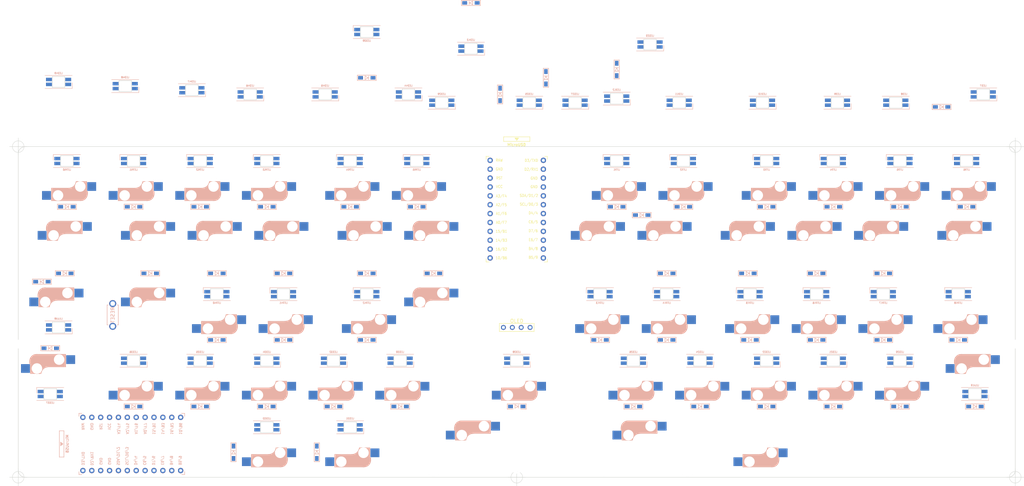
<source format=kicad_pcb>
(kicad_pcb (version 20171130) (host pcbnew "(5.1.9)-1")
  (layers (0 F.Cu signal) (31 B.Cu signal) (34 B.Paste user) (35 F.Paste user) (36 B.SilkS user) (37 F.SilkS user) (38 B.Mask user) (39 F.Mask user) (44 Edge.Cuts user))
  (net 0 "")
  (net 1 /ROW2)
  (net 2 "Net-(D1-Pad2)")
  (net 3 "Net-(D2-Pad2)")
  (net 4 "Net-(D3-Pad2)")
  (net 5 "Net-(D4-Pad2)")
  (net 6 "Net-(D5-Pad2)")
  (net 7 "Net-(D6-Pad2)")
  (net 8 /ROW1)
  (net 9 "Net-(D7-Pad2)")
  (net 10 "Net-(D8-Pad2)")
  (net 11 "Net-(D9-Pad2)")
  (net 12 "Net-(D10-Pad2)")
  (net 13 "Net-(D11-Pad2)")
  (net 14 "Net-(D12-Pad2)")
  (net 15 "Net-(D13-Pad2)")
  (net 16 /ROW4)
  (net 17 "Net-(D14-Pad2)")
  (net 18 "Net-(D15-Pad2)")
  (net 19 "Net-(D16-Pad2)")
  (net 20 "Net-(D17-Pad2)")
  (net 21 "Net-(D18-Pad2)")
  (net 22 "Net-(D19-Pad2)")
  (net 23 /ROW3)
  (net 24 "Net-(D20-Pad2)")
  (net 25 "Net-(D21-Pad2)")
  (net 26 "Net-(D22-Pad2)")
  (net 27 "Net-(D23-Pad2)")
  (net 28 "Net-(D24-Pad2)")
  (net 29 /ROW6)
  (net 30 "Net-(D25-Pad2)")
  (net 31 "Net-(D26-Pad2)")
  (net 32 "Net-(D27-Pad2)")
  (net 33 "Net-(D28-Pad2)")
  (net 34 "Net-(D29-Pad2)")
  (net 35 "Net-(D30-Pad2)")
  (net 36 /ROW5)
  (net 37 "Net-(D31-Pad2)")
  (net 38 "Net-(D32-Pad2)")
  (net 39 "Net-(D33-Pad2)")
  (net 40 "Net-(D34-Pad2)")
  (net 41 "Net-(D35-Pad2)")
  (net 42 "Net-(D36-Pad2)")
  (net 43 /ROW8)
  (net 44 "Net-(D37-Pad2)")
  (net 45 "Net-(D38-Pad2)")
  (net 46 "Net-(D39-Pad2)")
  (net 47 "Net-(D40-Pad2)")
  (net 48 "Net-(D41-Pad2)")
  (net 49 "Net-(D42-Pad2)")
  (net 50 /ROW7)
  (net 51 "Net-(D43-Pad2)")
  (net 52 "Net-(D44-Pad2)")
  (net 53 "Net-(D45-Pad2)")
  (net 54 "Net-(D46-Pad2)")
  (net 55 "Net-(D47-Pad2)")
  (net 56 "Net-(D48-Pad2)")
  (net 57 "Net-(D49-Pad2)")
  (net 58 /ROW9)
  (net 59 "Net-(D50-Pad2)")
  (net 60 "Net-(D51-Pad2)")
  (net 61 "Net-(D52-Pad2)")
  (net 62 "Net-(D53-Pad2)")
  (net 63 "Net-(D54-Pad2)")
  (net 64 VCC)
  (net 65 "Net-(LED1-Pad2)")
  (net 66 /LED)
  (net 67 GND)
  (net 68 "Net-(LED2-Pad2)")
  (net 69 "Net-(LED3-Pad2)")
  (net 70 "Net-(LED4-Pad2)")
  (net 71 "Net-(LED5-Pad2)")
  (net 72 "Net-(LED6-Pad2)")
  (net 73 "Net-(LED7-Pad2)")
  (net 74 "Net-(LED8-Pad2)")
  (net 75 "Net-(LED10-Pad4)")
  (net 76 "Net-(LED10-Pad2)")
  (net 77 "Net-(LED11-Pad2)")
  (net 78 "Net-(LED12-Pad2)")
  (net 79 "Net-(LED13-Pad2)")
  (net 80 "Net-(LED14-Pad2)")
  (net 81 "Net-(LED15-Pad2)")
  (net 82 "Net-(LED16-Pad2)")
  (net 83 "Net-(LED17-Pad2)")
  (net 84 "Net-(LED18-Pad2)")
  (net 85 "Net-(LED19-Pad2)")
  (net 86 "Net-(LED20-Pad2)")
  (net 87 "Net-(LED21-Pad2)")
  (net 88 "Net-(LED22-Pad2)")
  (net 89 "Net-(LED23-Pad2)")
  (net 90 "Net-(LED24-Pad2)")
  (net 91 "Net-(LED25-Pad2)")
  (net 92 "Net-(LED26-Pad2)")
  (net 93 "Net-(LED27-Pad2)")
  (net 94 "Net-(LED28-Pad2)")
  (net 95 "Net-(LED29-Pad2)")
  (net 96 "Net-(LED30-Pad2)")
  (net 97 "Net-(LED31-Pad2)")
  (net 98 "Net-(LED32-Pad2)")
  (net 99 "Net-(LED33-Pad2)")
  (net 100 "Net-(LED34-Pad2)")
  (net 101 "Net-(LED35-Pad2)")
  (net 102 "Net-(LED36-Pad2)")
  (net 103 "Net-(LED37-Pad2)")
  (net 104 "Net-(LED38-Pad2)")
  (net 105 "Net-(LED39-Pad2)")
  (net 106 "Net-(LED40-Pad2)")
  (net 107 "Net-(LED41-Pad2)")
  (net 108 "Net-(LED42-Pad2)")
  (net 109 "Net-(LED43-Pad2)")
  (net 110 "Net-(LED44-Pad2)")
  (net 111 "Net-(LED45-Pad2)")
  (net 112 "Net-(LED46-Pad2)")
  (net 113 "Net-(LED47-Pad2)")
  (net 114 "Net-(LED48-Pad2)")
  (net 115 "Net-(LED49-Pad2)")
  (net 116 "Net-(LED50-Pad2)")
  (net 117 "Net-(LED51-Pad2)")
  (net 118 "Net-(LED52-Pad2)")
  (net 119 "Net-(LED53-Pad2)")
  (net 120 "Net-(LED54-Pad2)")
  (net 121 "/LEDs 55/DOUT")
  (net 122 /SDA)
  (net 123 /SDL)
  (net 124 /COL1)
  (net 125 /COL2)
  (net 126 /COL3)
  (net 127 /COL4)
  (net 128 /COL5)
  (net 129 /COL6)
  (net 130 /RST)
  (net 131 "Net-(U1-Pad24)")
  (module yuiop:ResetSW_2_1side (layer B.Cu) (at 94.509375 153.565625 90)
    (fp_text reference SW_RST1 hide)
    (fp_text value SW_PUSH)
    (fp_text user RESET (at 0 0 270) (layer B.SilkS) (effects (justify mirror)))
    (pad 2 thru_hole circle (at -3.25 0 90) (size 2 2) (drill 1.3) (layers *.Cu F.Mask) (net 67 GND))
    (pad 1 thru_hole circle (at 3.25 0 90) (size 2 2) (drill 1.3) (layers *.Cu F.Mask) (net 130 /RST))
  )
  (module yuiop:OLED_128x64_0.96 (layer F.Cu) (at 210 157.1375)
    (fp_text reference OL1)
    (fp_text value OLED hide)
    (fp_text user OLED (at 0 -1.85) (layer F.SilkS))
    (pad "" np_thru_hole circle (at 10.6 -0.7) (size 2.2 2.2) (drill 2.2) (layers *.Cu))
    (pad "" np_thru_hole circle (at 10.6 -22.4) (size 2.2 2.2) (drill 2.2) (layers *.Cu))
    (pad "" np_thru_hole circle (at -10.6 -22.4) (size 2.2 2.2) (drill 2.2) (layers *.Cu))
    (pad "" np_thru_hole circle (at -10.6 -0.7) (size 2.2 2.2) (drill 2.2) (layers *.Cu))
    (pad 2 thru_hole circle (at -1.27 0) (size 1.397 1.397) (drill 0.8128) (layers *.Cu B.Mask) (net 123 /SDL))
    (pad 1 thru_hole circle (at -3.81 0) (size 1.397 1.397) (drill 0.8128) (layers *.Cu B.Mask) (net 122 /SDA))
    (pad 4 thru_hole circle (at 3.81 0) (size 1.397 1.397) (drill 0.8128) (layers *.Cu B.Mask) (net 67 GND))
    (pad 3 thru_hole circle (at 1.27 0) (size 1.397 1.397) (drill 0.8128) (layers *.Cu B.Mask) (net 64 VCC))
  )
  (module kbd:ProMicro_v3 (layer F.Cu) (at 210 123.8)
    (fp_text reference U1 hide)
    (fp_text value ProMicro hide)
    (fp_text user RAW (at -4.995 -14.5 unlocked) (layer F.SilkS) (effects (font (size 0.75 0.67) (thickness 0.125))))
    (fp_text user GND (at -4.995 -11.95 unlocked) (layer F.SilkS) (effects (font (size 0.75 0.67) (thickness 0.125))))
    (fp_text user RST (at -4.995 -9.4 unlocked) (layer F.SilkS) (effects (font (size 0.75 0.67) (thickness 0.125))))
    (fp_text user VCC (at -4.995 -6.95 unlocked) (layer F.SilkS) (effects (font (size 0.75 0.67) (thickness 0.125))))
    (fp_text user A3/F4 (at -4.395 -4.25 unlocked) (layer F.SilkS) (effects (font (size 0.75 0.67) (thickness 0.125))))
    (fp_text user A2/F5 (at -4.395 -1.75 unlocked) (layer F.SilkS) (effects (font (size 0.75 0.67) (thickness 0.125))))
    (fp_text user A1/F6 (at -4.395 0.75 unlocked) (layer F.SilkS) (effects (font (size 0.75 0.67) (thickness 0.125))))
    (fp_text user A0/F7 (at -4.395 3.3 unlocked) (layer F.SilkS) (effects (font (size 0.75 0.67) (thickness 0.125))))
    (fp_text user 15/B1 (at -4.395 5.85 unlocked) (layer F.SilkS) (effects (font (size 0.75 0.67) (thickness 0.125))))
    (fp_text user 14/B3 (at -4.395 8.4 unlocked) (layer F.SilkS) (effects (font (size 0.75 0.67) (thickness 0.125))))
    (fp_text user 10/B6 (at -4.395 13.45 unlocked) (layer F.SilkS) (effects (font (size 0.75 0.67) (thickness 0.125))))
    (fp_text user 16/B2 (at -4.395 10.95 unlocked) (layer F.SilkS) (effects (font (size 0.75 0.67) (thickness 0.125))))
    (fp_text user E6/7 (at 4.705 8.25 unlocked) (layer F.SilkS) (effects (font (size 0.75 0.67) (thickness 0.125))))
    (fp_text user D7/6 (at 4.705 5.7 unlocked) (layer F.SilkS) (effects (font (size 0.75 0.67) (thickness 0.125))))
    (fp_text user GND (at 4.955 -9.35 unlocked) (layer F.SilkS) (effects (font (size 0.75 0.67) (thickness 0.125))))
    (fp_text user GND (at 4.955 -6.9 unlocked) (layer F.SilkS) (effects (font (size 0.75 0.67) (thickness 0.125))))
    (fp_text user D3/TX0 (at 4.155 -14.45 unlocked) (layer F.SilkS) (effects (font (size 0.75 0.67) (thickness 0.125))))
    (fp_text user D4/4 (at 4.705 0.6 unlocked) (layer F.SilkS) (effects (font (size 0.75 0.67) (thickness 0.125))))
    (fp_text user SDA/D1/2 (at 3.455 -4.4 unlocked) (layer F.SilkS) (effects (font (size 0.75 0.67) (thickness 0.125))))
    (fp_text user SCL/D0/3 (at 3.455 -1.9 unlocked) (layer F.SilkS) (effects (font (size 0.75 0.67) (thickness 0.125))))
    (fp_text user C6/5 (at 4.705 3.15 unlocked) (layer F.SilkS) (effects (font (size 0.75 0.67) (thickness 0.125))))
    (fp_text user B5/9 (at 4.705 13.3 unlocked) (layer F.SilkS) (effects (font (size 0.75 0.67) (thickness 0.125))))
    (fp_text user D2/RX1 (at 4.155 -11.9 unlocked) (layer F.SilkS) (effects (font (size 0.75 0.67) (thickness 0.125))))
    (fp_text user B4/8 (at 4.705 10.8 unlocked) (layer F.SilkS) (effects (font (size 0.75 0.67) (thickness 0.125))))
    (fp_text user MicroUSB (at -0.05 -18.95) (layer F.SilkS) (effects (font (size 0.75 0.75) (thickness 0.12))))
    (fp_text user MicroUSB (at -0.05 -18.95) (layer F.SilkS) (effects (font (size 0.75 0.75) (thickness 0.12))))
    (pad 24 thru_hole circle (at -7.6086 -14.478) (size 1.524 1.524) (drill 0.8128) (layers *.Cu B.Mask))
    (pad 23 thru_hole circle (at -7.6086 -11.938) (size 1.524 1.524) (drill 0.8128) (layers *.Cu B.Mask))
    (pad 22 thru_hole circle (at -7.6086 -9.398) (size 1.524 1.524) (drill 0.8128) (layers *.Cu B.Mask))
    (pad 21 thru_hole circle (at -7.6086 -6.858) (size 1.524 1.524) (drill 0.8128) (layers *.Cu B.Mask))
    (pad 20 thru_hole circle (at -7.6086 -4.318) (size 1.524 1.524) (drill 0.8128) (layers *.Cu B.Mask))
    (pad 19 thru_hole circle (at -7.6086 -1.778) (size 1.524 1.524) (drill 0.8128) (layers *.Cu B.Mask))
    (pad 18 thru_hole circle (at -7.6086 0.762) (size 1.524 1.524) (drill 0.8128) (layers *.Cu B.Mask))
    (pad 17 thru_hole circle (at -7.6086 3.302) (size 1.524 1.524) (drill 0.8128) (layers *.Cu B.Mask))
    (pad 16 thru_hole circle (at -7.6086 5.842) (size 1.524 1.524) (drill 0.8128) (layers *.Cu B.Mask))
    (pad 15 thru_hole circle (at -7.6086 8.382) (size 1.524 1.524) (drill 0.8128) (layers *.Cu B.Mask))
    (pad 14 thru_hole circle (at -7.6086 10.922) (size 1.524 1.524) (drill 0.8128) (layers *.Cu B.Mask))
    (pad 13 thru_hole circle (at -7.6086 13.462) (size 1.524 1.524) (drill 0.8128) (layers *.Cu B.Mask))
    (pad 12 thru_hole circle (at 7.6114 13.462) (size 1.524 1.524) (drill 0.8128) (layers *.Cu B.Mask))
    (pad 11 thru_hole circle (at 7.6114 10.922) (size 1.524 1.524) (drill 0.8128) (layers *.Cu B.Mask))
    (pad 10 thru_hole circle (at 7.6114 8.382) (size 1.524 1.524) (drill 0.8128) (layers *.Cu B.Mask))
    (pad 9 thru_hole circle (at 7.6114 5.842) (size 1.524 1.524) (drill 0.8128) (layers *.Cu B.Mask))
    (pad 8 thru_hole circle (at 7.6114 3.302) (size 1.524 1.524) (drill 0.8128) (layers *.Cu B.Mask))
    (pad 7 thru_hole circle (at 7.6114 0.762) (size 1.524 1.524) (drill 0.8128) (layers *.Cu B.Mask))
    (pad 6 thru_hole circle (at 7.6114 -1.778) (size 1.524 1.524) (drill 0.8128) (layers *.Cu B.Mask))
    (pad 5 thru_hole circle (at 7.6114 -4.318) (size 1.524 1.524) (drill 0.8128) (layers *.Cu B.Mask))
    (pad 4 thru_hole circle (at 7.6114 -6.858) (size 1.524 1.524) (drill 0.8128) (layers *.Cu B.Mask))
    (pad 3 thru_hole circle (at 7.6114 -9.398) (size 1.524 1.524) (drill 0.8128) (layers *.Cu B.Mask))
    (pad 2 thru_hole circle (at 7.6114 -11.938) (size 1.524 1.524) (drill 0.8128) (layers *.Cu B.Mask))
    (pad 1 thru_hole circle (at 7.6114 -14.478) (size 1.524 1.524) (drill 0.8128) (layers *.Cu B.Mask))
  )
  (module yuiop:Cherry_MX_Stabilizer (layer F.Cu) (at 246.909375 190.47496)
    (fp_text reference STB1 hide)
    (fp_text value Cherry_MX_Stabilizer hide)
    (pad "" np_thru_hole circle (at 11.938 6.985 180) (size 3.048 3.048) (drill 3.048) (layers *.Cu *.Mask))
    (pad "" np_thru_hole circle (at 11.938 -8.255 180) (size 3.9878 3.9878) (drill 3.9878) (layers *.Cu *.Mask))
    (pad "" np_thru_hole circle (at -11.938 -8.255 180) (size 3.9878 3.9878) (drill 3.9878) (layers *.Cu *.Mask))
    (pad "" np_thru_hole circle (at -11.938 6.985 180) (size 3.048 3.048) (drill 3.048) (layers *.Cu *.Mask))
  )
  (module yuiop:Cherry_MX_Hotswap_1.25u (layer F.Cu) (at 279.05625 190.475)
    (fp_text reference SW54 hide)
    (fp_text value SW_PUSH hide)
    (pad "" np_thru_hole circle (at 0 0 270) (size 4.1 4.1) (drill 4.1) (layers *.Cu *.Mask))
    (pad 1 smd rect (at 7.085 2.54) (size 2.55 2.5) (layers B.Cu B.Paste B.Mask) (net 126 /COL3))
    (pad "" np_thru_hole circle (at -5.08 0 180) (size 1.9 1.9) (drill 1.9) (layers *.Cu *.Mask))
    (pad 2 smd rect (at -5.842 5.08) (size 2.55 2.5) (layers B.Cu B.Paste B.Mask) (net 63 "Net-(D54-Pad2)"))
    (pad "" np_thru_hole circle (at 5.08 0 180) (size 1.9 1.9) (drill 1.9) (layers *.Cu *.Mask))
    (pad "" np_thru_hole circle (at -2.54 5.08 180) (size 3 3) (drill 3) (layers *.Cu *.Mask))
    (pad "" np_thru_hole circle (at 3.81 2.54 180) (size 3 3) (drill 3) (layers *.Cu *.Mask))
  )
  (module yuiop:Cherry_MX_Hotswap_2.25u (layer F.Cu) (at 245.71875 190.475 180)
    (fp_text reference SW53 hide)
    (fp_text value SW_PUSH hide)
    (pad "" np_thru_hole circle (at -5.08 0) (size 1.9 1.9) (drill 1.9) (layers *.Cu *.Mask))
    (pad 1 smd rect (at 7.085 2.54 180) (size 2.55 2.5) (layers B.Cu B.Paste B.Mask) (net 125 /COL2))
    (pad "" np_thru_hole circle (at 5.08 0) (size 1.9 1.9) (drill 1.9) (layers *.Cu *.Mask))
    (pad "" np_thru_hole circle (at 0 0 90) (size 4.1 4.1) (drill 4.1) (layers *.Cu *.Mask))
    (pad 2 smd rect (at -5.842 5.08 180) (size 2.55 2.5) (layers B.Cu B.Paste B.Mask) (net 62 "Net-(D53-Pad2)"))
    (pad "" np_thru_hole circle (at -2.54 5.08) (size 3 3) (drill 3) (layers *.Cu *.Mask))
    (pad "" np_thru_hole circle (at 3.81 2.54) (size 3 3) (drill 3) (layers *.Cu *.Mask))
  )
  (module yuiop:Cherry_MX_Hotswap_1.5u (layer F.Cu) (at 76.65 171.42476 180)
    (fp_text reference SW37 hide)
    (fp_text value SW_PUSH hide)
    (pad "" np_thru_hole circle (at 3.81 2.54) (size 3 3) (drill 3) (layers *.Cu *.Mask))
    (pad "" np_thru_hole circle (at -2.54 5.08) (size 3 3) (drill 3) (layers *.Cu *.Mask))
    (pad 2 smd rect (at -5.842 5.08 180) (size 2.55 2.5) (layers B.Cu B.Paste B.Mask) (net 44 "Net-(D37-Pad2)"))
    (pad "" np_thru_hole circle (at 5.08 0) (size 1.9 1.9) (drill 1.9) (layers *.Cu *.Mask))
    (pad "" np_thru_hole circle (at -5.08 0) (size 1.9 1.9) (drill 1.9) (layers *.Cu *.Mask))
    (pad 1 smd rect (at 7.085 2.54 180) (size 2.55 2.5) (layers B.Cu B.Paste B.Mask) (net 124 /COL1))
    (pad "" np_thru_hole circle (at 0 0 90) (size 4.1 4.1) (drill 4.1) (layers *.Cu *.Mask))
  )
  (module yuiop:Cherry_MX_Hotswap_1u (layer F.Cu) (at 162.375 190.475)
    (fp_text reference SW51 hide)
    (fp_text value SW_PUSH hide)
    (pad "" np_thru_hole circle (at 3.81 2.54 180) (size 3 3) (drill 3) (layers *.Cu *.Mask))
    (pad "" np_thru_hole circle (at -2.54 5.08 180) (size 3 3) (drill 3) (layers *.Cu *.Mask))
    (pad 1 smd rect (at 7.085 2.54) (size 2.55 2.5) (layers B.Cu B.Paste B.Mask) (net 128 /COL5))
    (pad "" np_thru_hole circle (at 0 0 270) (size 4.1 4.1) (drill 4.1) (layers *.Cu *.Mask))
    (pad "" np_thru_hole circle (at -5.08 0 180) (size 1.9 1.9) (drill 1.9) (layers *.Cu *.Mask))
    (pad "" np_thru_hole circle (at 5.08 0 180) (size 1.9 1.9) (drill 1.9) (layers *.Cu *.Mask))
    (pad 2 smd rect (at -5.842 5.08) (size 2.55 2.5) (layers B.Cu B.Paste B.Mask) (net 60 "Net-(D51-Pad2)"))
  )
  (module yuiop:Board_GH60_holes_v2 (layer F.Cu) (at 210 152.705)
    (fp_text reference BOARD** hide)
    (fp_text value Board_GH60_holes_v2 hide)
    (fp_line (start -140.5 47.3) (end 140.5 47.3) (layer Edge.Cuts) (width 0.12))
    (fp_line (start 142.5 45.3) (end 142.5 -45.3) (layer Edge.Cuts) (width 0.12))
    (fp_line (start 140.5 -47.3) (end -140.5 -47.3) (layer Edge.Cuts) (width 0.12))
    (fp_line (start -142.5 -45.3) (end -142.5 45.3) (layer Edge.Cuts) (width 0.12))
    (fp_arc (start -140.5 -45.3) (end -140.5 -47.3) (angle -90) (layer Edge.Cuts) (width 0.12))
    (fp_arc (start 140.5 -45.3) (end 142.5 -45.3) (angle -90) (layer Edge.Cuts) (width 0.12))
    (fp_arc (start 140.5 45.3) (end 140.5 47.3) (angle -90) (layer Edge.Cuts) (width 0.12))
    (fp_arc (start -140.5 45.3) (end -142.5 45.3) (angle -90) (layer Edge.Cuts) (width 0.12))
    (pad "" np_thru_hole oval (at 141.04 9.2) (size 7 2.5) (drill oval 7 2.5) (layers *.Cu *.Mask))
    (pad "" np_thru_hole oval (at -141.04 9.2) (size 7 2.5) (drill oval 7 2.5) (layers *.Cu *.Mask))
    (pad "" np_thru_hole oval (at 48 37.9) (size 5 2.5) (drill oval 5 2.5) (layers *.Cu *.Mask))
    (pad "" np_thru_hole oval (at -14.3 -0.3) (size 5 2.5) (drill oval 5 2.5) (layers *.Cu *.Mask))
    (pad "" np_thru_hole oval (at 117.55 -19.4) (size 5 2.5) (drill oval 5 2.5) (layers *.Cu *.Mask))
    (pad "" np_thru_hole circle (at -117.3 -19.4) (size 2.5 2.5) (drill 2.5) (layers *.Cu *.Mask))
  )
  (module yuiop:Cherry_MX_Hotswap_1.25u (layer F.Cu) (at 336.20625 152.3748)
    (fp_text reference SW36 hide)
    (fp_text value SW_PUSH hide)
    (pad "" np_thru_hole circle (at 0 0 270) (size 4.1 4.1) (drill 4.1) (layers *.Cu *.Mask))
    (pad 1 smd rect (at 7.085 2.54) (size 2.55 2.5) (layers B.Cu B.Paste B.Mask) (net 129 /COL6))
    (pad "" np_thru_hole circle (at -5.08 0 180) (size 1.9 1.9) (drill 1.9) (layers *.Cu *.Mask))
    (pad 2 smd rect (at -5.842 5.08) (size 2.55 2.5) (layers B.Cu B.Paste B.Mask) (net 42 "Net-(D36-Pad2)"))
    (pad "" np_thru_hole circle (at 5.08 0 180) (size 1.9 1.9) (drill 1.9) (layers *.Cu *.Mask))
    (pad "" np_thru_hole circle (at -2.54 5.08 180) (size 3 3) (drill 3) (layers *.Cu *.Mask))
    (pad "" np_thru_hole circle (at 3.81 2.54 180) (size 3 3) (drill 3) (layers *.Cu *.Mask))
  )
  (module yuiop:Cherry_MX_Stabilizer (layer F.Cu) (at 198.09375 190.47496)
    (fp_text reference STB1 hide)
    (fp_text value Cherry_MX_Stabilizer hide)
    (pad "" np_thru_hole circle (at -11.938 6.985 180) (size 3.048 3.048) (drill 3.048) (layers *.Cu *.Mask))
    (pad "" np_thru_hole circle (at -11.938 -8.255 180) (size 3.9878 3.9878) (drill 3.9878) (layers *.Cu *.Mask))
    (pad "" np_thru_hole circle (at 11.938 -8.255 180) (size 3.9878 3.9878) (drill 3.9878) (layers *.Cu *.Mask))
    (pad "" np_thru_hole circle (at 11.938 6.985 180) (size 3.048 3.048) (drill 3.048) (layers *.Cu *.Mask))
  )
  (module yuiop:Cherry_MX_Hotswap_2.75u (layer F.Cu) (at 198.09375 190.475 180)
    (fp_text reference SW52 hide)
    (fp_text value SW_PUSH hide)
    (pad "" np_thru_hole circle (at -2.54 5.08) (size 3 3) (drill 3) (layers *.Cu *.Mask))
    (pad "" np_thru_hole circle (at 0 0 90) (size 4.1 4.1) (drill 4.1) (layers *.Cu *.Mask))
    (pad 1 smd rect (at 7.085 2.54 180) (size 2.55 2.5) (layers B.Cu B.Paste B.Mask) (net 129 /COL6))
    (pad "" np_thru_hole circle (at -5.08 0) (size 1.9 1.9) (drill 1.9) (layers *.Cu *.Mask))
    (pad "" np_thru_hole circle (at 5.08 0) (size 1.9 1.9) (drill 1.9) (layers *.Cu *.Mask))
    (pad 2 smd rect (at -5.842 5.08 180) (size 2.55 2.5) (layers B.Cu B.Paste B.Mask) (net 61 "Net-(D52-Pad2)"))
    (pad "" np_thru_hole circle (at 3.81 2.54) (size 3 3) (drill 3) (layers *.Cu *.Mask))
  )
  (module yuiop:D3_SMD_v2_B (layer F.Cu) (at 238.57525 83.3185 90)
    (fp_text reference D54 hide)
    (fp_text value D hide)
    (pad 2 smd rect (at -1.775 0 270) (size 1.4 1) (layers B.Cu B.Paste B.Mask) (net 63 "Net-(D54-Pad2)"))
    (pad 1 smd rect (at 1.775 0 270) (size 1.4 1) (layers B.Cu B.Paste B.Mask) (net 58 /ROW9))
  )
  (module yuiop:D3_SMD_v2_B (layer F.Cu) (at 81.41255 122.609)
    (fp_text reference D1 hide)
    (fp_text value D hide)
    (pad 1 smd rect (at 1.775 0 180) (size 1.4 1) (layers B.Cu B.Paste B.Mask) (net 1 /ROW2))
    (pad 2 smd rect (at -1.775 0 180) (size 1.4 1) (layers B.Cu B.Paste B.Mask) (net 2 "Net-(D1-Pad2)"))
  )
  (module yuiop:D3_SMD_v2_B (layer F.Cu) (at 100.46275 122.609)
    (fp_text reference D2 hide)
    (fp_text value D hide)
    (pad 2 smd rect (at -1.775 0 180) (size 1.4 1) (layers B.Cu B.Paste B.Mask) (net 3 "Net-(D2-Pad2)"))
    (pad 1 smd rect (at 1.775 0 180) (size 1.4 1) (layers B.Cu B.Paste B.Mask) (net 1 /ROW2))
  )
  (module yuiop:D3_SMD_v2_B (layer F.Cu) (at 119.51275 122.609)
    (fp_text reference D3 hide)
    (fp_text value D hide)
    (pad 2 smd rect (at -1.775 0 180) (size 1.4 1) (layers B.Cu B.Paste B.Mask) (net 4 "Net-(D3-Pad2)"))
    (pad 1 smd rect (at 1.775 0 180) (size 1.4 1) (layers B.Cu B.Paste B.Mask) (net 1 /ROW2))
  )
  (module yuiop:D3_SMD_v2_B (layer F.Cu) (at 138.56275 122.609)
    (fp_text reference D4 hide)
    (fp_text value D hide)
    (pad 2 smd rect (at -1.775 0 180) (size 1.4 1) (layers B.Cu B.Paste B.Mask) (net 5 "Net-(D4-Pad2)"))
    (pad 1 smd rect (at 1.775 0 180) (size 1.4 1) (layers B.Cu B.Paste B.Mask) (net 1 /ROW2))
  )
  (module yuiop:D3_SMD_v2_B (layer F.Cu) (at 162.37475 122.609)
    (fp_text reference D5 hide)
    (fp_text value D hide)
    (pad 2 smd rect (at -1.775 0 180) (size 1.4 1) (layers B.Cu B.Paste B.Mask) (net 6 "Net-(D5-Pad2)"))
    (pad 1 smd rect (at 1.775 0 180) (size 1.4 1) (layers B.Cu B.Paste B.Mask) (net 1 /ROW2))
  )
  (module yuiop:D3_SMD_v2_B (layer F.Cu) (at 181.42475 122.609)
    (fp_text reference D6 hide)
    (fp_text value D hide)
    (pad 1 smd rect (at 1.775 0 180) (size 1.4 1) (layers B.Cu B.Paste B.Mask) (net 1 /ROW2))
    (pad 2 smd rect (at -1.775 0 180) (size 1.4 1) (layers B.Cu B.Paste B.Mask) (net 7 "Net-(D6-Pad2)"))
  )
  (module yuiop:D3_SMD_v2_B (layer F.Cu) (at 238.57525 122.609)
    (fp_text reference D7 hide)
    (fp_text value D hide)
    (pad 1 smd rect (at 1.775 0 180) (size 1.4 1) (layers B.Cu B.Paste B.Mask) (net 8 /ROW1))
    (pad 2 smd rect (at -1.775 0 180) (size 1.4 1) (layers B.Cu B.Paste B.Mask) (net 9 "Net-(D7-Pad2)"))
  )
  (module yuiop:D3_SMD_v2_B (layer F.Cu) (at 257.62525 122.609)
    (fp_text reference D8 hide)
    (fp_text value D hide)
    (pad 2 smd rect (at -1.775 0 180) (size 1.4 1) (layers B.Cu B.Paste B.Mask) (net 10 "Net-(D8-Pad2)"))
    (pad 1 smd rect (at 1.775 0 180) (size 1.4 1) (layers B.Cu B.Paste B.Mask) (net 8 /ROW1))
  )
  (module yuiop:D3_SMD_v2_B (layer F.Cu) (at 281.43725 122.609)
    (fp_text reference D9 hide)
    (fp_text value D hide)
    (pad 1 smd rect (at 1.775 0 180) (size 1.4 1) (layers B.Cu B.Paste B.Mask) (net 8 /ROW1))
    (pad 2 smd rect (at -1.775 0 180) (size 1.4 1) (layers B.Cu B.Paste B.Mask) (net 11 "Net-(D9-Pad2)"))
  )
  (module yuiop:D3_SMD_v2_B (layer F.Cu) (at 300.48725 122.609)
    (fp_text reference D10 hide)
    (fp_text value D hide)
    (pad 2 smd rect (at -1.775 0 180) (size 1.4 1) (layers B.Cu B.Paste B.Mask) (net 12 "Net-(D10-Pad2)"))
    (pad 1 smd rect (at 1.775 0 180) (size 1.4 1) (layers B.Cu B.Paste B.Mask) (net 8 /ROW1))
  )
  (module yuiop:D3_SMD_v2_B (layer F.Cu) (at 319.53725 122.609)
    (fp_text reference D11 hide)
    (fp_text value D hide)
    (pad 2 smd rect (at -1.775 0 180) (size 1.4 1) (layers B.Cu B.Paste B.Mask) (net 13 "Net-(D11-Pad2)"))
    (pad 1 smd rect (at 1.775 0 180) (size 1.4 1) (layers B.Cu B.Paste B.Mask) (net 8 /ROW1))
  )
  (module yuiop:D3_SMD_v2_B (layer F.Cu) (at 338.58725 122.609)
    (fp_text reference D12 hide)
    (fp_text value D hide)
    (pad 1 smd rect (at 1.775 0 180) (size 1.4 1) (layers B.Cu B.Paste B.Mask) (net 8 /ROW1))
    (pad 2 smd rect (at -1.775 0 180) (size 1.4 1) (layers B.Cu B.Paste B.Mask) (net 14 "Net-(D12-Pad2)"))
  )
  (module yuiop:D3_SMD_v2_B (layer F.Cu) (at 80.80625 141.659)
    (fp_text reference D13 hide)
    (fp_text value D hide)
    (pad 2 smd rect (at -1.775 0 180) (size 1.4 1) (layers B.Cu B.Paste B.Mask) (net 15 "Net-(D13-Pad2)"))
    (pad 1 smd rect (at 1.775 0 180) (size 1.4 1) (layers B.Cu B.Paste B.Mask) (net 16 /ROW4))
  )
  (module yuiop:D3_SMD_v2_B (layer F.Cu) (at 105.22475 141.659)
    (fp_text reference D14 hide)
    (fp_text value D hide)
    (pad 2 smd rect (at -1.775 0 180) (size 1.4 1) (layers B.Cu B.Paste B.Mask) (net 17 "Net-(D14-Pad2)"))
    (pad 1 smd rect (at 1.775 0 180) (size 1.4 1) (layers B.Cu B.Paste B.Mask) (net 16 /ROW4))
  )
  (module yuiop:D3_SMD_v2_B (layer F.Cu) (at 124.27475 141.659)
    (fp_text reference D15 hide)
    (fp_text value D hide)
    (pad 1 smd rect (at 1.775 0 180) (size 1.4 1) (layers B.Cu B.Paste B.Mask) (net 16 /ROW4))
    (pad 2 smd rect (at -1.775 0 180) (size 1.4 1) (layers B.Cu B.Paste B.Mask) (net 18 "Net-(D15-Pad2)"))
  )
  (module yuiop:D3_SMD_v2_B (layer F.Cu) (at 143.32475 141.659)
    (fp_text reference D16 hide)
    (fp_text value D hide)
    (pad 1 smd rect (at 1.775 0 180) (size 1.4 1) (layers B.Cu B.Paste B.Mask) (net 16 /ROW4))
    (pad 2 smd rect (at -1.775 0 180) (size 1.4 1) (layers B.Cu B.Paste B.Mask) (net 19 "Net-(D16-Pad2)"))
  )
  (module yuiop:D3_SMD_v2_B (layer F.Cu) (at 167.13775 141.659)
    (fp_text reference D17 hide)
    (fp_text value D hide)
    (pad 2 smd rect (at -1.775 0 180) (size 1.4 1) (layers B.Cu B.Paste B.Mask) (net 20 "Net-(D17-Pad2)"))
    (pad 1 smd rect (at 1.775 0 180) (size 1.4 1) (layers B.Cu B.Paste B.Mask) (net 16 /ROW4))
  )
  (module yuiop:D3_SMD_v2_B (layer F.Cu) (at 186.18775 141.659)
    (fp_text reference D18 hide)
    (fp_text value D hide)
    (pad 1 smd rect (at 1.775 0 180) (size 1.4 1) (layers B.Cu B.Paste B.Mask) (net 16 /ROW4))
    (pad 2 smd rect (at -1.775 0 180) (size 1.4 1) (layers B.Cu B.Paste B.Mask) (net 21 "Net-(D18-Pad2)"))
  )
  (module yuiop:D3_SMD_v2_B (layer F.Cu) (at 245.71875 124.99031)
    (fp_text reference D19 hide)
    (fp_text value D hide)
    (pad 2 smd rect (at -1.775 0 180) (size 1.4 1) (layers B.Cu B.Paste B.Mask) (net 22 "Net-(D19-Pad2)"))
    (pad 1 smd rect (at 1.775 0 180) (size 1.4 1) (layers B.Cu B.Paste B.Mask) (net 23 /ROW3))
  )
  (module yuiop:D3_SMD_v2_B (layer F.Cu) (at 252.86225 141.659)
    (fp_text reference D20 hide)
    (fp_text value D hide)
    (pad 1 smd rect (at 1.775 0 180) (size 1.4 1) (layers B.Cu B.Paste B.Mask) (net 23 /ROW3))
    (pad 2 smd rect (at -1.775 0 180) (size 1.4 1) (layers B.Cu B.Paste B.Mask) (net 24 "Net-(D20-Pad2)"))
  )
  (module yuiop:D3_SMD_v2_B (layer F.Cu) (at 276.06925 141.659)
    (fp_text reference D21 hide)
    (fp_text value D hide)
    (pad 2 smd rect (at -1.775 0 180) (size 1.4 1) (layers B.Cu B.Paste B.Mask) (net 25 "Net-(D21-Pad2)"))
    (pad 1 smd rect (at 1.775 0 180) (size 1.4 1) (layers B.Cu B.Paste B.Mask) (net 23 /ROW3))
  )
  (module yuiop:D3_SMD_v2_B (layer F.Cu) (at 295.72525 141.659)
    (fp_text reference D22 hide)
    (fp_text value D hide)
    (pad 1 smd rect (at 1.775 0 180) (size 1.4 1) (layers B.Cu B.Paste B.Mask) (net 23 /ROW3))
    (pad 2 smd rect (at -1.775 0 180) (size 1.4 1) (layers B.Cu B.Paste B.Mask) (net 26 "Net-(D22-Pad2)"))
  )
  (module yuiop:D3_SMD_v2_B (layer F.Cu) (at 314.77525 141.659)
    (fp_text reference D23 hide)
    (fp_text value D hide)
    (pad 2 smd rect (at -1.775 0 180) (size 1.4 1) (layers B.Cu B.Paste B.Mask) (net 27 "Net-(D23-Pad2)"))
    (pad 1 smd rect (at 1.775 0 180) (size 1.4 1) (layers B.Cu B.Paste B.Mask) (net 23 /ROW3))
  )
  (module yuiop:D3_SMD_v2_B (layer F.Cu) (at 331.44375 94.034375)
    (fp_text reference D24 hide)
    (fp_text value D hide)
    (pad 2 smd rect (at -1.775 0 180) (size 1.4 1) (layers B.Cu B.Paste B.Mask) (net 28 "Net-(D24-Pad2)"))
    (pad 1 smd rect (at 1.775 0 180) (size 1.4 1) (layers B.Cu B.Paste B.Mask) (net 23 /ROW3))
  )
  (module yuiop:D3_SMD_v2_B (layer F.Cu) (at 74.26875 144.04039 180)
    (fp_text reference D25 hide)
    (fp_text value D hide)
    (pad 1 smd rect (at 1.775 0) (size 1.4 1) (layers B.Cu B.Paste B.Mask) (net 29 /ROW6))
    (pad 2 smd rect (at -1.775 0) (size 1.4 1) (layers B.Cu B.Paste B.Mask) (net 30 "Net-(D25-Pad2)"))
  )
  (module yuiop:D3_SMD_v2_B (layer F.Cu) (at 167.13725 85.69931)
    (fp_text reference D26 hide)
    (fp_text value D hide)
    (pad 1 smd rect (at 1.775 0 180) (size 1.4 1) (layers B.Cu B.Paste B.Mask) (net 29 /ROW6))
    (pad 2 smd rect (at -1.775 0 180) (size 1.4 1) (layers B.Cu B.Paste B.Mask) (net 31 "Net-(D26-Pad2)"))
  )
  (module yuiop:D3_SMD_v2_B (layer F.Cu) (at 124.27475 160.709)
    (fp_text reference D27 hide)
    (fp_text value D hide)
    (pad 1 smd rect (at 1.775 0 180) (size 1.4 1) (layers B.Cu B.Paste B.Mask) (net 29 /ROW6))
    (pad 2 smd rect (at -1.775 0 180) (size 1.4 1) (layers B.Cu B.Paste B.Mask) (net 32 "Net-(D27-Pad2)"))
  )
  (module yuiop:D3_SMD_v2_B (layer F.Cu) (at 143.32475 160.709)
    (fp_text reference D28 hide)
    (fp_text value D hide)
    (pad 2 smd rect (at -1.775 0 180) (size 1.4 1) (layers B.Cu B.Paste B.Mask) (net 33 "Net-(D28-Pad2)"))
    (pad 1 smd rect (at 1.775 0 180) (size 1.4 1) (layers B.Cu B.Paste B.Mask) (net 29 /ROW6))
  )
  (module yuiop:D3_SMD_v2_B (layer F.Cu) (at 167.13775 160.709)
    (fp_text reference D29 hide)
    (fp_text value D hide)
    (pad 1 smd rect (at 1.775 0 180) (size 1.4 1) (layers B.Cu B.Paste B.Mask) (net 29 /ROW6))
    (pad 2 smd rect (at -1.775 0 180) (size 1.4 1) (layers B.Cu B.Paste B.Mask) (net 34 "Net-(D29-Pad2)"))
  )
  (module yuiop:D3_SMD_v2_B (layer F.Cu) (at 196.902875 64.268725 180)
    (fp_text reference D30 hide)
    (fp_text value D hide)
    (pad 1 smd rect (at 1.775 0) (size 1.4 1) (layers B.Cu B.Paste B.Mask) (net 29 /ROW6))
    (pad 2 smd rect (at -1.775 0) (size 1.4 1) (layers B.Cu B.Paste B.Mask) (net 35 "Net-(D30-Pad2)"))
  )
  (module yuiop:D3_SMD_v2_B (layer F.Cu) (at 233.81225 160.709)
    (fp_text reference D31 hide)
    (fp_text value D hide)
    (pad 1 smd rect (at 1.775 0 180) (size 1.4 1) (layers B.Cu B.Paste B.Mask) (net 36 /ROW5))
    (pad 2 smd rect (at -1.775 0 180) (size 1.4 1) (layers B.Cu B.Paste B.Mask) (net 37 "Net-(D31-Pad2)"))
  )
  (module yuiop:D3_SMD_v2_B (layer F.Cu) (at 252.86225 160.709)
    (fp_text reference D32 hide)
    (fp_text value D hide)
    (pad 2 smd rect (at -1.775 0 180) (size 1.4 1) (layers B.Cu B.Paste B.Mask) (net 38 "Net-(D32-Pad2)"))
    (pad 1 smd rect (at 1.775 0 180) (size 1.4 1) (layers B.Cu B.Paste B.Mask) (net 36 /ROW5))
  )
  (module yuiop:D3_SMD_v2_B (layer F.Cu) (at 276.67525 160.709)
    (fp_text reference D33 hide)
    (fp_text value D hide)
    (pad 1 smd rect (at 1.775 0 180) (size 1.4 1) (layers B.Cu B.Paste B.Mask) (net 36 /ROW5))
    (pad 2 smd rect (at -1.775 0 180) (size 1.4 1) (layers B.Cu B.Paste B.Mask) (net 39 "Net-(D33-Pad2)"))
  )
  (module yuiop:D3_SMD_v2_B (layer F.Cu) (at 295.72525 160.709)
    (fp_text reference D34 hide)
    (fp_text value D hide)
    (pad 2 smd rect (at -1.775 0 180) (size 1.4 1) (layers B.Cu B.Paste B.Mask) (net 40 "Net-(D34-Pad2)"))
    (pad 1 smd rect (at 1.775 0 180) (size 1.4 1) (layers B.Cu B.Paste B.Mask) (net 36 /ROW5))
  )
  (module yuiop:D3_SMD_v2_B (layer F.Cu) (at 314.77525 160.709)
    (fp_text reference D35 hide)
    (fp_text value D hide)
    (pad 1 smd rect (at 1.775 0 180) (size 1.4 1) (layers B.Cu B.Paste B.Mask) (net 36 /ROW5))
    (pad 2 smd rect (at -1.775 0 180) (size 1.4 1) (layers B.Cu B.Paste B.Mask) (net 41 "Net-(D35-Pad2)"))
  )
  (module yuiop:D3_SMD_v2_B (layer F.Cu) (at 336.20625 160.70921)
    (fp_text reference D36 hide)
    (fp_text value D hide)
    (pad 2 smd rect (at -1.775 0 180) (size 1.4 1) (layers B.Cu B.Paste B.Mask) (net 42 "Net-(D36-Pad2)"))
    (pad 1 smd rect (at 1.775 0 180) (size 1.4 1) (layers B.Cu B.Paste B.Mask) (net 36 /ROW5))
  )
  (module yuiop:D3_SMD_v2_B (layer F.Cu) (at 76.65 163.09076 180)
    (fp_text reference D37 hide)
    (fp_text value D hide)
    (pad 1 smd rect (at 1.775 0) (size 1.4 1) (layers B.Cu B.Paste B.Mask) (net 43 /ROW8))
    (pad 2 smd rect (at -1.775 0) (size 1.4 1) (layers B.Cu B.Paste B.Mask) (net 44 "Net-(D37-Pad2)"))
  )
  (module yuiop:D3_SMD_v2_B (layer F.Cu) (at 100.46275 179.759)
    (fp_text reference D38 hide)
    (fp_text value D hide)
    (pad 2 smd rect (at -1.775 0 180) (size 1.4 1) (layers B.Cu B.Paste B.Mask) (net 45 "Net-(D38-Pad2)"))
    (pad 1 smd rect (at 1.775 0 180) (size 1.4 1) (layers B.Cu B.Paste B.Mask) (net 43 /ROW8))
  )
  (module yuiop:D3_SMD_v2_B (layer F.Cu) (at 119.51275 179.759)
    (fp_text reference D39 hide)
    (fp_text value D hide)
    (pad 1 smd rect (at 1.775 0 180) (size 1.4 1) (layers B.Cu B.Paste B.Mask) (net 43 /ROW8))
    (pad 2 smd rect (at -1.775 0 180) (size 1.4 1) (layers B.Cu B.Paste B.Mask) (net 46 "Net-(D39-Pad2)"))
  )
  (module yuiop:D3_SMD_v2_B (layer F.Cu) (at 138.56275 179.759)
    (fp_text reference D40 hide)
    (fp_text value D hide)
    (pad 2 smd rect (at -1.775 0 180) (size 1.4 1) (layers B.Cu B.Paste B.Mask) (net 47 "Net-(D40-Pad2)"))
    (pad 1 smd rect (at 1.775 0 180) (size 1.4 1) (layers B.Cu B.Paste B.Mask) (net 43 /ROW8))
  )
  (module yuiop:D3_SMD_v2_B (layer F.Cu) (at 157.61275 179.759)
    (fp_text reference D41 hide)
    (fp_text value D hide)
    (pad 1 smd rect (at 1.775 0 180) (size 1.4 1) (layers B.Cu B.Paste B.Mask) (net 43 /ROW8))
    (pad 2 smd rect (at -1.775 0 180) (size 1.4 1) (layers B.Cu B.Paste B.Mask) (net 48 "Net-(D41-Pad2)"))
  )
  (module yuiop:D3_SMD_v2_B (layer F.Cu) (at 176.66275 179.759)
    (fp_text reference D42 hide)
    (fp_text value D hide)
    (pad 2 smd rect (at -1.775 0 180) (size 1.4 1) (layers B.Cu B.Paste B.Mask) (net 49 "Net-(D42-Pad2)"))
    (pad 1 smd rect (at 1.775 0 180) (size 1.4 1) (layers B.Cu B.Paste B.Mask) (net 43 /ROW8))
  )
  (module yuiop:D3_SMD_v2_B (layer F.Cu) (at 243.33725 179.759)
    (fp_text reference D43 hide)
    (fp_text value D hide)
    (pad 1 smd rect (at 1.775 0 180) (size 1.4 1) (layers B.Cu B.Paste B.Mask) (net 50 /ROW7))
    (pad 2 smd rect (at -1.775 0 180) (size 1.4 1) (layers B.Cu B.Paste B.Mask) (net 51 "Net-(D43-Pad2)"))
  )
  (module yuiop:D3_SMD_v2_B (layer F.Cu) (at 262.38725 179.759)
    (fp_text reference D44 hide)
    (fp_text value D hide)
    (pad 1 smd rect (at 1.775 0 180) (size 1.4 1) (layers B.Cu B.Paste B.Mask) (net 50 /ROW7))
    (pad 2 smd rect (at -1.775 0 180) (size 1.4 1) (layers B.Cu B.Paste B.Mask) (net 52 "Net-(D44-Pad2)"))
  )
  (module yuiop:D3_SMD_v2_B (layer F.Cu) (at 281.43725 179.759)
    (fp_text reference D45 hide)
    (fp_text value D hide)
    (pad 1 smd rect (at 1.775 0 180) (size 1.4 1) (layers B.Cu B.Paste B.Mask) (net 50 /ROW7))
    (pad 2 smd rect (at -1.775 0 180) (size 1.4 1) (layers B.Cu B.Paste B.Mask) (net 53 "Net-(D45-Pad2)"))
  )
  (module yuiop:D3_SMD_v2_B (layer F.Cu) (at 300.48725 179.759)
    (fp_text reference D46 hide)
    (fp_text value D hide)
    (pad 2 smd rect (at -1.775 0 180) (size 1.4 1) (layers B.Cu B.Paste B.Mask) (net 54 "Net-(D46-Pad2)"))
    (pad 1 smd rect (at 1.775 0 180) (size 1.4 1) (layers B.Cu B.Paste B.Mask) (net 50 /ROW7))
  )
  (module yuiop:D3_SMD_v2_B (layer F.Cu) (at 319.53725 179.759)
    (fp_text reference D47 hide)
    (fp_text value D hide)
    (pad 1 smd rect (at 1.775 0 180) (size 1.4 1) (layers B.Cu B.Paste B.Mask) (net 50 /ROW7))
    (pad 2 smd rect (at -1.775 0 180) (size 1.4 1) (layers B.Cu B.Paste B.Mask) (net 55 "Net-(D47-Pad2)"))
  )
  (module yuiop:D3_SMD_v2_B (layer F.Cu) (at 340.96925 179.759)
    (fp_text reference D48 hide)
    (fp_text value D hide)
    (pad 1 smd rect (at 1.775 0 180) (size 1.4 1) (layers B.Cu B.Paste B.Mask) (net 50 /ROW7))
    (pad 2 smd rect (at -1.775 0 180) (size 1.4 1) (layers B.Cu B.Paste B.Mask) (net 56 "Net-(D48-Pad2)"))
  )
  (module yuiop:D3_SMD_v2_B (layer F.Cu) (at 210 179.759)
    (fp_text reference D49 hide)
    (fp_text value D hide)
    (pad 2 smd rect (at -1.775 0 180) (size 1.4 1) (layers B.Cu B.Paste B.Mask) (net 57 "Net-(D49-Pad2)"))
    (pad 1 smd rect (at 1.775 0 180) (size 1.4 1) (layers B.Cu B.Paste B.Mask) (net 58 /ROW9))
  )
  (module yuiop:D3_SMD_v2_B (layer F.Cu) (at 129.03725 192.856 90)
    (fp_text reference D50 hide)
    (fp_text value D hide)
    (pad 1 smd rect (at 1.775 0 270) (size 1.4 1) (layers B.Cu B.Paste B.Mask) (net 58 /ROW9))
    (pad 2 smd rect (at -1.775 0 270) (size 1.4 1) (layers B.Cu B.Paste B.Mask) (net 59 "Net-(D50-Pad2)"))
  )
  (module yuiop:D3_SMD_v2_B (layer F.Cu) (at 152.85 192.856 90)
    (fp_text reference D51 hide)
    (fp_text value D hide)
    (pad 2 smd rect (at -1.775 0 270) (size 1.4 1) (layers B.Cu B.Paste B.Mask) (net 60 "Net-(D51-Pad2)"))
    (pad 1 smd rect (at 1.775 0 270) (size 1.4 1) (layers B.Cu B.Paste B.Mask) (net 58 /ROW9))
  )
  (module yuiop:D3_SMD_v2_B (layer F.Cu) (at 218.334375 85.70025 90)
    (fp_text reference D52 hide)
    (fp_text value D hide)
    (pad 2 smd rect (at -1.775 0 270) (size 1.4 1) (layers B.Cu B.Paste B.Mask) (net 61 "Net-(D52-Pad2)"))
    (pad 1 smd rect (at 1.775 0 270) (size 1.4 1) (layers B.Cu B.Paste B.Mask) (net 58 /ROW9))
  )
  (module yuiop:D3_SMD_v2_B (layer F.Cu) (at 205.2375 90.46225 90)
    (fp_text reference D53 hide)
    (fp_text value D hide)
    (pad 2 smd rect (at -1.775 0 270) (size 1.4 1) (layers B.Cu B.Paste B.Mask) (net 62 "Net-(D53-Pad2)"))
    (pad 1 smd rect (at 1.775 0 270) (size 1.4 1) (layers B.Cu B.Paste B.Mask) (net 58 /ROW9))
  )
  (module yuiop:SK6812MINI-E_B (layer F.Cu) (at 238.57525 109.512 180)
    (fp_text reference LED1 (at 0 -2.5 180) (layer B.SilkS) (effects (font (size 0.5 0.5) (thickness 0.125)) (justify mirror)))
    (fp_text value YS-SK6812MINI-E hide)
    (fp_line (start 1.8 1.55) (end -1.8 1.55) (layer Edge.Cuts) (width 0.12))
    (fp_line (start -1.8 1.55) (end -1.8 -1.55) (layer Edge.Cuts) (width 0.12))
    (fp_line (start -1.8 -1.55) (end 1.8 -1.55) (layer Edge.Cuts) (width 0.12))
    (fp_line (start 1.8 -1.55) (end 1.8 1.55) (layer Edge.Cuts) (width 0.12))
    (pad 1 smd rect (at -2.75 -0.7) (size 1.7 1) (layers B.Cu B.Paste B.Mask) (net 64 VCC))
    (pad 2 smd rect (at -2.75 0.7) (size 1.7 1) (layers B.Cu B.Paste B.Mask) (net 65 "Net-(LED1-Pad2)"))
    (pad 4 smd rect (at 2.75 -0.7) (size 1.7 1) (layers B.Cu B.Paste B.Mask) (net 66 /LED))
    (pad 3 smd rect (at 2.75 0.7) (size 1.7 1) (layers B.Cu B.Paste B.Mask) (net 67 GND))
  )
  (module yuiop:SK6812MINI-E_B (layer F.Cu) (at 257.62525 109.512 180)
    (fp_text reference LED2 (at 0 -2.5 180) (layer B.SilkS) (effects (font (size 0.5 0.5) (thickness 0.125)) (justify mirror)))
    (fp_text value YS-SK6812MINI-E hide)
    (fp_line (start 1.8 1.55) (end -1.8 1.55) (layer Edge.Cuts) (width 0.12))
    (fp_line (start -1.8 1.55) (end -1.8 -1.55) (layer Edge.Cuts) (width 0.12))
    (fp_line (start -1.8 -1.55) (end 1.8 -1.55) (layer Edge.Cuts) (width 0.12))
    (fp_line (start 1.8 -1.55) (end 1.8 1.55) (layer Edge.Cuts) (width 0.12))
    (pad 1 smd rect (at -2.75 -0.7) (size 1.7 1) (layers B.Cu B.Paste B.Mask) (net 64 VCC))
    (pad 2 smd rect (at -2.75 0.7) (size 1.7 1) (layers B.Cu B.Paste B.Mask) (net 68 "Net-(LED2-Pad2)"))
    (pad 4 smd rect (at 2.75 -0.7) (size 1.7 1) (layers B.Cu B.Paste B.Mask) (net 65 "Net-(LED1-Pad2)"))
    (pad 3 smd rect (at 2.75 0.7) (size 1.7 1) (layers B.Cu B.Paste B.Mask) (net 67 GND))
  )
  (module yuiop:SK6812MINI-E_B (layer F.Cu) (at 281.43725 109.512 180)
    (fp_text reference LED3 (at 0 -2.5 180) (layer B.SilkS) (effects (font (size 0.5 0.5) (thickness 0.125)) (justify mirror)))
    (fp_text value YS-SK6812MINI-E hide)
    (fp_line (start 1.8 -1.55) (end 1.8 1.55) (layer Edge.Cuts) (width 0.12))
    (fp_line (start -1.8 -1.55) (end 1.8 -1.55) (layer Edge.Cuts) (width 0.12))
    (fp_line (start -1.8 1.55) (end -1.8 -1.55) (layer Edge.Cuts) (width 0.12))
    (fp_line (start 1.8 1.55) (end -1.8 1.55) (layer Edge.Cuts) (width 0.12))
    (pad 3 smd rect (at 2.75 0.7) (size 1.7 1) (layers B.Cu B.Paste B.Mask) (net 67 GND))
    (pad 4 smd rect (at 2.75 -0.7) (size 1.7 1) (layers B.Cu B.Paste B.Mask) (net 68 "Net-(LED2-Pad2)"))
    (pad 2 smd rect (at -2.75 0.7) (size 1.7 1) (layers B.Cu B.Paste B.Mask) (net 69 "Net-(LED3-Pad2)"))
    (pad 1 smd rect (at -2.75 -0.7) (size 1.7 1) (layers B.Cu B.Paste B.Mask) (net 64 VCC))
  )
  (module yuiop:SK6812MINI-E_B (layer F.Cu) (at 300.48725 109.512 180)
    (fp_text reference LED4 (at 0 -2.5 180) (layer B.SilkS) (effects (font (size 0.5 0.5) (thickness 0.125)) (justify mirror)))
    (fp_text value YS-SK6812MINI-E hide)
    (fp_line (start 1.8 -1.55) (end 1.8 1.55) (layer Edge.Cuts) (width 0.12))
    (fp_line (start -1.8 -1.55) (end 1.8 -1.55) (layer Edge.Cuts) (width 0.12))
    (fp_line (start -1.8 1.55) (end -1.8 -1.55) (layer Edge.Cuts) (width 0.12))
    (fp_line (start 1.8 1.55) (end -1.8 1.55) (layer Edge.Cuts) (width 0.12))
    (pad 3 smd rect (at 2.75 0.7) (size 1.7 1) (layers B.Cu B.Paste B.Mask) (net 67 GND))
    (pad 4 smd rect (at 2.75 -0.7) (size 1.7 1) (layers B.Cu B.Paste B.Mask) (net 69 "Net-(LED3-Pad2)"))
    (pad 2 smd rect (at -2.75 0.7) (size 1.7 1) (layers B.Cu B.Paste B.Mask) (net 70 "Net-(LED4-Pad2)"))
    (pad 1 smd rect (at -2.75 -0.7) (size 1.7 1) (layers B.Cu B.Paste B.Mask) (net 64 VCC))
  )
  (module yuiop:SK6812MINI-E_B (layer F.Cu) (at 319.53725 109.512 180)
    (fp_text reference LED5 (at 0 -2.5 180) (layer B.SilkS) (effects (font (size 0.5 0.5) (thickness 0.125)) (justify mirror)))
    (fp_text value YS-SK6812MINI-E hide)
    (fp_line (start 1.8 1.55) (end -1.8 1.55) (layer Edge.Cuts) (width 0.12))
    (fp_line (start -1.8 1.55) (end -1.8 -1.55) (layer Edge.Cuts) (width 0.12))
    (fp_line (start -1.8 -1.55) (end 1.8 -1.55) (layer Edge.Cuts) (width 0.12))
    (fp_line (start 1.8 -1.55) (end 1.8 1.55) (layer Edge.Cuts) (width 0.12))
    (pad 1 smd rect (at -2.75 -0.7) (size 1.7 1) (layers B.Cu B.Paste B.Mask) (net 64 VCC))
    (pad 2 smd rect (at -2.75 0.7) (size 1.7 1) (layers B.Cu B.Paste B.Mask) (net 71 "Net-(LED5-Pad2)"))
    (pad 4 smd rect (at 2.75 -0.7) (size 1.7 1) (layers B.Cu B.Paste B.Mask) (net 70 "Net-(LED4-Pad2)"))
    (pad 3 smd rect (at 2.75 0.7) (size 1.7 1) (layers B.Cu B.Paste B.Mask) (net 67 GND))
  )
  (module yuiop:SK6812MINI-E_B (layer F.Cu) (at 338.58725 109.512 180)
    (fp_text reference LED6 (at 0 -2.5 180) (layer B.SilkS) (effects (font (size 0.5 0.5) (thickness 0.125)) (justify mirror)))
    (fp_text value YS-SK6812MINI-E hide)
    (fp_line (start 1.8 -1.55) (end 1.8 1.55) (layer Edge.Cuts) (width 0.12))
    (fp_line (start -1.8 -1.55) (end 1.8 -1.55) (layer Edge.Cuts) (width 0.12))
    (fp_line (start -1.8 1.55) (end -1.8 -1.55) (layer Edge.Cuts) (width 0.12))
    (fp_line (start 1.8 1.55) (end -1.8 1.55) (layer Edge.Cuts) (width 0.12))
    (pad 3 smd rect (at 2.75 0.7) (size 1.7 1) (layers B.Cu B.Paste B.Mask) (net 67 GND))
    (pad 4 smd rect (at 2.75 -0.7) (size 1.7 1) (layers B.Cu B.Paste B.Mask) (net 71 "Net-(LED5-Pad2)"))
    (pad 2 smd rect (at -2.75 0.7) (size 1.7 1) (layers B.Cu B.Paste B.Mask) (net 72 "Net-(LED6-Pad2)"))
    (pad 1 smd rect (at -2.75 -0.7) (size 1.7 1) (layers B.Cu B.Paste B.Mask) (net 64 VCC))
  )
  (module yuiop:SK6812MINI-E_B (layer F.Cu) (at 343.35 90.46204)
    (fp_text reference LED7 (at 0 -2.5 180) (layer B.SilkS) (effects (font (size 0.5 0.5) (thickness 0.125)) (justify mirror)))
    (fp_text value YS-SK6812MINI-E hide)
    (fp_line (start 1.8 1.55) (end -1.8 1.55) (layer Edge.Cuts) (width 0.12))
    (fp_line (start -1.8 1.55) (end -1.8 -1.55) (layer Edge.Cuts) (width 0.12))
    (fp_line (start -1.8 -1.55) (end 1.8 -1.55) (layer Edge.Cuts) (width 0.12))
    (fp_line (start 1.8 -1.55) (end 1.8 1.55) (layer Edge.Cuts) (width 0.12))
    (pad 1 smd rect (at -2.75 -0.7 180) (size 1.7 1) (layers B.Cu B.Paste B.Mask) (net 64 VCC))
    (pad 2 smd rect (at -2.75 0.7 180) (size 1.7 1) (layers B.Cu B.Paste B.Mask) (net 73 "Net-(LED7-Pad2)"))
    (pad 4 smd rect (at 2.75 -0.7 180) (size 1.7 1) (layers B.Cu B.Paste B.Mask) (net 72 "Net-(LED6-Pad2)"))
    (pad 3 smd rect (at 2.75 0.7 180) (size 1.7 1) (layers B.Cu B.Paste B.Mask) (net 67 GND))
  )
  (module yuiop:SK6812MINI-E_B (layer F.Cu) (at 318.346875 92.8433)
    (fp_text reference LED8 (at 2.38125 -2.5 180) (layer B.SilkS) (effects (font (size 0.5 0.5) (thickness 0.125)) (justify mirror)))
    (fp_text value YS-SK6812MINI-E hide)
    (fp_line (start 1.8 -1.55) (end 1.8 1.55) (layer Edge.Cuts) (width 0.12))
    (fp_line (start -1.8 -1.55) (end 1.8 -1.55) (layer Edge.Cuts) (width 0.12))
    (fp_line (start -1.8 1.55) (end -1.8 -1.55) (layer Edge.Cuts) (width 0.12))
    (fp_line (start 1.8 1.55) (end -1.8 1.55) (layer Edge.Cuts) (width 0.12))
    (pad 3 smd rect (at 2.75 0.7 180) (size 1.7 1) (layers B.Cu B.Paste B.Mask) (net 67 GND))
    (pad 4 smd rect (at 2.75 -0.7 180) (size 1.7 1) (layers B.Cu B.Paste B.Mask) (net 73 "Net-(LED7-Pad2)"))
    (pad 2 smd rect (at -2.75 0.7 180) (size 1.7 1) (layers B.Cu B.Paste B.Mask) (net 74 "Net-(LED8-Pad2)"))
    (pad 1 smd rect (at -2.75 -0.7 180) (size 1.7 1) (layers B.Cu B.Paste B.Mask) (net 64 VCC))
  )
  (module yuiop:SK6812MINI-E_B (layer F.Cu) (at 301.678125 92.8433)
    (fp_text reference LED9 (at 0 -2.5 180) (layer B.SilkS) (effects (font (size 0.5 0.5) (thickness 0.125)) (justify mirror)))
    (fp_text value YS-SK6812MINI-E hide)
    (fp_line (start 1.8 1.55) (end -1.8 1.55) (layer Edge.Cuts) (width 0.12))
    (fp_line (start -1.8 1.55) (end -1.8 -1.55) (layer Edge.Cuts) (width 0.12))
    (fp_line (start -1.8 -1.55) (end 1.8 -1.55) (layer Edge.Cuts) (width 0.12))
    (fp_line (start 1.8 -1.55) (end 1.8 1.55) (layer Edge.Cuts) (width 0.12))
    (pad 1 smd rect (at -2.75 -0.7 180) (size 1.7 1) (layers B.Cu B.Paste B.Mask) (net 64 VCC))
    (pad 2 smd rect (at -2.75 0.7 180) (size 1.7 1) (layers B.Cu B.Paste B.Mask) (net 75 "Net-(LED10-Pad4)"))
    (pad 4 smd rect (at 2.75 -0.7 180) (size 1.7 1) (layers B.Cu B.Paste B.Mask) (net 74 "Net-(LED8-Pad2)"))
    (pad 3 smd rect (at 2.75 0.7 180) (size 1.7 1) (layers B.Cu B.Paste B.Mask) (net 67 GND))
  )
  (module yuiop:SK6812MINI-E_B (layer F.Cu) (at 280.246875 92.8433)
    (fp_text reference LED10 (at 0 -2.5 180) (layer B.SilkS) (effects (font (size 0.5 0.5) (thickness 0.125)) (justify mirror)))
    (fp_text value YS-SK6812MINI-E hide)
    (fp_line (start 1.8 -1.55) (end 1.8 1.55) (layer Edge.Cuts) (width 0.12))
    (fp_line (start -1.8 -1.55) (end 1.8 -1.55) (layer Edge.Cuts) (width 0.12))
    (fp_line (start -1.8 1.55) (end -1.8 -1.55) (layer Edge.Cuts) (width 0.12))
    (fp_line (start 1.8 1.55) (end -1.8 1.55) (layer Edge.Cuts) (width 0.12))
    (pad 3 smd rect (at 2.75 0.7 180) (size 1.7 1) (layers B.Cu B.Paste B.Mask) (net 67 GND))
    (pad 4 smd rect (at 2.75 -0.7 180) (size 1.7 1) (layers B.Cu B.Paste B.Mask) (net 75 "Net-(LED10-Pad4)"))
    (pad 2 smd rect (at -2.75 0.7 180) (size 1.7 1) (layers B.Cu B.Paste B.Mask) (net 76 "Net-(LED10-Pad2)"))
    (pad 1 smd rect (at -2.75 -0.7 180) (size 1.7 1) (layers B.Cu B.Paste B.Mask) (net 64 VCC))
  )
  (module yuiop:SK6812MINI-E_B (layer F.Cu) (at 256.434375 92.8433)
    (fp_text reference LED11 (at 0 -2.5 180) (layer B.SilkS) (effects (font (size 0.5 0.5) (thickness 0.125)) (justify mirror)))
    (fp_text value YS-SK6812MINI-E hide)
    (fp_line (start 1.8 1.55) (end -1.8 1.55) (layer Edge.Cuts) (width 0.12))
    (fp_line (start -1.8 1.55) (end -1.8 -1.55) (layer Edge.Cuts) (width 0.12))
    (fp_line (start -1.8 -1.55) (end 1.8 -1.55) (layer Edge.Cuts) (width 0.12))
    (fp_line (start 1.8 -1.55) (end 1.8 1.55) (layer Edge.Cuts) (width 0.12))
    (pad 1 smd rect (at -2.75 -0.7 180) (size 1.7 1) (layers B.Cu B.Paste B.Mask) (net 64 VCC))
    (pad 2 smd rect (at -2.75 0.7 180) (size 1.7 1) (layers B.Cu B.Paste B.Mask) (net 77 "Net-(LED11-Pad2)"))
    (pad 4 smd rect (at 2.75 -0.7 180) (size 1.7 1) (layers B.Cu B.Paste B.Mask) (net 76 "Net-(LED10-Pad2)"))
    (pad 3 smd rect (at 2.75 0.7 180) (size 1.7 1) (layers B.Cu B.Paste B.Mask) (net 67 GND))
  )
  (module yuiop:SK6812MINI-E_B (layer F.Cu) (at 238.575 91.65267)
    (fp_text reference LED12 (at 0 -2.5 180) (layer B.SilkS) (effects (font (size 0.5 0.5) (thickness 0.125)) (justify mirror)))
    (fp_text value YS-SK6812MINI-E hide)
    (fp_line (start 1.8 -1.55) (end 1.8 1.55) (layer Edge.Cuts) (width 0.12))
    (fp_line (start -1.8 -1.55) (end 1.8 -1.55) (layer Edge.Cuts) (width 0.12))
    (fp_line (start -1.8 1.55) (end -1.8 -1.55) (layer Edge.Cuts) (width 0.12))
    (fp_line (start 1.8 1.55) (end -1.8 1.55) (layer Edge.Cuts) (width 0.12))
    (pad 3 smd rect (at 2.75 0.7 180) (size 1.7 1) (layers B.Cu B.Paste B.Mask) (net 67 GND))
    (pad 4 smd rect (at 2.75 -0.7 180) (size 1.7 1) (layers B.Cu B.Paste B.Mask) (net 77 "Net-(LED11-Pad2)"))
    (pad 2 smd rect (at -2.75 0.7 180) (size 1.7 1) (layers B.Cu B.Paste B.Mask) (net 78 "Net-(LED12-Pad2)"))
    (pad 1 smd rect (at -2.75 -0.7 180) (size 1.7 1) (layers B.Cu B.Paste B.Mask) (net 64 VCC))
  )
  (module yuiop:SK6812MINI-E_B (layer F.Cu) (at 233.81225 147.612 180)
    (fp_text reference LED13 (at 0 -2.5 180) (layer B.SilkS) (effects (font (size 0.5 0.5) (thickness 0.125)) (justify mirror)))
    (fp_text value YS-SK6812MINI-E hide)
    (fp_line (start 1.8 1.55) (end -1.8 1.55) (layer Edge.Cuts) (width 0.12))
    (fp_line (start -1.8 1.55) (end -1.8 -1.55) (layer Edge.Cuts) (width 0.12))
    (fp_line (start -1.8 -1.55) (end 1.8 -1.55) (layer Edge.Cuts) (width 0.12))
    (fp_line (start 1.8 -1.55) (end 1.8 1.55) (layer Edge.Cuts) (width 0.12))
    (pad 1 smd rect (at -2.75 -0.7) (size 1.7 1) (layers B.Cu B.Paste B.Mask) (net 64 VCC))
    (pad 2 smd rect (at -2.75 0.7) (size 1.7 1) (layers B.Cu B.Paste B.Mask) (net 79 "Net-(LED13-Pad2)"))
    (pad 4 smd rect (at 2.75 -0.7) (size 1.7 1) (layers B.Cu B.Paste B.Mask) (net 78 "Net-(LED12-Pad2)"))
    (pad 3 smd rect (at 2.75 0.7) (size 1.7 1) (layers B.Cu B.Paste B.Mask) (net 67 GND))
  )
  (module yuiop:SK6812MINI-E_B (layer F.Cu) (at 252.86225 147.612 180)
    (fp_text reference LED14 (at 0 -2.5 180) (layer B.SilkS) (effects (font (size 0.5 0.5) (thickness 0.125)) (justify mirror)))
    (fp_text value YS-SK6812MINI-E hide)
    (fp_line (start 1.8 -1.55) (end 1.8 1.55) (layer Edge.Cuts) (width 0.12))
    (fp_line (start -1.8 -1.55) (end 1.8 -1.55) (layer Edge.Cuts) (width 0.12))
    (fp_line (start -1.8 1.55) (end -1.8 -1.55) (layer Edge.Cuts) (width 0.12))
    (fp_line (start 1.8 1.55) (end -1.8 1.55) (layer Edge.Cuts) (width 0.12))
    (pad 3 smd rect (at 2.75 0.7) (size 1.7 1) (layers B.Cu B.Paste B.Mask) (net 67 GND))
    (pad 4 smd rect (at 2.75 -0.7) (size 1.7 1) (layers B.Cu B.Paste B.Mask) (net 79 "Net-(LED13-Pad2)"))
    (pad 2 smd rect (at -2.75 0.7) (size 1.7 1) (layers B.Cu B.Paste B.Mask) (net 80 "Net-(LED14-Pad2)"))
    (pad 1 smd rect (at -2.75 -0.7) (size 1.7 1) (layers B.Cu B.Paste B.Mask) (net 64 VCC))
  )
  (module yuiop:SK6812MINI-E_B (layer F.Cu) (at 276.67525 147.612 180)
    (fp_text reference LED15 (at 0 -2.5 180) (layer B.SilkS) (effects (font (size 0.5 0.5) (thickness 0.125)) (justify mirror)))
    (fp_text value YS-SK6812MINI-E hide)
    (fp_line (start 1.8 1.55) (end -1.8 1.55) (layer Edge.Cuts) (width 0.12))
    (fp_line (start -1.8 1.55) (end -1.8 -1.55) (layer Edge.Cuts) (width 0.12))
    (fp_line (start -1.8 -1.55) (end 1.8 -1.55) (layer Edge.Cuts) (width 0.12))
    (fp_line (start 1.8 -1.55) (end 1.8 1.55) (layer Edge.Cuts) (width 0.12))
    (pad 1 smd rect (at -2.75 -0.7) (size 1.7 1) (layers B.Cu B.Paste B.Mask) (net 64 VCC))
    (pad 2 smd rect (at -2.75 0.7) (size 1.7 1) (layers B.Cu B.Paste B.Mask) (net 81 "Net-(LED15-Pad2)"))
    (pad 4 smd rect (at 2.75 -0.7) (size 1.7 1) (layers B.Cu B.Paste B.Mask) (net 80 "Net-(LED14-Pad2)"))
    (pad 3 smd rect (at 2.75 0.7) (size 1.7 1) (layers B.Cu B.Paste B.Mask) (net 67 GND))
  )
  (module yuiop:SK6812MINI-E_B (layer F.Cu) (at 295.72525 147.612 180)
    (fp_text reference LED16 (at 0 -2.5 180) (layer B.SilkS) (effects (font (size 0.5 0.5) (thickness 0.125)) (justify mirror)))
    (fp_text value YS-SK6812MINI-E hide)
    (fp_line (start 1.8 -1.55) (end 1.8 1.55) (layer Edge.Cuts) (width 0.12))
    (fp_line (start -1.8 -1.55) (end 1.8 -1.55) (layer Edge.Cuts) (width 0.12))
    (fp_line (start -1.8 1.55) (end -1.8 -1.55) (layer Edge.Cuts) (width 0.12))
    (fp_line (start 1.8 1.55) (end -1.8 1.55) (layer Edge.Cuts) (width 0.12))
    (pad 3 smd rect (at 2.75 0.7) (size 1.7 1) (layers B.Cu B.Paste B.Mask) (net 67 GND))
    (pad 4 smd rect (at 2.75 -0.7) (size 1.7 1) (layers B.Cu B.Paste B.Mask) (net 81 "Net-(LED15-Pad2)"))
    (pad 2 smd rect (at -2.75 0.7) (size 1.7 1) (layers B.Cu B.Paste B.Mask) (net 82 "Net-(LED16-Pad2)"))
    (pad 1 smd rect (at -2.75 -0.7) (size 1.7 1) (layers B.Cu B.Paste B.Mask) (net 64 VCC))
  )
  (module yuiop:SK6812MINI-E_B (layer F.Cu) (at 314.77525 147.612 180)
    (fp_text reference LED17 (at 0 -2.5 180) (layer B.SilkS) (effects (font (size 0.5 0.5) (thickness 0.125)) (justify mirror)))
    (fp_text value YS-SK6812MINI-E hide)
    (fp_line (start 1.8 1.55) (end -1.8 1.55) (layer Edge.Cuts) (width 0.12))
    (fp_line (start -1.8 1.55) (end -1.8 -1.55) (layer Edge.Cuts) (width 0.12))
    (fp_line (start -1.8 -1.55) (end 1.8 -1.55) (layer Edge.Cuts) (width 0.12))
    (fp_line (start 1.8 -1.55) (end 1.8 1.55) (layer Edge.Cuts) (width 0.12))
    (pad 1 smd rect (at -2.75 -0.7) (size 1.7 1) (layers B.Cu B.Paste B.Mask) (net 64 VCC))
    (pad 2 smd rect (at -2.75 0.7) (size 1.7 1) (layers B.Cu B.Paste B.Mask) (net 83 "Net-(LED17-Pad2)"))
    (pad 4 smd rect (at 2.75 -0.7) (size 1.7 1) (layers B.Cu B.Paste B.Mask) (net 82 "Net-(LED16-Pad2)"))
    (pad 3 smd rect (at 2.75 0.7) (size 1.7 1) (layers B.Cu B.Paste B.Mask) (net 67 GND))
  )
  (module yuiop:SK6812MINI-E_B (layer F.Cu) (at 336.20625 147.61228 180)
    (fp_text reference LED18 (at 0 -2.5 180) (layer B.SilkS) (effects (font (size 0.5 0.5) (thickness 0.125)) (justify mirror)))
    (fp_text value YS-SK6812MINI-E hide)
    (fp_line (start 1.8 -1.55) (end 1.8 1.55) (layer Edge.Cuts) (width 0.12))
    (fp_line (start -1.8 -1.55) (end 1.8 -1.55) (layer Edge.Cuts) (width 0.12))
    (fp_line (start -1.8 1.55) (end -1.8 -1.55) (layer Edge.Cuts) (width 0.12))
    (fp_line (start 1.8 1.55) (end -1.8 1.55) (layer Edge.Cuts) (width 0.12))
    (pad 3 smd rect (at 2.75 0.7) (size 1.7 1) (layers B.Cu B.Paste B.Mask) (net 67 GND))
    (pad 4 smd rect (at 2.75 -0.7) (size 1.7 1) (layers B.Cu B.Paste B.Mask) (net 83 "Net-(LED17-Pad2)"))
    (pad 2 smd rect (at -2.75 0.7) (size 1.7 1) (layers B.Cu B.Paste B.Mask) (net 84 "Net-(LED18-Pad2)"))
    (pad 1 smd rect (at -2.75 -0.7) (size 1.7 1) (layers B.Cu B.Paste B.Mask) (net 64 VCC))
  )
  (module yuiop:SK6812MINI-E_B (layer F.Cu) (at 340.96875 176.1874)
    (fp_text reference LED19 (at 0 -2.5 180) (layer B.SilkS) (effects (font (size 0.5 0.5) (thickness 0.125)) (justify mirror)))
    (fp_text value YS-SK6812MINI-E hide)
    (fp_line (start 1.8 1.55) (end -1.8 1.55) (layer Edge.Cuts) (width 0.12))
    (fp_line (start -1.8 1.55) (end -1.8 -1.55) (layer Edge.Cuts) (width 0.12))
    (fp_line (start -1.8 -1.55) (end 1.8 -1.55) (layer Edge.Cuts) (width 0.12))
    (fp_line (start 1.8 -1.55) (end 1.8 1.55) (layer Edge.Cuts) (width 0.12))
    (pad 1 smd rect (at -2.75 -0.7 180) (size 1.7 1) (layers B.Cu B.Paste B.Mask) (net 64 VCC))
    (pad 2 smd rect (at -2.75 0.7 180) (size 1.7 1) (layers B.Cu B.Paste B.Mask) (net 85 "Net-(LED19-Pad2)"))
    (pad 4 smd rect (at 2.75 -0.7 180) (size 1.7 1) (layers B.Cu B.Paste B.Mask) (net 84 "Net-(LED18-Pad2)"))
    (pad 3 smd rect (at 2.75 0.7 180) (size 1.7 1) (layers B.Cu B.Paste B.Mask) (net 67 GND))
  )
  (module yuiop:SK6812MINI-E_B (layer F.Cu) (at 319.53725 166.662)
    (fp_text reference LED20 (at 0 -2.5 180) (layer B.SilkS) (effects (font (size 0.5 0.5) (thickness 0.125)) (justify mirror)))
    (fp_text value YS-SK6812MINI-E hide)
    (fp_line (start 1.8 -1.55) (end 1.8 1.55) (layer Edge.Cuts) (width 0.12))
    (fp_line (start -1.8 -1.55) (end 1.8 -1.55) (layer Edge.Cuts) (width 0.12))
    (fp_line (start -1.8 1.55) (end -1.8 -1.55) (layer Edge.Cuts) (width 0.12))
    (fp_line (start 1.8 1.55) (end -1.8 1.55) (layer Edge.Cuts) (width 0.12))
    (pad 3 smd rect (at 2.75 0.7 180) (size 1.7 1) (layers B.Cu B.Paste B.Mask) (net 67 GND))
    (pad 4 smd rect (at 2.75 -0.7 180) (size 1.7 1) (layers B.Cu B.Paste B.Mask) (net 85 "Net-(LED19-Pad2)"))
    (pad 2 smd rect (at -2.75 0.7 180) (size 1.7 1) (layers B.Cu B.Paste B.Mask) (net 86 "Net-(LED20-Pad2)"))
    (pad 1 smd rect (at -2.75 -0.7 180) (size 1.7 1) (layers B.Cu B.Paste B.Mask) (net 64 VCC))
  )
  (module yuiop:SK6812MINI-E_B (layer F.Cu) (at 300.48725 166.662)
    (fp_text reference LED21 (at 0 -2.5 180) (layer B.SilkS) (effects (font (size 0.5 0.5) (thickness 0.125)) (justify mirror)))
    (fp_text value YS-SK6812MINI-E hide)
    (fp_line (start 1.8 1.55) (end -1.8 1.55) (layer Edge.Cuts) (width 0.12))
    (fp_line (start -1.8 1.55) (end -1.8 -1.55) (layer Edge.Cuts) (width 0.12))
    (fp_line (start -1.8 -1.55) (end 1.8 -1.55) (layer Edge.Cuts) (width 0.12))
    (fp_line (start 1.8 -1.55) (end 1.8 1.55) (layer Edge.Cuts) (width 0.12))
    (pad 1 smd rect (at -2.75 -0.7 180) (size 1.7 1) (layers B.Cu B.Paste B.Mask) (net 64 VCC))
    (pad 2 smd rect (at -2.75 0.7 180) (size 1.7 1) (layers B.Cu B.Paste B.Mask) (net 87 "Net-(LED21-Pad2)"))
    (pad 4 smd rect (at 2.75 -0.7 180) (size 1.7 1) (layers B.Cu B.Paste B.Mask) (net 86 "Net-(LED20-Pad2)"))
    (pad 3 smd rect (at 2.75 0.7 180) (size 1.7 1) (layers B.Cu B.Paste B.Mask) (net 67 GND))
  )
  (module yuiop:SK6812MINI-E_B (layer F.Cu) (at 281.43725 166.662)
    (fp_text reference LED22 (at 0 -2.5 180) (layer B.SilkS) (effects (font (size 0.5 0.5) (thickness 0.125)) (justify mirror)))
    (fp_text value YS-SK6812MINI-E hide)
    (fp_line (start 1.8 -1.55) (end 1.8 1.55) (layer Edge.Cuts) (width 0.12))
    (fp_line (start -1.8 -1.55) (end 1.8 -1.55) (layer Edge.Cuts) (width 0.12))
    (fp_line (start -1.8 1.55) (end -1.8 -1.55) (layer Edge.Cuts) (width 0.12))
    (fp_line (start 1.8 1.55) (end -1.8 1.55) (layer Edge.Cuts) (width 0.12))
    (pad 3 smd rect (at 2.75 0.7 180) (size 1.7 1) (layers B.Cu B.Paste B.Mask) (net 67 GND))
    (pad 4 smd rect (at 2.75 -0.7 180) (size 1.7 1) (layers B.Cu B.Paste B.Mask) (net 87 "Net-(LED21-Pad2)"))
    (pad 2 smd rect (at -2.75 0.7 180) (size 1.7 1) (layers B.Cu B.Paste B.Mask) (net 88 "Net-(LED22-Pad2)"))
    (pad 1 smd rect (at -2.75 -0.7 180) (size 1.7 1) (layers B.Cu B.Paste B.Mask) (net 64 VCC))
  )
  (module yuiop:SK6812MINI-E_B (layer F.Cu) (at 248.10025 76.1745)
    (fp_text reference LED23 (at 0 -2.5 180) (layer B.SilkS) (effects (font (size 0.5 0.5) (thickness 0.125)) (justify mirror)))
    (fp_text value YS-SK6812MINI-E hide)
    (fp_line (start 1.8 1.55) (end -1.8 1.55) (layer Edge.Cuts) (width 0.12))
    (fp_line (start -1.8 1.55) (end -1.8 -1.55) (layer Edge.Cuts) (width 0.12))
    (fp_line (start -1.8 -1.55) (end 1.8 -1.55) (layer Edge.Cuts) (width 0.12))
    (fp_line (start 1.8 -1.55) (end 1.8 1.55) (layer Edge.Cuts) (width 0.12))
    (pad 1 smd rect (at -2.75 -0.7 180) (size 1.7 1) (layers B.Cu B.Paste B.Mask) (net 64 VCC))
    (pad 2 smd rect (at -2.75 0.7 180) (size 1.7 1) (layers B.Cu B.Paste B.Mask) (net 89 "Net-(LED23-Pad2)"))
    (pad 4 smd rect (at 2.75 -0.7 180) (size 1.7 1) (layers B.Cu B.Paste B.Mask) (net 88 "Net-(LED22-Pad2)"))
    (pad 3 smd rect (at 2.75 0.7 180) (size 1.7 1) (layers B.Cu B.Paste B.Mask) (net 67 GND))
  )
  (module yuiop:SK6812MINI-E_B (layer F.Cu) (at 262.38725 166.662)
    (fp_text reference LED24 (at 0 -2.5 180) (layer B.SilkS) (effects (font (size 0.5 0.5) (thickness 0.125)) (justify mirror)))
    (fp_text value YS-SK6812MINI-E hide)
    (fp_line (start 1.8 -1.55) (end 1.8 1.55) (layer Edge.Cuts) (width 0.12))
    (fp_line (start -1.8 -1.55) (end 1.8 -1.55) (layer Edge.Cuts) (width 0.12))
    (fp_line (start -1.8 1.55) (end -1.8 -1.55) (layer Edge.Cuts) (width 0.12))
    (fp_line (start 1.8 1.55) (end -1.8 1.55) (layer Edge.Cuts) (width 0.12))
    (pad 3 smd rect (at 2.75 0.7 180) (size 1.7 1) (layers B.Cu B.Paste B.Mask) (net 67 GND))
    (pad 4 smd rect (at 2.75 -0.7 180) (size 1.7 1) (layers B.Cu B.Paste B.Mask) (net 89 "Net-(LED23-Pad2)"))
    (pad 2 smd rect (at -2.75 0.7 180) (size 1.7 1) (layers B.Cu B.Paste B.Mask) (net 90 "Net-(LED24-Pad2)"))
    (pad 1 smd rect (at -2.75 -0.7 180) (size 1.7 1) (layers B.Cu B.Paste B.Mask) (net 64 VCC))
  )
  (module yuiop:SK6812MINI-E_B (layer F.Cu) (at 213.571875 92.84373)
    (fp_text reference LED25 (at 0 -2.5 180) (layer B.SilkS) (effects (font (size 0.5 0.5) (thickness 0.125)) (justify mirror)))
    (fp_text value YS-SK6812MINI-E hide)
    (fp_line (start 1.8 1.55) (end -1.8 1.55) (layer Edge.Cuts) (width 0.12))
    (fp_line (start -1.8 1.55) (end -1.8 -1.55) (layer Edge.Cuts) (width 0.12))
    (fp_line (start -1.8 -1.55) (end 1.8 -1.55) (layer Edge.Cuts) (width 0.12))
    (fp_line (start 1.8 -1.55) (end 1.8 1.55) (layer Edge.Cuts) (width 0.12))
    (pad 1 smd rect (at -2.75 -0.7 180) (size 1.7 1) (layers B.Cu B.Paste B.Mask) (net 64 VCC))
    (pad 2 smd rect (at -2.75 0.7 180) (size 1.7 1) (layers B.Cu B.Paste B.Mask) (net 91 "Net-(LED25-Pad2)"))
    (pad 4 smd rect (at 2.75 -0.7 180) (size 1.7 1) (layers B.Cu B.Paste B.Mask) (net 90 "Net-(LED24-Pad2)"))
    (pad 3 smd rect (at 2.75 0.7 180) (size 1.7 1) (layers B.Cu B.Paste B.Mask) (net 67 GND))
  )
  (module yuiop:SK6812MINI-E_B (layer F.Cu) (at 243.33725 166.662)
    (fp_text reference LED26 (at 0 -2.5 180) (layer B.SilkS) (effects (font (size 0.5 0.5) (thickness 0.125)) (justify mirror)))
    (fp_text value YS-SK6812MINI-E hide)
    (fp_line (start 1.8 -1.55) (end 1.8 1.55) (layer Edge.Cuts) (width 0.12))
    (fp_line (start -1.8 -1.55) (end 1.8 -1.55) (layer Edge.Cuts) (width 0.12))
    (fp_line (start -1.8 1.55) (end -1.8 -1.55) (layer Edge.Cuts) (width 0.12))
    (fp_line (start 1.8 1.55) (end -1.8 1.55) (layer Edge.Cuts) (width 0.12))
    (pad 3 smd rect (at 2.75 0.7 180) (size 1.7 1) (layers B.Cu B.Paste B.Mask) (net 67 GND))
    (pad 4 smd rect (at 2.75 -0.7 180) (size 1.7 1) (layers B.Cu B.Paste B.Mask) (net 91 "Net-(LED25-Pad2)"))
    (pad 2 smd rect (at -2.75 0.7 180) (size 1.7 1) (layers B.Cu B.Paste B.Mask) (net 92 "Net-(LED26-Pad2)"))
    (pad 1 smd rect (at -2.75 -0.7 180) (size 1.7 1) (layers B.Cu B.Paste B.Mask) (net 64 VCC))
  )
  (module yuiop:SK6812MINI-E_B (layer F.Cu) (at 226.66875 92.84373)
    (fp_text reference LED27 (at 0 -2.5 180) (layer B.SilkS) (effects (font (size 0.5 0.5) (thickness 0.125)) (justify mirror)))
    (fp_text value YS-SK6812MINI-E hide)
    (fp_line (start 1.8 -1.55) (end 1.8 1.55) (layer Edge.Cuts) (width 0.12))
    (fp_line (start -1.8 -1.55) (end 1.8 -1.55) (layer Edge.Cuts) (width 0.12))
    (fp_line (start -1.8 1.55) (end -1.8 -1.55) (layer Edge.Cuts) (width 0.12))
    (fp_line (start 1.8 1.55) (end -1.8 1.55) (layer Edge.Cuts) (width 0.12))
    (pad 3 smd rect (at 2.75 0.7 180) (size 1.7 1) (layers B.Cu B.Paste B.Mask) (net 67 GND))
    (pad 4 smd rect (at 2.75 -0.7 180) (size 1.7 1) (layers B.Cu B.Paste B.Mask) (net 92 "Net-(LED26-Pad2)"))
    (pad 2 smd rect (at -2.75 0.7 180) (size 1.7 1) (layers B.Cu B.Paste B.Mask) (net 93 "Net-(LED27-Pad2)"))
    (pad 1 smd rect (at -2.75 -0.7 180) (size 1.7 1) (layers B.Cu B.Paste B.Mask) (net 64 VCC))
  )
  (module yuiop:SK6812MINI-E_B (layer F.Cu) (at 210 166.662)
    (fp_text reference LED28 (at 0 -2.5 180) (layer B.SilkS) (effects (font (size 0.5 0.5) (thickness 0.125)) (justify mirror)))
    (fp_text value YS-SK6812MINI-E hide)
    (fp_line (start 1.8 1.55) (end -1.8 1.55) (layer Edge.Cuts) (width 0.12))
    (fp_line (start -1.8 1.55) (end -1.8 -1.55) (layer Edge.Cuts) (width 0.12))
    (fp_line (start -1.8 -1.55) (end 1.8 -1.55) (layer Edge.Cuts) (width 0.12))
    (fp_line (start 1.8 -1.55) (end 1.8 1.55) (layer Edge.Cuts) (width 0.12))
    (pad 1 smd rect (at -2.75 -0.7 180) (size 1.7 1) (layers B.Cu B.Paste B.Mask) (net 64 VCC))
    (pad 2 smd rect (at -2.75 0.7 180) (size 1.7 1) (layers B.Cu B.Paste B.Mask) (net 94 "Net-(LED28-Pad2)"))
    (pad 4 smd rect (at 2.75 -0.7 180) (size 1.7 1) (layers B.Cu B.Paste B.Mask) (net 93 "Net-(LED27-Pad2)"))
    (pad 3 smd rect (at 2.75 0.7 180) (size 1.7 1) (layers B.Cu B.Paste B.Mask) (net 67 GND))
  )
  (module yuiop:SK6812MINI-E_B (layer F.Cu) (at 188.56875 92.84373)
    (fp_text reference LED29 (at 0 -2.5 180) (layer B.SilkS) (effects (font (size 0.5 0.5) (thickness 0.125)) (justify mirror)))
    (fp_text value YS-SK6812MINI-E hide)
    (fp_line (start 1.8 1.55) (end -1.8 1.55) (layer Edge.Cuts) (width 0.12))
    (fp_line (start -1.8 1.55) (end -1.8 -1.55) (layer Edge.Cuts) (width 0.12))
    (fp_line (start -1.8 -1.55) (end 1.8 -1.55) (layer Edge.Cuts) (width 0.12))
    (fp_line (start 1.8 -1.55) (end 1.8 1.55) (layer Edge.Cuts) (width 0.12))
    (pad 1 smd rect (at -2.75 -0.7 180) (size 1.7 1) (layers B.Cu B.Paste B.Mask) (net 64 VCC))
    (pad 2 smd rect (at -2.75 0.7 180) (size 1.7 1) (layers B.Cu B.Paste B.Mask) (net 95 "Net-(LED29-Pad2)"))
    (pad 4 smd rect (at 2.75 -0.7 180) (size 1.7 1) (layers B.Cu B.Paste B.Mask) (net 94 "Net-(LED28-Pad2)"))
    (pad 3 smd rect (at 2.75 0.7 180) (size 1.7 1) (layers B.Cu B.Paste B.Mask) (net 67 GND))
  )
  (module yuiop:SK6812MINI-E_B (layer F.Cu) (at 176.66275 166.662)
    (fp_text reference LED30 (at 0 -2.5 180) (layer B.SilkS) (effects (font (size 0.5 0.5) (thickness 0.125)) (justify mirror)))
    (fp_text value YS-SK6812MINI-E hide)
    (fp_line (start 1.8 1.55) (end -1.8 1.55) (layer Edge.Cuts) (width 0.12))
    (fp_line (start -1.8 1.55) (end -1.8 -1.55) (layer Edge.Cuts) (width 0.12))
    (fp_line (start -1.8 -1.55) (end 1.8 -1.55) (layer Edge.Cuts) (width 0.12))
    (fp_line (start 1.8 -1.55) (end 1.8 1.55) (layer Edge.Cuts) (width 0.12))
    (pad 1 smd rect (at -2.75 -0.7 180) (size 1.7 1) (layers B.Cu B.Paste B.Mask) (net 64 VCC))
    (pad 2 smd rect (at -2.75 0.7 180) (size 1.7 1) (layers B.Cu B.Paste B.Mask) (net 96 "Net-(LED30-Pad2)"))
    (pad 4 smd rect (at 2.75 -0.7 180) (size 1.7 1) (layers B.Cu B.Paste B.Mask) (net 95 "Net-(LED29-Pad2)"))
    (pad 3 smd rect (at 2.75 0.7 180) (size 1.7 1) (layers B.Cu B.Paste B.Mask) (net 67 GND))
  )
  (module yuiop:SK6812MINI-E_B (layer F.Cu) (at 162.375 185.712)
    (fp_text reference LED31 (at 0 -2.5 180) (layer B.SilkS) (effects (font (size 0.5 0.5) (thickness 0.125)) (justify mirror)))
    (fp_text value YS-SK6812MINI-E hide)
    (fp_line (start 1.8 1.55) (end -1.8 1.55) (layer Edge.Cuts) (width 0.12))
    (fp_line (start -1.8 1.55) (end -1.8 -1.55) (layer Edge.Cuts) (width 0.12))
    (fp_line (start -1.8 -1.55) (end 1.8 -1.55) (layer Edge.Cuts) (width 0.12))
    (fp_line (start 1.8 -1.55) (end 1.8 1.55) (layer Edge.Cuts) (width 0.12))
    (pad 1 smd rect (at -2.75 -0.7 180) (size 1.7 1) (layers B.Cu B.Paste B.Mask) (net 64 VCC))
    (pad 2 smd rect (at -2.75 0.7 180) (size 1.7 1) (layers B.Cu B.Paste B.Mask) (net 97 "Net-(LED31-Pad2)"))
    (pad 4 smd rect (at 2.75 -0.7 180) (size 1.7 1) (layers B.Cu B.Paste B.Mask) (net 96 "Net-(LED30-Pad2)"))
    (pad 3 smd rect (at 2.75 0.7 180) (size 1.7 1) (layers B.Cu B.Paste B.Mask) (net 67 GND))
  )
  (module yuiop:SK6812MINI-E_B (layer F.Cu) (at 157.61275 166.662)
    (fp_text reference LED32 (at 0 -2.5 180) (layer B.SilkS) (effects (font (size 0.5 0.5) (thickness 0.125)) (justify mirror)))
    (fp_text value YS-SK6812MINI-E hide)
    (fp_line (start 1.8 -1.55) (end 1.8 1.55) (layer Edge.Cuts) (width 0.12))
    (fp_line (start -1.8 -1.55) (end 1.8 -1.55) (layer Edge.Cuts) (width 0.12))
    (fp_line (start -1.8 1.55) (end -1.8 -1.55) (layer Edge.Cuts) (width 0.12))
    (fp_line (start 1.8 1.55) (end -1.8 1.55) (layer Edge.Cuts) (width 0.12))
    (pad 3 smd rect (at 2.75 0.7 180) (size 1.7 1) (layers B.Cu B.Paste B.Mask) (net 67 GND))
    (pad 4 smd rect (at 2.75 -0.7 180) (size 1.7 1) (layers B.Cu B.Paste B.Mask) (net 97 "Net-(LED31-Pad2)"))
    (pad 2 smd rect (at -2.75 0.7 180) (size 1.7 1) (layers B.Cu B.Paste B.Mask) (net 98 "Net-(LED32-Pad2)"))
    (pad 1 smd rect (at -2.75 -0.7 180) (size 1.7 1) (layers B.Cu B.Paste B.Mask) (net 64 VCC))
  )
  (module yuiop:SK6812MINI-E_B (layer F.Cu) (at 138.56225 185.712)
    (fp_text reference LED33 (at 0 -2.5 180) (layer B.SilkS) (effects (font (size 0.5 0.5) (thickness 0.125)) (justify mirror)))
    (fp_text value YS-SK6812MINI-E hide)
    (fp_line (start 1.8 -1.55) (end 1.8 1.55) (layer Edge.Cuts) (width 0.12))
    (fp_line (start -1.8 -1.55) (end 1.8 -1.55) (layer Edge.Cuts) (width 0.12))
    (fp_line (start -1.8 1.55) (end -1.8 -1.55) (layer Edge.Cuts) (width 0.12))
    (fp_line (start 1.8 1.55) (end -1.8 1.55) (layer Edge.Cuts) (width 0.12))
    (pad 3 smd rect (at 2.75 0.7 180) (size 1.7 1) (layers B.Cu B.Paste B.Mask) (net 67 GND))
    (pad 4 smd rect (at 2.75 -0.7 180) (size 1.7 1) (layers B.Cu B.Paste B.Mask) (net 98 "Net-(LED32-Pad2)"))
    (pad 2 smd rect (at -2.75 0.7 180) (size 1.7 1) (layers B.Cu B.Paste B.Mask) (net 99 "Net-(LED33-Pad2)"))
    (pad 1 smd rect (at -2.75 -0.7 180) (size 1.7 1) (layers B.Cu B.Paste B.Mask) (net 64 VCC))
  )
  (module yuiop:SK6812MINI-E_B (layer F.Cu) (at 138.56275 166.662)
    (fp_text reference LED34 (at 0 -2.5 180) (layer B.SilkS) (effects (font (size 0.5 0.5) (thickness 0.125)) (justify mirror)))
    (fp_text value YS-SK6812MINI-E hide)
    (fp_line (start 1.8 1.55) (end -1.8 1.55) (layer Edge.Cuts) (width 0.12))
    (fp_line (start -1.8 1.55) (end -1.8 -1.55) (layer Edge.Cuts) (width 0.12))
    (fp_line (start -1.8 -1.55) (end 1.8 -1.55) (layer Edge.Cuts) (width 0.12))
    (fp_line (start 1.8 -1.55) (end 1.8 1.55) (layer Edge.Cuts) (width 0.12))
    (pad 1 smd rect (at -2.75 -0.7 180) (size 1.7 1) (layers B.Cu B.Paste B.Mask) (net 64 VCC))
    (pad 2 smd rect (at -2.75 0.7 180) (size 1.7 1) (layers B.Cu B.Paste B.Mask) (net 100 "Net-(LED34-Pad2)"))
    (pad 4 smd rect (at 2.75 -0.7 180) (size 1.7 1) (layers B.Cu B.Paste B.Mask) (net 99 "Net-(LED33-Pad2)"))
    (pad 3 smd rect (at 2.75 0.7 180) (size 1.7 1) (layers B.Cu B.Paste B.Mask) (net 67 GND))
  )
  (module yuiop:SK6812MINI-E_B (layer F.Cu) (at 119.51275 166.662)
    (fp_text reference LED35 (at 0 -2.5 180) (layer B.SilkS) (effects (font (size 0.5 0.5) (thickness 0.125)) (justify mirror)))
    (fp_text value YS-SK6812MINI-E hide)
    (fp_line (start 1.8 -1.55) (end 1.8 1.55) (layer Edge.Cuts) (width 0.12))
    (fp_line (start -1.8 -1.55) (end 1.8 -1.55) (layer Edge.Cuts) (width 0.12))
    (fp_line (start -1.8 1.55) (end -1.8 -1.55) (layer Edge.Cuts) (width 0.12))
    (fp_line (start 1.8 1.55) (end -1.8 1.55) (layer Edge.Cuts) (width 0.12))
    (pad 3 smd rect (at 2.75 0.7 180) (size 1.7 1) (layers B.Cu B.Paste B.Mask) (net 67 GND))
    (pad 4 smd rect (at 2.75 -0.7 180) (size 1.7 1) (layers B.Cu B.Paste B.Mask) (net 100 "Net-(LED34-Pad2)"))
    (pad 2 smd rect (at -2.75 0.7 180) (size 1.7 1) (layers B.Cu B.Paste B.Mask) (net 101 "Net-(LED35-Pad2)"))
    (pad 1 smd rect (at -2.75 -0.7 180) (size 1.7 1) (layers B.Cu B.Paste B.Mask) (net 64 VCC))
  )
  (module yuiop:SK6812MINI-E_B (layer F.Cu) (at 100.46275 166.662)
    (fp_text reference LED36 (at 0 -2.5 180) (layer B.SilkS) (effects (font (size 0.5 0.5) (thickness 0.125)) (justify mirror)))
    (fp_text value YS-SK6812MINI-E hide)
    (fp_line (start 1.8 1.55) (end -1.8 1.55) (layer Edge.Cuts) (width 0.12))
    (fp_line (start -1.8 1.55) (end -1.8 -1.55) (layer Edge.Cuts) (width 0.12))
    (fp_line (start -1.8 -1.55) (end 1.8 -1.55) (layer Edge.Cuts) (width 0.12))
    (fp_line (start 1.8 -1.55) (end 1.8 1.55) (layer Edge.Cuts) (width 0.12))
    (pad 1 smd rect (at -2.75 -0.7 180) (size 1.7 1) (layers B.Cu B.Paste B.Mask) (net 64 VCC))
    (pad 2 smd rect (at -2.75 0.7 180) (size 1.7 1) (layers B.Cu B.Paste B.Mask) (net 102 "Net-(LED36-Pad2)"))
    (pad 4 smd rect (at 2.75 -0.7 180) (size 1.7 1) (layers B.Cu B.Paste B.Mask) (net 101 "Net-(LED35-Pad2)"))
    (pad 3 smd rect (at 2.75 0.7 180) (size 1.7 1) (layers B.Cu B.Paste B.Mask) (net 67 GND))
  )
  (module yuiop:SK6812MINI-E_B (layer F.Cu) (at 76.65 176.18776 180)
    (fp_text reference LED37 (at 0 -2.5 180) (layer B.SilkS) (effects (font (size 0.5 0.5) (thickness 0.125)) (justify mirror)))
    (fp_text value YS-SK6812MINI-E hide)
    (fp_line (start 1.8 -1.55) (end 1.8 1.55) (layer Edge.Cuts) (width 0.12))
    (fp_line (start -1.8 -1.55) (end 1.8 -1.55) (layer Edge.Cuts) (width 0.12))
    (fp_line (start -1.8 1.55) (end -1.8 -1.55) (layer Edge.Cuts) (width 0.12))
    (fp_line (start 1.8 1.55) (end -1.8 1.55) (layer Edge.Cuts) (width 0.12))
    (pad 3 smd rect (at 2.75 0.7) (size 1.7 1) (layers B.Cu B.Paste B.Mask) (net 67 GND))
    (pad 4 smd rect (at 2.75 -0.7) (size 1.7 1) (layers B.Cu B.Paste B.Mask) (net 102 "Net-(LED36-Pad2)"))
    (pad 2 smd rect (at -2.75 0.7) (size 1.7 1) (layers B.Cu B.Paste B.Mask) (net 103 "Net-(LED37-Pad2)"))
    (pad 1 smd rect (at -2.75 -0.7) (size 1.7 1) (layers B.Cu B.Paste B.Mask) (net 64 VCC))
  )
  (module yuiop:SK6812MINI-E_B (layer F.Cu) (at 79.03125 157.13732)
    (fp_text reference LED38 (at 0 -2.5 180) (layer B.SilkS) (effects (font (size 0.5 0.5) (thickness 0.125)) (justify mirror)))
    (fp_text value YS-SK6812MINI-E hide)
    (fp_line (start 1.8 -1.55) (end 1.8 1.55) (layer Edge.Cuts) (width 0.12))
    (fp_line (start -1.8 -1.55) (end 1.8 -1.55) (layer Edge.Cuts) (width 0.12))
    (fp_line (start -1.8 1.55) (end -1.8 -1.55) (layer Edge.Cuts) (width 0.12))
    (fp_line (start 1.8 1.55) (end -1.8 1.55) (layer Edge.Cuts) (width 0.12))
    (pad 3 smd rect (at 2.75 0.7 180) (size 1.7 1) (layers B.Cu B.Paste B.Mask) (net 67 GND))
    (pad 4 smd rect (at 2.75 -0.7 180) (size 1.7 1) (layers B.Cu B.Paste B.Mask) (net 103 "Net-(LED37-Pad2)"))
    (pad 2 smd rect (at -2.75 0.7 180) (size 1.7 1) (layers B.Cu B.Paste B.Mask) (net 104 "Net-(LED38-Pad2)"))
    (pad 1 smd rect (at -2.75 -0.7 180) (size 1.7 1) (layers B.Cu B.Paste B.Mask) (net 64 VCC))
  )
  (module yuiop:SK6812MINI-E_B (layer F.Cu) (at 167.13725 72.60231 180)
    (fp_text reference LED39 (at 0 -2.5 180) (layer B.SilkS) (effects (font (size 0.5 0.5) (thickness 0.125)) (justify mirror)))
    (fp_text value YS-SK6812MINI-E hide)
    (fp_line (start 1.8 -1.55) (end 1.8 1.55) (layer Edge.Cuts) (width 0.12))
    (fp_line (start -1.8 -1.55) (end 1.8 -1.55) (layer Edge.Cuts) (width 0.12))
    (fp_line (start -1.8 1.55) (end -1.8 -1.55) (layer Edge.Cuts) (width 0.12))
    (fp_line (start 1.8 1.55) (end -1.8 1.55) (layer Edge.Cuts) (width 0.12))
    (pad 3 smd rect (at 2.75 0.7) (size 1.7 1) (layers B.Cu B.Paste B.Mask) (net 67 GND))
    (pad 4 smd rect (at 2.75 -0.7) (size 1.7 1) (layers B.Cu B.Paste B.Mask) (net 104 "Net-(LED38-Pad2)"))
    (pad 2 smd rect (at -2.75 0.7) (size 1.7 1) (layers B.Cu B.Paste B.Mask) (net 105 "Net-(LED39-Pad2)"))
    (pad 1 smd rect (at -2.75 -0.7) (size 1.7 1) (layers B.Cu B.Paste B.Mask) (net 64 VCC))
  )
  (module yuiop:SK6812MINI-E_B (layer F.Cu) (at 124.27475 147.612 180)
    (fp_text reference LED40 (at 0 -2.5 180) (layer B.SilkS) (effects (font (size 0.5 0.5) (thickness 0.125)) (justify mirror)))
    (fp_text value YS-SK6812MINI-E hide)
    (fp_line (start 1.8 -1.55) (end 1.8 1.55) (layer Edge.Cuts) (width 0.12))
    (fp_line (start -1.8 -1.55) (end 1.8 -1.55) (layer Edge.Cuts) (width 0.12))
    (fp_line (start -1.8 1.55) (end -1.8 -1.55) (layer Edge.Cuts) (width 0.12))
    (fp_line (start 1.8 1.55) (end -1.8 1.55) (layer Edge.Cuts) (width 0.12))
    (pad 3 smd rect (at 2.75 0.7) (size 1.7 1) (layers B.Cu B.Paste B.Mask) (net 67 GND))
    (pad 4 smd rect (at 2.75 -0.7) (size 1.7 1) (layers B.Cu B.Paste B.Mask) (net 105 "Net-(LED39-Pad2)"))
    (pad 2 smd rect (at -2.75 0.7) (size 1.7 1) (layers B.Cu B.Paste B.Mask) (net 106 "Net-(LED40-Pad2)"))
    (pad 1 smd rect (at -2.75 -0.7) (size 1.7 1) (layers B.Cu B.Paste B.Mask) (net 64 VCC))
  )
  (module yuiop:SK6812MINI-E_B (layer F.Cu) (at 143.32475 147.612 180)
    (fp_text reference LED41 (at 0 -2.5 180) (layer B.SilkS) (effects (font (size 0.5 0.5) (thickness 0.125)) (justify mirror)))
    (fp_text value YS-SK6812MINI-E hide)
    (fp_line (start 1.8 1.55) (end -1.8 1.55) (layer Edge.Cuts) (width 0.12))
    (fp_line (start -1.8 1.55) (end -1.8 -1.55) (layer Edge.Cuts) (width 0.12))
    (fp_line (start -1.8 -1.55) (end 1.8 -1.55) (layer Edge.Cuts) (width 0.12))
    (fp_line (start 1.8 -1.55) (end 1.8 1.55) (layer Edge.Cuts) (width 0.12))
    (pad 1 smd rect (at -2.75 -0.7) (size 1.7 1) (layers B.Cu B.Paste B.Mask) (net 64 VCC))
    (pad 2 smd rect (at -2.75 0.7) (size 1.7 1) (layers B.Cu B.Paste B.Mask) (net 107 "Net-(LED41-Pad2)"))
    (pad 4 smd rect (at 2.75 -0.7) (size 1.7 1) (layers B.Cu B.Paste B.Mask) (net 106 "Net-(LED40-Pad2)"))
    (pad 3 smd rect (at 2.75 0.7) (size 1.7 1) (layers B.Cu B.Paste B.Mask) (net 67 GND))
  )
  (module yuiop:SK6812MINI-E_B (layer F.Cu) (at 167.13775 147.612 180)
    (fp_text reference LED42 (at 0 -2.5 180) (layer B.SilkS) (effects (font (size 0.5 0.5) (thickness 0.125)) (justify mirror)))
    (fp_text value YS-SK6812MINI-E hide)
    (fp_line (start 1.8 -1.55) (end 1.8 1.55) (layer Edge.Cuts) (width 0.12))
    (fp_line (start -1.8 -1.55) (end 1.8 -1.55) (layer Edge.Cuts) (width 0.12))
    (fp_line (start -1.8 1.55) (end -1.8 -1.55) (layer Edge.Cuts) (width 0.12))
    (fp_line (start 1.8 1.55) (end -1.8 1.55) (layer Edge.Cuts) (width 0.12))
    (pad 3 smd rect (at 2.75 0.7) (size 1.7 1) (layers B.Cu B.Paste B.Mask) (net 67 GND))
    (pad 4 smd rect (at 2.75 -0.7) (size 1.7 1) (layers B.Cu B.Paste B.Mask) (net 107 "Net-(LED41-Pad2)"))
    (pad 2 smd rect (at -2.75 0.7) (size 1.7 1) (layers B.Cu B.Paste B.Mask) (net 108 "Net-(LED42-Pad2)"))
    (pad 1 smd rect (at -2.75 -0.7) (size 1.7 1) (layers B.Cu B.Paste B.Mask) (net 64 VCC))
  )
  (module yuiop:SK6812MINI-E_B (layer F.Cu) (at 196.902875 77.365725)
    (fp_text reference LED43 (at 0 -2.5 180) (layer B.SilkS) (effects (font (size 0.5 0.5) (thickness 0.125)) (justify mirror)))
    (fp_text value YS-SK6812MINI-E hide)
    (fp_line (start 1.8 1.55) (end -1.8 1.55) (layer Edge.Cuts) (width 0.12))
    (fp_line (start -1.8 1.55) (end -1.8 -1.55) (layer Edge.Cuts) (width 0.12))
    (fp_line (start -1.8 -1.55) (end 1.8 -1.55) (layer Edge.Cuts) (width 0.12))
    (fp_line (start 1.8 -1.55) (end 1.8 1.55) (layer Edge.Cuts) (width 0.12))
    (pad 1 smd rect (at -2.75 -0.7 180) (size 1.7 1) (layers B.Cu B.Paste B.Mask) (net 64 VCC))
    (pad 2 smd rect (at -2.75 0.7 180) (size 1.7 1) (layers B.Cu B.Paste B.Mask) (net 109 "Net-(LED43-Pad2)"))
    (pad 4 smd rect (at 2.75 -0.7 180) (size 1.7 1) (layers B.Cu B.Paste B.Mask) (net 108 "Net-(LED42-Pad2)"))
    (pad 3 smd rect (at 2.75 0.7 180) (size 1.7 1) (layers B.Cu B.Paste B.Mask) (net 67 GND))
  )
  (module yuiop:SK6812MINI-E_B (layer F.Cu) (at 179.04375 90.46204)
    (fp_text reference LED44 (at 0 -2.5 180) (layer B.SilkS) (effects (font (size 0.5 0.5) (thickness 0.125)) (justify mirror)))
    (fp_text value YS-SK6812MINI-E hide)
    (fp_line (start 1.8 -1.55) (end 1.8 1.55) (layer Edge.Cuts) (width 0.12))
    (fp_line (start -1.8 -1.55) (end 1.8 -1.55) (layer Edge.Cuts) (width 0.12))
    (fp_line (start -1.8 1.55) (end -1.8 -1.55) (layer Edge.Cuts) (width 0.12))
    (fp_line (start 1.8 1.55) (end -1.8 1.55) (layer Edge.Cuts) (width 0.12))
    (pad 3 smd rect (at 2.75 0.7 180) (size 1.7 1) (layers B.Cu B.Paste B.Mask) (net 67 GND))
    (pad 4 smd rect (at 2.75 -0.7 180) (size 1.7 1) (layers B.Cu B.Paste B.Mask) (net 109 "Net-(LED43-Pad2)"))
    (pad 2 smd rect (at -2.75 0.7 180) (size 1.7 1) (layers B.Cu B.Paste B.Mask) (net 110 "Net-(LED44-Pad2)"))
    (pad 1 smd rect (at -2.75 -0.7 180) (size 1.7 1) (layers B.Cu B.Paste B.Mask) (net 64 VCC))
  )
  (module yuiop:SK6812MINI-E_B (layer F.Cu) (at 155.23125 90.46204)
    (fp_text reference LED45 (at 0 -2.5 180) (layer B.SilkS) (effects (font (size 0.5 0.5) (thickness 0.125)) (justify mirror)))
    (fp_text value YS-SK6812MINI-E hide)
    (fp_line (start 1.8 1.55) (end -1.8 1.55) (layer Edge.Cuts) (width 0.12))
    (fp_line (start -1.8 1.55) (end -1.8 -1.55) (layer Edge.Cuts) (width 0.12))
    (fp_line (start -1.8 -1.55) (end 1.8 -1.55) (layer Edge.Cuts) (width 0.12))
    (fp_line (start 1.8 -1.55) (end 1.8 1.55) (layer Edge.Cuts) (width 0.12))
    (pad 1 smd rect (at -2.75 -0.7 180) (size 1.7 1) (layers B.Cu B.Paste B.Mask) (net 64 VCC))
    (pad 2 smd rect (at -2.75 0.7 180) (size 1.7 1) (layers B.Cu B.Paste B.Mask) (net 111 "Net-(LED45-Pad2)"))
    (pad 4 smd rect (at 2.75 -0.7 180) (size 1.7 1) (layers B.Cu B.Paste B.Mask) (net 110 "Net-(LED44-Pad2)"))
    (pad 3 smd rect (at 2.75 0.7 180) (size 1.7 1) (layers B.Cu B.Paste B.Mask) (net 67 GND))
  )
  (module yuiop:SK6812MINI-E_B (layer F.Cu) (at 133.8 90.46204)
    (fp_text reference LED46 (at 0 -2.5 180) (layer B.SilkS) (effects (font (size 0.5 0.5) (thickness 0.125)) (justify mirror)))
    (fp_text value YS-SK6812MINI-E hide)
    (fp_line (start 1.8 -1.55) (end 1.8 1.55) (layer Edge.Cuts) (width 0.12))
    (fp_line (start -1.8 -1.55) (end 1.8 -1.55) (layer Edge.Cuts) (width 0.12))
    (fp_line (start -1.8 1.55) (end -1.8 -1.55) (layer Edge.Cuts) (width 0.12))
    (fp_line (start 1.8 1.55) (end -1.8 1.55) (layer Edge.Cuts) (width 0.12))
    (pad 3 smd rect (at 2.75 0.7 180) (size 1.7 1) (layers B.Cu B.Paste B.Mask) (net 67 GND))
    (pad 4 smd rect (at 2.75 -0.7 180) (size 1.7 1) (layers B.Cu B.Paste B.Mask) (net 111 "Net-(LED45-Pad2)"))
    (pad 2 smd rect (at -2.75 0.7 180) (size 1.7 1) (layers B.Cu B.Paste B.Mask) (net 112 "Net-(LED46-Pad2)"))
    (pad 1 smd rect (at -2.75 -0.7 180) (size 1.7 1) (layers B.Cu B.Paste B.Mask) (net 64 VCC))
  )
  (module yuiop:SK6812MINI-E_B (layer F.Cu) (at 117.13125 89.27141)
    (fp_text reference LED47 (at 0 -2.5 180) (layer B.SilkS) (effects (font (size 0.5 0.5) (thickness 0.125)) (justify mirror)))
    (fp_text value YS-SK6812MINI-E hide)
    (fp_line (start 1.8 1.55) (end -1.8 1.55) (layer Edge.Cuts) (width 0.12))
    (fp_line (start -1.8 1.55) (end -1.8 -1.55) (layer Edge.Cuts) (width 0.12))
    (fp_line (start -1.8 -1.55) (end 1.8 -1.55) (layer Edge.Cuts) (width 0.12))
    (fp_line (start 1.8 -1.55) (end 1.8 1.55) (layer Edge.Cuts) (width 0.12))
    (pad 1 smd rect (at -2.75 -0.7 180) (size 1.7 1) (layers B.Cu B.Paste B.Mask) (net 64 VCC))
    (pad 2 smd rect (at -2.75 0.7 180) (size 1.7 1) (layers B.Cu B.Paste B.Mask) (net 113 "Net-(LED47-Pad2)"))
    (pad 4 smd rect (at 2.75 -0.7 180) (size 1.7 1) (layers B.Cu B.Paste B.Mask) (net 112 "Net-(LED46-Pad2)"))
    (pad 3 smd rect (at 2.75 0.7 180) (size 1.7 1) (layers B.Cu B.Paste B.Mask) (net 67 GND))
  )
  (module yuiop:SK6812MINI-E_B (layer F.Cu) (at 98.08125 88.08078)
    (fp_text reference LED48 (at 0 -2.5 180) (layer B.SilkS) (effects (font (size 0.5 0.5) (thickness 0.125)) (justify mirror)))
    (fp_text value YS-SK6812MINI-E hide)
    (fp_line (start 1.8 -1.55) (end 1.8 1.55) (layer Edge.Cuts) (width 0.12))
    (fp_line (start -1.8 -1.55) (end 1.8 -1.55) (layer Edge.Cuts) (width 0.12))
    (fp_line (start -1.8 1.55) (end -1.8 -1.55) (layer Edge.Cuts) (width 0.12))
    (fp_line (start 1.8 1.55) (end -1.8 1.55) (layer Edge.Cuts) (width 0.12))
    (pad 3 smd rect (at 2.75 0.7 180) (size 1.7 1) (layers B.Cu B.Paste B.Mask) (net 67 GND))
    (pad 4 smd rect (at 2.75 -0.7 180) (size 1.7 1) (layers B.Cu B.Paste B.Mask) (net 113 "Net-(LED47-Pad2)"))
    (pad 2 smd rect (at -2.75 0.7 180) (size 1.7 1) (layers B.Cu B.Paste B.Mask) (net 114 "Net-(LED48-Pad2)"))
    (pad 1 smd rect (at -2.75 -0.7 180) (size 1.7 1) (layers B.Cu B.Paste B.Mask) (net 64 VCC))
  )
  (module yuiop:SK6812MINI-E_B (layer F.Cu) (at 79.03125 86.89015)
    (fp_text reference LED49 (at 0 -2.5 180) (layer B.SilkS) (effects (font (size 0.5 0.5) (thickness 0.125)) (justify mirror)))
    (fp_text value YS-SK6812MINI-E hide)
    (fp_line (start 1.8 1.55) (end -1.8 1.55) (layer Edge.Cuts) (width 0.12))
    (fp_line (start -1.8 1.55) (end -1.8 -1.55) (layer Edge.Cuts) (width 0.12))
    (fp_line (start -1.8 -1.55) (end 1.8 -1.55) (layer Edge.Cuts) (width 0.12))
    (fp_line (start 1.8 -1.55) (end 1.8 1.55) (layer Edge.Cuts) (width 0.12))
    (pad 1 smd rect (at -2.75 -0.7 180) (size 1.7 1) (layers B.Cu B.Paste B.Mask) (net 64 VCC))
    (pad 2 smd rect (at -2.75 0.7 180) (size 1.7 1) (layers B.Cu B.Paste B.Mask) (net 115 "Net-(LED49-Pad2)"))
    (pad 4 smd rect (at 2.75 -0.7 180) (size 1.7 1) (layers B.Cu B.Paste B.Mask) (net 114 "Net-(LED48-Pad2)"))
    (pad 3 smd rect (at 2.75 0.7 180) (size 1.7 1) (layers B.Cu B.Paste B.Mask) (net 67 GND))
  )
  (module yuiop:SK6812MINI-E_B (layer F.Cu) (at 81.41255 109.512 180)
    (fp_text reference LED50 (at 0 -2.5 180) (layer B.SilkS) (effects (font (size 0.5 0.5) (thickness 0.125)) (justify mirror)))
    (fp_text value YS-SK6812MINI-E hide)
    (fp_line (start 1.8 1.55) (end -1.8 1.55) (layer Edge.Cuts) (width 0.12))
    (fp_line (start -1.8 1.55) (end -1.8 -1.55) (layer Edge.Cuts) (width 0.12))
    (fp_line (start -1.8 -1.55) (end 1.8 -1.55) (layer Edge.Cuts) (width 0.12))
    (fp_line (start 1.8 -1.55) (end 1.8 1.55) (layer Edge.Cuts) (width 0.12))
    (pad 1 smd rect (at -2.75 -0.7) (size 1.7 1) (layers B.Cu B.Paste B.Mask) (net 64 VCC))
    (pad 2 smd rect (at -2.75 0.7) (size 1.7 1) (layers B.Cu B.Paste B.Mask) (net 116 "Net-(LED50-Pad2)"))
    (pad 4 smd rect (at 2.75 -0.7) (size 1.7 1) (layers B.Cu B.Paste B.Mask) (net 115 "Net-(LED49-Pad2)"))
    (pad 3 smd rect (at 2.75 0.7) (size 1.7 1) (layers B.Cu B.Paste B.Mask) (net 67 GND))
  )
  (module yuiop:SK6812MINI-E_B (layer F.Cu) (at 100.46275 109.512 180)
    (fp_text reference LED51 (at 0 -2.5 180) (layer B.SilkS) (effects (font (size 0.5 0.5) (thickness 0.125)) (justify mirror)))
    (fp_text value YS-SK6812MINI-E hide)
    (fp_line (start 1.8 -1.55) (end 1.8 1.55) (layer Edge.Cuts) (width 0.12))
    (fp_line (start -1.8 -1.55) (end 1.8 -1.55) (layer Edge.Cuts) (width 0.12))
    (fp_line (start -1.8 1.55) (end -1.8 -1.55) (layer Edge.Cuts) (width 0.12))
    (fp_line (start 1.8 1.55) (end -1.8 1.55) (layer Edge.Cuts) (width 0.12))
    (pad 3 smd rect (at 2.75 0.7) (size 1.7 1) (layers B.Cu B.Paste B.Mask) (net 67 GND))
    (pad 4 smd rect (at 2.75 -0.7) (size 1.7 1) (layers B.Cu B.Paste B.Mask) (net 116 "Net-(LED50-Pad2)"))
    (pad 2 smd rect (at -2.75 0.7) (size 1.7 1) (layers B.Cu B.Paste B.Mask) (net 117 "Net-(LED51-Pad2)"))
    (pad 1 smd rect (at -2.75 -0.7) (size 1.7 1) (layers B.Cu B.Paste B.Mask) (net 64 VCC))
  )
  (module yuiop:SK6812MINI-E_B (layer F.Cu) (at 119.51275 109.512 180)
    (fp_text reference LED52 (at 0 -2.5 180) (layer B.SilkS) (effects (font (size 0.5 0.5) (thickness 0.125)) (justify mirror)))
    (fp_text value YS-SK6812MINI-E hide)
    (fp_line (start 1.8 1.55) (end -1.8 1.55) (layer Edge.Cuts) (width 0.12))
    (fp_line (start -1.8 1.55) (end -1.8 -1.55) (layer Edge.Cuts) (width 0.12))
    (fp_line (start -1.8 -1.55) (end 1.8 -1.55) (layer Edge.Cuts) (width 0.12))
    (fp_line (start 1.8 -1.55) (end 1.8 1.55) (layer Edge.Cuts) (width 0.12))
    (pad 1 smd rect (at -2.75 -0.7) (size 1.7 1) (layers B.Cu B.Paste B.Mask) (net 64 VCC))
    (pad 2 smd rect (at -2.75 0.7) (size 1.7 1) (layers B.Cu B.Paste B.Mask) (net 118 "Net-(LED52-Pad2)"))
    (pad 4 smd rect (at 2.75 -0.7) (size 1.7 1) (layers B.Cu B.Paste B.Mask) (net 117 "Net-(LED51-Pad2)"))
    (pad 3 smd rect (at 2.75 0.7) (size 1.7 1) (layers B.Cu B.Paste B.Mask) (net 67 GND))
  )
  (module yuiop:SK6812MINI-E_B (layer F.Cu) (at 138.56275 109.512 180)
    (fp_text reference LED53 (at 0 -2.5 180) (layer B.SilkS) (effects (font (size 0.5 0.5) (thickness 0.125)) (justify mirror)))
    (fp_text value YS-SK6812MINI-E hide)
    (fp_line (start 1.8 1.55) (end -1.8 1.55) (layer Edge.Cuts) (width 0.12))
    (fp_line (start -1.8 1.55) (end -1.8 -1.55) (layer Edge.Cuts) (width 0.12))
    (fp_line (start -1.8 -1.55) (end 1.8 -1.55) (layer Edge.Cuts) (width 0.12))
    (fp_line (start 1.8 -1.55) (end 1.8 1.55) (layer Edge.Cuts) (width 0.12))
    (pad 1 smd rect (at -2.75 -0.7) (size 1.7 1) (layers B.Cu B.Paste B.Mask) (net 64 VCC))
    (pad 2 smd rect (at -2.75 0.7) (size 1.7 1) (layers B.Cu B.Paste B.Mask) (net 119 "Net-(LED53-Pad2)"))
    (pad 4 smd rect (at 2.75 -0.7) (size 1.7 1) (layers B.Cu B.Paste B.Mask) (net 118 "Net-(LED52-Pad2)"))
    (pad 3 smd rect (at 2.75 0.7) (size 1.7 1) (layers B.Cu B.Paste B.Mask) (net 67 GND))
  )
  (module yuiop:SK6812MINI-E_B (layer F.Cu) (at 162.37475 109.512 180)
    (fp_text reference LED54 (at 0 -2.5 180) (layer B.SilkS) (effects (font (size 0.5 0.5) (thickness 0.125)) (justify mirror)))
    (fp_text value YS-SK6812MINI-E hide)
    (fp_line (start 1.8 -1.55) (end 1.8 1.55) (layer Edge.Cuts) (width 0.12))
    (fp_line (start -1.8 -1.55) (end 1.8 -1.55) (layer Edge.Cuts) (width 0.12))
    (fp_line (start -1.8 1.55) (end -1.8 -1.55) (layer Edge.Cuts) (width 0.12))
    (fp_line (start 1.8 1.55) (end -1.8 1.55) (layer Edge.Cuts) (width 0.12))
    (pad 3 smd rect (at 2.75 0.7) (size 1.7 1) (layers B.Cu B.Paste B.Mask) (net 67 GND))
    (pad 4 smd rect (at 2.75 -0.7) (size 1.7 1) (layers B.Cu B.Paste B.Mask) (net 119 "Net-(LED53-Pad2)"))
    (pad 2 smd rect (at -2.75 0.7) (size 1.7 1) (layers B.Cu B.Paste B.Mask) (net 120 "Net-(LED54-Pad2)"))
    (pad 1 smd rect (at -2.75 -0.7) (size 1.7 1) (layers B.Cu B.Paste B.Mask) (net 64 VCC))
  )
  (module yuiop:SK6812MINI-E_B (layer F.Cu) (at 181.42475 109.512 180)
    (fp_text reference LED55 (at 0 -2.5 180) (layer B.SilkS) (effects (font (size 0.5 0.5) (thickness 0.125)) (justify mirror)))
    (fp_text value YS-SK6812MINI-E hide)
    (fp_line (start 1.8 -1.55) (end 1.8 1.55) (layer Edge.Cuts) (width 0.12))
    (fp_line (start -1.8 -1.55) (end 1.8 -1.55) (layer Edge.Cuts) (width 0.12))
    (fp_line (start -1.8 1.55) (end -1.8 -1.55) (layer Edge.Cuts) (width 0.12))
    (fp_line (start 1.8 1.55) (end -1.8 1.55) (layer Edge.Cuts) (width 0.12))
    (pad 3 smd rect (at 2.75 0.7) (size 1.7 1) (layers B.Cu B.Paste B.Mask) (net 67 GND))
    (pad 4 smd rect (at 2.75 -0.7) (size 1.7 1) (layers B.Cu B.Paste B.Mask) (net 120 "Net-(LED54-Pad2)"))
    (pad 2 smd rect (at -2.75 0.7) (size 1.7 1) (layers B.Cu B.Paste B.Mask) (net 121 "/LEDs 55/DOUT"))
    (pad 1 smd rect (at -2.75 -0.7) (size 1.7 1) (layers B.Cu B.Paste B.Mask) (net 64 VCC))
  )
  (module yuiop:Cherry_MX_Hotswap_1u (layer F.Cu) (at 81.4125 114.27464)
    (fp_text reference SW1 hide)
    (fp_text value SW_PUSH hide)
    (pad 2 smd rect (at -5.842 5.08) (size 2.55 2.5) (layers B.Cu B.Paste B.Mask) (net 2 "Net-(D1-Pad2)"))
    (pad "" np_thru_hole circle (at 5.08 0 180) (size 1.9 1.9) (drill 1.9) (layers *.Cu *.Mask))
    (pad "" np_thru_hole circle (at -5.08 0 180) (size 1.9 1.9) (drill 1.9) (layers *.Cu *.Mask))
    (pad "" np_thru_hole circle (at 0 0 270) (size 4.1 4.1) (drill 4.1) (layers *.Cu *.Mask))
    (pad 1 smd rect (at 7.085 2.54) (size 2.55 2.5) (layers B.Cu B.Paste B.Mask) (net 124 /COL1))
    (pad "" np_thru_hole circle (at -2.54 5.08 180) (size 3 3) (drill 3) (layers *.Cu *.Mask))
    (pad "" np_thru_hole circle (at 3.81 2.54 180) (size 3 3) (drill 3) (layers *.Cu *.Mask))
  )
  (module yuiop:Cherry_MX_Hotswap_1u (layer F.Cu) (at 100.46275 114.275)
    (fp_text reference SW2 hide)
    (fp_text value SW_PUSH hide)
    (pad 2 smd rect (at -5.842 5.08) (size 2.55 2.5) (layers B.Cu B.Paste B.Mask) (net 3 "Net-(D2-Pad2)"))
    (pad "" np_thru_hole circle (at 5.08 0 180) (size 1.9 1.9) (drill 1.9) (layers *.Cu *.Mask))
    (pad "" np_thru_hole circle (at -5.08 0 180) (size 1.9 1.9) (drill 1.9) (layers *.Cu *.Mask))
    (pad "" np_thru_hole circle (at 0 0 270) (size 4.1 4.1) (drill 4.1) (layers *.Cu *.Mask))
    (pad 1 smd rect (at 7.085 2.54) (size 2.55 2.5) (layers B.Cu B.Paste B.Mask) (net 125 /COL2))
    (pad "" np_thru_hole circle (at -2.54 5.08 180) (size 3 3) (drill 3) (layers *.Cu *.Mask))
    (pad "" np_thru_hole circle (at 3.81 2.54 180) (size 3 3) (drill 3) (layers *.Cu *.Mask))
  )
  (module yuiop:Cherry_MX_Hotswap_1u (layer F.Cu) (at 119.51275 114.275)
    (fp_text reference SW3 hide)
    (fp_text value SW_PUSH hide)
    (pad "" np_thru_hole circle (at 3.81 2.54 180) (size 3 3) (drill 3) (layers *.Cu *.Mask))
    (pad "" np_thru_hole circle (at -2.54 5.08 180) (size 3 3) (drill 3) (layers *.Cu *.Mask))
    (pad 1 smd rect (at 7.085 2.54) (size 2.55 2.5) (layers B.Cu B.Paste B.Mask) (net 126 /COL3))
    (pad "" np_thru_hole circle (at 0 0 270) (size 4.1 4.1) (drill 4.1) (layers *.Cu *.Mask))
    (pad "" np_thru_hole circle (at -5.08 0 180) (size 1.9 1.9) (drill 1.9) (layers *.Cu *.Mask))
    (pad "" np_thru_hole circle (at 5.08 0 180) (size 1.9 1.9) (drill 1.9) (layers *.Cu *.Mask))
    (pad 2 smd rect (at -5.842 5.08) (size 2.55 2.5) (layers B.Cu B.Paste B.Mask) (net 4 "Net-(D3-Pad2)"))
  )
  (module yuiop:Cherry_MX_Hotswap_1u (layer F.Cu) (at 138.56275 114.275)
    (fp_text reference SW4 hide)
    (fp_text value SW_PUSH hide)
    (pad 2 smd rect (at -5.842 5.08) (size 2.55 2.5) (layers B.Cu B.Paste B.Mask) (net 5 "Net-(D4-Pad2)"))
    (pad "" np_thru_hole circle (at 5.08 0 180) (size 1.9 1.9) (drill 1.9) (layers *.Cu *.Mask))
    (pad "" np_thru_hole circle (at -5.08 0 180) (size 1.9 1.9) (drill 1.9) (layers *.Cu *.Mask))
    (pad "" np_thru_hole circle (at 0 0 270) (size 4.1 4.1) (drill 4.1) (layers *.Cu *.Mask))
    (pad 1 smd rect (at 7.085 2.54) (size 2.55 2.5) (layers B.Cu B.Paste B.Mask) (net 127 /COL4))
    (pad "" np_thru_hole circle (at -2.54 5.08 180) (size 3 3) (drill 3) (layers *.Cu *.Mask))
    (pad "" np_thru_hole circle (at 3.81 2.54 180) (size 3 3) (drill 3) (layers *.Cu *.Mask))
  )
  (module yuiop:Cherry_MX_Hotswap_1u (layer F.Cu) (at 162.37475 114.275)
    (fp_text reference SW5 hide)
    (fp_text value SW_PUSH hide)
    (pad 2 smd rect (at -5.842 5.08) (size 2.55 2.5) (layers B.Cu B.Paste B.Mask) (net 6 "Net-(D5-Pad2)"))
    (pad "" np_thru_hole circle (at 5.08 0 180) (size 1.9 1.9) (drill 1.9) (layers *.Cu *.Mask))
    (pad "" np_thru_hole circle (at -5.08 0 180) (size 1.9 1.9) (drill 1.9) (layers *.Cu *.Mask))
    (pad "" np_thru_hole circle (at 0 0 270) (size 4.1 4.1) (drill 4.1) (layers *.Cu *.Mask))
    (pad 1 smd rect (at 7.085 2.54) (size 2.55 2.5) (layers B.Cu B.Paste B.Mask) (net 128 /COL5))
    (pad "" np_thru_hole circle (at -2.54 5.08 180) (size 3 3) (drill 3) (layers *.Cu *.Mask))
    (pad "" np_thru_hole circle (at 3.81 2.54 180) (size 3 3) (drill 3) (layers *.Cu *.Mask))
  )
  (module yuiop:Cherry_MX_Hotswap_1u (layer F.Cu) (at 181.42475 114.275)
    (fp_text reference SW6 hide)
    (fp_text value SW_PUSH hide)
    (pad "" np_thru_hole circle (at 3.81 2.54 180) (size 3 3) (drill 3) (layers *.Cu *.Mask))
    (pad "" np_thru_hole circle (at -2.54 5.08 180) (size 3 3) (drill 3) (layers *.Cu *.Mask))
    (pad 1 smd rect (at 7.085 2.54) (size 2.55 2.5) (layers B.Cu B.Paste B.Mask) (net 129 /COL6))
    (pad "" np_thru_hole circle (at 0 0 270) (size 4.1 4.1) (drill 4.1) (layers *.Cu *.Mask))
    (pad "" np_thru_hole circle (at -5.08 0 180) (size 1.9 1.9) (drill 1.9) (layers *.Cu *.Mask))
    (pad "" np_thru_hole circle (at 5.08 0 180) (size 1.9 1.9) (drill 1.9) (layers *.Cu *.Mask))
    (pad 2 smd rect (at -5.842 5.08) (size 2.55 2.5) (layers B.Cu B.Paste B.Mask) (net 7 "Net-(D6-Pad2)"))
  )
  (module yuiop:Cherry_MX_Hotswap_1u (layer F.Cu) (at 238.57525 114.275)
    (fp_text reference SW7 hide)
    (fp_text value SW_PUSH hide)
    (pad "" np_thru_hole circle (at 3.81 2.54 180) (size 3 3) (drill 3) (layers *.Cu *.Mask))
    (pad "" np_thru_hole circle (at -2.54 5.08 180) (size 3 3) (drill 3) (layers *.Cu *.Mask))
    (pad 1 smd rect (at 7.085 2.54) (size 2.55 2.5) (layers B.Cu B.Paste B.Mask) (net 124 /COL1))
    (pad "" np_thru_hole circle (at 0 0 270) (size 4.1 4.1) (drill 4.1) (layers *.Cu *.Mask))
    (pad "" np_thru_hole circle (at -5.08 0 180) (size 1.9 1.9) (drill 1.9) (layers *.Cu *.Mask))
    (pad "" np_thru_hole circle (at 5.08 0 180) (size 1.9 1.9) (drill 1.9) (layers *.Cu *.Mask))
    (pad 2 smd rect (at -5.842 5.08) (size 2.55 2.5) (layers B.Cu B.Paste B.Mask) (net 9 "Net-(D7-Pad2)"))
  )
  (module yuiop:Cherry_MX_Hotswap_1u (layer F.Cu) (at 257.62525 114.275)
    (fp_text reference SW8 hide)
    (fp_text value SW_PUSH hide)
    (pad "" np_thru_hole circle (at 3.81 2.54 180) (size 3 3) (drill 3) (layers *.Cu *.Mask))
    (pad "" np_thru_hole circle (at -2.54 5.08 180) (size 3 3) (drill 3) (layers *.Cu *.Mask))
    (pad 1 smd rect (at 7.085 2.54) (size 2.55 2.5) (layers B.Cu B.Paste B.Mask) (net 125 /COL2))
    (pad "" np_thru_hole circle (at 0 0 270) (size 4.1 4.1) (drill 4.1) (layers *.Cu *.Mask))
    (pad "" np_thru_hole circle (at -5.08 0 180) (size 1.9 1.9) (drill 1.9) (layers *.Cu *.Mask))
    (pad "" np_thru_hole circle (at 5.08 0 180) (size 1.9 1.9) (drill 1.9) (layers *.Cu *.Mask))
    (pad 2 smd rect (at -5.842 5.08) (size 2.55 2.5) (layers B.Cu B.Paste B.Mask) (net 10 "Net-(D8-Pad2)"))
  )
  (module yuiop:Cherry_MX_Hotswap_1u (layer F.Cu) (at 281.43725 114.275)
    (fp_text reference SW9 hide)
    (fp_text value SW_PUSH hide)
    (pad 2 smd rect (at -5.842 5.08) (size 2.55 2.5) (layers B.Cu B.Paste B.Mask) (net 11 "Net-(D9-Pad2)"))
    (pad "" np_thru_hole circle (at 5.08 0 180) (size 1.9 1.9) (drill 1.9) (layers *.Cu *.Mask))
    (pad "" np_thru_hole circle (at -5.08 0 180) (size 1.9 1.9) (drill 1.9) (layers *.Cu *.Mask))
    (pad "" np_thru_hole circle (at 0 0 270) (size 4.1 4.1) (drill 4.1) (layers *.Cu *.Mask))
    (pad 1 smd rect (at 7.085 2.54) (size 2.55 2.5) (layers B.Cu B.Paste B.Mask) (net 126 /COL3))
    (pad "" np_thru_hole circle (at -2.54 5.08 180) (size 3 3) (drill 3) (layers *.Cu *.Mask))
    (pad "" np_thru_hole circle (at 3.81 2.54 180) (size 3 3) (drill 3) (layers *.Cu *.Mask))
  )
  (module yuiop:Cherry_MX_Hotswap_1u (layer F.Cu) (at 300.48725 114.275)
    (fp_text reference SW10 hide)
    (fp_text value SW_PUSH hide)
    (pad 2 smd rect (at -5.842 5.08) (size 2.55 2.5) (layers B.Cu B.Paste B.Mask) (net 12 "Net-(D10-Pad2)"))
    (pad "" np_thru_hole circle (at 5.08 0 180) (size 1.9 1.9) (drill 1.9) (layers *.Cu *.Mask))
    (pad "" np_thru_hole circle (at -5.08 0 180) (size 1.9 1.9) (drill 1.9) (layers *.Cu *.Mask))
    (pad "" np_thru_hole circle (at 0 0 270) (size 4.1 4.1) (drill 4.1) (layers *.Cu *.Mask))
    (pad 1 smd rect (at 7.085 2.54) (size 2.55 2.5) (layers B.Cu B.Paste B.Mask) (net 127 /COL4))
    (pad "" np_thru_hole circle (at -2.54 5.08 180) (size 3 3) (drill 3) (layers *.Cu *.Mask))
    (pad "" np_thru_hole circle (at 3.81 2.54 180) (size 3 3) (drill 3) (layers *.Cu *.Mask))
  )
  (module yuiop:Cherry_MX_Hotswap_1u (layer F.Cu) (at 319.53725 114.275)
    (fp_text reference SW11 hide)
    (fp_text value SW_PUSH hide)
    (pad 2 smd rect (at -5.842 5.08) (size 2.55 2.5) (layers B.Cu B.Paste B.Mask) (net 13 "Net-(D11-Pad2)"))
    (pad "" np_thru_hole circle (at 5.08 0 180) (size 1.9 1.9) (drill 1.9) (layers *.Cu *.Mask))
    (pad "" np_thru_hole circle (at -5.08 0 180) (size 1.9 1.9) (drill 1.9) (layers *.Cu *.Mask))
    (pad "" np_thru_hole circle (at 0 0 270) (size 4.1 4.1) (drill 4.1) (layers *.Cu *.Mask))
    (pad 1 smd rect (at 7.085 2.54) (size 2.55 2.5) (layers B.Cu B.Paste B.Mask) (net 128 /COL5))
    (pad "" np_thru_hole circle (at -2.54 5.08 180) (size 3 3) (drill 3) (layers *.Cu *.Mask))
    (pad "" np_thru_hole circle (at 3.81 2.54 180) (size 3 3) (drill 3) (layers *.Cu *.Mask))
  )
  (module yuiop:Cherry_MX_Hotswap_1u (layer F.Cu) (at 338.58725 114.275)
    (fp_text reference SW12 hide)
    (fp_text value SW_PUSH hide)
    (pad "" np_thru_hole circle (at 3.81 2.54 180) (size 3 3) (drill 3) (layers *.Cu *.Mask))
    (pad "" np_thru_hole circle (at -2.54 5.08 180) (size 3 3) (drill 3) (layers *.Cu *.Mask))
    (pad 1 smd rect (at 7.085 2.54) (size 2.55 2.5) (layers B.Cu B.Paste B.Mask) (net 129 /COL6))
    (pad "" np_thru_hole circle (at 0 0 270) (size 4.1 4.1) (drill 4.1) (layers *.Cu *.Mask))
    (pad "" np_thru_hole circle (at -5.08 0 180) (size 1.9 1.9) (drill 1.9) (layers *.Cu *.Mask))
    (pad "" np_thru_hole circle (at 5.08 0 180) (size 1.9 1.9) (drill 1.9) (layers *.Cu *.Mask))
    (pad 2 smd rect (at -5.842 5.08) (size 2.55 2.5) (layers B.Cu B.Paste B.Mask) (net 14 "Net-(D12-Pad2)"))
  )
  (module yuiop:Cherry_MX_Hotswap_1.5u (layer F.Cu) (at 81.41255 133.325 180)
    (fp_text reference SW13 hide)
    (fp_text value SW_PUSH hide)
    (pad "" np_thru_hole circle (at 3.81 2.54) (size 3 3) (drill 3) (layers *.Cu *.Mask))
    (pad "" np_thru_hole circle (at -2.54 5.08) (size 3 3) (drill 3) (layers *.Cu *.Mask))
    (pad 2 smd rect (at -5.842 5.08 180) (size 2.55 2.5) (layers B.Cu B.Paste B.Mask) (net 15 "Net-(D13-Pad2)"))
    (pad "" np_thru_hole circle (at 5.08 0) (size 1.9 1.9) (drill 1.9) (layers *.Cu *.Mask))
    (pad "" np_thru_hole circle (at -5.08 0) (size 1.9 1.9) (drill 1.9) (layers *.Cu *.Mask))
    (pad 1 smd rect (at 7.085 2.54 180) (size 2.55 2.5) (layers B.Cu B.Paste B.Mask) (net 124 /COL1))
    (pad "" np_thru_hole circle (at 0 0 90) (size 4.1 4.1) (drill 4.1) (layers *.Cu *.Mask))
  )
  (module yuiop:Cherry_MX_Hotswap_1u (layer F.Cu) (at 105.22475 133.325 180)
    (fp_text reference SW14 hide)
    (fp_text value SW_PUSH hide)
    (pad "" np_thru_hole circle (at 3.81 2.54) (size 3 3) (drill 3) (layers *.Cu *.Mask))
    (pad "" np_thru_hole circle (at -2.54 5.08) (size 3 3) (drill 3) (layers *.Cu *.Mask))
    (pad 1 smd rect (at 7.085 2.54 180) (size 2.55 2.5) (layers B.Cu B.Paste B.Mask) (net 125 /COL2))
    (pad "" np_thru_hole circle (at 0 0 90) (size 4.1 4.1) (drill 4.1) (layers *.Cu *.Mask))
    (pad "" np_thru_hole circle (at -5.08 0) (size 1.9 1.9) (drill 1.9) (layers *.Cu *.Mask))
    (pad "" np_thru_hole circle (at 5.08 0) (size 1.9 1.9) (drill 1.9) (layers *.Cu *.Mask))
    (pad 2 smd rect (at -5.842 5.08 180) (size 2.55 2.5) (layers B.Cu B.Paste B.Mask) (net 17 "Net-(D14-Pad2)"))
  )
  (module yuiop:Cherry_MX_Hotswap_1u (layer F.Cu) (at 124.27475 133.325 180)
    (fp_text reference SW15 hide)
    (fp_text value SW_PUSH hide)
    (pad "" np_thru_hole circle (at 3.81 2.54) (size 3 3) (drill 3) (layers *.Cu *.Mask))
    (pad "" np_thru_hole circle (at -2.54 5.08) (size 3 3) (drill 3) (layers *.Cu *.Mask))
    (pad 1 smd rect (at 7.085 2.54 180) (size 2.55 2.5) (layers B.Cu B.Paste B.Mask) (net 126 /COL3))
    (pad "" np_thru_hole circle (at 0 0 90) (size 4.1 4.1) (drill 4.1) (layers *.Cu *.Mask))
    (pad "" np_thru_hole circle (at -5.08 0) (size 1.9 1.9) (drill 1.9) (layers *.Cu *.Mask))
    (pad "" np_thru_hole circle (at 5.08 0) (size 1.9 1.9) (drill 1.9) (layers *.Cu *.Mask))
    (pad 2 smd rect (at -5.842 5.08 180) (size 2.55 2.5) (layers B.Cu B.Paste B.Mask) (net 18 "Net-(D15-Pad2)"))
  )
  (module yuiop:Cherry_MX_Hotswap_1u (layer F.Cu) (at 143.32475 133.325 180)
    (fp_text reference SW16 hide)
    (fp_text value SW_PUSH hide)
    (pad "" np_thru_hole circle (at 3.81 2.54) (size 3 3) (drill 3) (layers *.Cu *.Mask))
    (pad "" np_thru_hole circle (at -2.54 5.08) (size 3 3) (drill 3) (layers *.Cu *.Mask))
    (pad 1 smd rect (at 7.085 2.54 180) (size 2.55 2.5) (layers B.Cu B.Paste B.Mask) (net 127 /COL4))
    (pad "" np_thru_hole circle (at 0 0 90) (size 4.1 4.1) (drill 4.1) (layers *.Cu *.Mask))
    (pad "" np_thru_hole circle (at -5.08 0) (size 1.9 1.9) (drill 1.9) (layers *.Cu *.Mask))
    (pad "" np_thru_hole circle (at 5.08 0) (size 1.9 1.9) (drill 1.9) (layers *.Cu *.Mask))
    (pad 2 smd rect (at -5.842 5.08 180) (size 2.55 2.5) (layers B.Cu B.Paste B.Mask) (net 19 "Net-(D16-Pad2)"))
  )
  (module yuiop:Cherry_MX_Hotswap_1u (layer F.Cu) (at 167.13775 133.325 180)
    (fp_text reference SW17 hide)
    (fp_text value SW_PUSH hide)
    (pad 2 smd rect (at -5.842 5.08 180) (size 2.55 2.5) (layers B.Cu B.Paste B.Mask) (net 20 "Net-(D17-Pad2)"))
    (pad "" np_thru_hole circle (at 5.08 0) (size 1.9 1.9) (drill 1.9) (layers *.Cu *.Mask))
    (pad "" np_thru_hole circle (at -5.08 0) (size 1.9 1.9) (drill 1.9) (layers *.Cu *.Mask))
    (pad "" np_thru_hole circle (at 0 0 90) (size 4.1 4.1) (drill 4.1) (layers *.Cu *.Mask))
    (pad 1 smd rect (at 7.085 2.54 180) (size 2.55 2.5) (layers B.Cu B.Paste B.Mask) (net 128 /COL5))
    (pad "" np_thru_hole circle (at -2.54 5.08) (size 3 3) (drill 3) (layers *.Cu *.Mask))
    (pad "" np_thru_hole circle (at 3.81 2.54) (size 3 3) (drill 3) (layers *.Cu *.Mask))
  )
  (module yuiop:Cherry_MX_Hotswap_1u (layer F.Cu) (at 186.18775 133.325 180)
    (fp_text reference SW18 hide)
    (fp_text value SW_PUSH hide)
    (pad "" np_thru_hole circle (at 3.81 2.54) (size 3 3) (drill 3) (layers *.Cu *.Mask))
    (pad "" np_thru_hole circle (at -2.54 5.08) (size 3 3) (drill 3) (layers *.Cu *.Mask))
    (pad 1 smd rect (at 7.085 2.54 180) (size 2.55 2.5) (layers B.Cu B.Paste B.Mask) (net 129 /COL6))
    (pad "" np_thru_hole circle (at 0 0 90) (size 4.1 4.1) (drill 4.1) (layers *.Cu *.Mask))
    (pad "" np_thru_hole circle (at -5.08 0) (size 1.9 1.9) (drill 1.9) (layers *.Cu *.Mask))
    (pad "" np_thru_hole circle (at 5.08 0) (size 1.9 1.9) (drill 1.9) (layers *.Cu *.Mask))
    (pad 2 smd rect (at -5.842 5.08 180) (size 2.55 2.5) (layers B.Cu B.Paste B.Mask) (net 21 "Net-(D18-Pad2)"))
  )
  (module yuiop:Cherry_MX_Hotswap_1u (layer F.Cu) (at 233.81225 133.325 180)
    (fp_text reference SW19 hide)
    (fp_text value SW_PUSH hide)
    (pad "" np_thru_hole circle (at 3.81 2.54) (size 3 3) (drill 3) (layers *.Cu *.Mask))
    (pad "" np_thru_hole circle (at -2.54 5.08) (size 3 3) (drill 3) (layers *.Cu *.Mask))
    (pad 1 smd rect (at 7.085 2.54 180) (size 2.55 2.5) (layers B.Cu B.Paste B.Mask) (net 124 /COL1))
    (pad "" np_thru_hole circle (at 0 0 90) (size 4.1 4.1) (drill 4.1) (layers *.Cu *.Mask))
    (pad "" np_thru_hole circle (at -5.08 0) (size 1.9 1.9) (drill 1.9) (layers *.Cu *.Mask))
    (pad "" np_thru_hole circle (at 5.08 0) (size 1.9 1.9) (drill 1.9) (layers *.Cu *.Mask))
    (pad 2 smd rect (at -5.842 5.08 180) (size 2.55 2.5) (layers B.Cu B.Paste B.Mask) (net 22 "Net-(D19-Pad2)"))
  )
  (module yuiop:Cherry_MX_Hotswap_1u (layer F.Cu) (at 252.86225 133.325 180)
    (fp_text reference SW20 hide)
    (fp_text value SW_PUSH hide)
    (pad "" np_thru_hole circle (at 3.81 2.54) (size 3 3) (drill 3) (layers *.Cu *.Mask))
    (pad "" np_thru_hole circle (at -2.54 5.08) (size 3 3) (drill 3) (layers *.Cu *.Mask))
    (pad 1 smd rect (at 7.085 2.54 180) (size 2.55 2.5) (layers B.Cu B.Paste B.Mask) (net 125 /COL2))
    (pad "" np_thru_hole circle (at 0 0 90) (size 4.1 4.1) (drill 4.1) (layers *.Cu *.Mask))
    (pad "" np_thru_hole circle (at -5.08 0) (size 1.9 1.9) (drill 1.9) (layers *.Cu *.Mask))
    (pad "" np_thru_hole circle (at 5.08 0) (size 1.9 1.9) (drill 1.9) (layers *.Cu *.Mask))
    (pad 2 smd rect (at -5.842 5.08 180) (size 2.55 2.5) (layers B.Cu B.Paste B.Mask) (net 24 "Net-(D20-Pad2)"))
  )
  (module yuiop:Cherry_MX_Hotswap_1u (layer F.Cu) (at 276.67525 133.325 180)
    (fp_text reference SW21 hide)
    (fp_text value SW_PUSH hide)
    (pad 2 smd rect (at -5.842 5.08 180) (size 2.55 2.5) (layers B.Cu B.Paste B.Mask) (net 25 "Net-(D21-Pad2)"))
    (pad "" np_thru_hole circle (at 5.08 0) (size 1.9 1.9) (drill 1.9) (layers *.Cu *.Mask))
    (pad "" np_thru_hole circle (at -5.08 0) (size 1.9 1.9) (drill 1.9) (layers *.Cu *.Mask))
    (pad "" np_thru_hole circle (at 0 0 90) (size 4.1 4.1) (drill 4.1) (layers *.Cu *.Mask))
    (pad 1 smd rect (at 7.085 2.54 180) (size 2.55 2.5) (layers B.Cu B.Paste B.Mask) (net 126 /COL3))
    (pad "" np_thru_hole circle (at -2.54 5.08) (size 3 3) (drill 3) (layers *.Cu *.Mask))
    (pad "" np_thru_hole circle (at 3.81 2.54) (size 3 3) (drill 3) (layers *.Cu *.Mask))
  )
  (module yuiop:Cherry_MX_Hotswap_1u (layer F.Cu) (at 295.72525 133.325 180)
    (fp_text reference SW22 hide)
    (fp_text value SW_PUSH hide)
    (pad 2 smd rect (at -5.842 5.08 180) (size 2.55 2.5) (layers B.Cu B.Paste B.Mask) (net 26 "Net-(D22-Pad2)"))
    (pad "" np_thru_hole circle (at 5.08 0) (size 1.9 1.9) (drill 1.9) (layers *.Cu *.Mask))
    (pad "" np_thru_hole circle (at -5.08 0) (size 1.9 1.9) (drill 1.9) (layers *.Cu *.Mask))
    (pad "" np_thru_hole circle (at 0 0 90) (size 4.1 4.1) (drill 4.1) (layers *.Cu *.Mask))
    (pad 1 smd rect (at 7.085 2.54 180) (size 2.55 2.5) (layers B.Cu B.Paste B.Mask) (net 127 /COL4))
    (pad "" np_thru_hole circle (at -2.54 5.08) (size 3 3) (drill 3) (layers *.Cu *.Mask))
    (pad "" np_thru_hole circle (at 3.81 2.54) (size 3 3) (drill 3) (layers *.Cu *.Mask))
  )
  (module yuiop:Cherry_MX_Hotswap_1u (layer F.Cu) (at 314.77525 133.325 180)
    (fp_text reference SW23 hide)
    (fp_text value SW_PUSH hide)
    (pad "" np_thru_hole circle (at 3.81 2.54) (size 3 3) (drill 3) (layers *.Cu *.Mask))
    (pad "" np_thru_hole circle (at -2.54 5.08) (size 3 3) (drill 3) (layers *.Cu *.Mask))
    (pad 1 smd rect (at 7.085 2.54 180) (size 2.55 2.5) (layers B.Cu B.Paste B.Mask) (net 128 /COL5))
    (pad "" np_thru_hole circle (at 0 0 90) (size 4.1 4.1) (drill 4.1) (layers *.Cu *.Mask))
    (pad "" np_thru_hole circle (at -5.08 0) (size 1.9 1.9) (drill 1.9) (layers *.Cu *.Mask))
    (pad "" np_thru_hole circle (at 5.08 0) (size 1.9 1.9) (drill 1.9) (layers *.Cu *.Mask))
    (pad 2 smd rect (at -5.842 5.08 180) (size 2.55 2.5) (layers B.Cu B.Paste B.Mask) (net 27 "Net-(D23-Pad2)"))
  )
  (module yuiop:Cherry_MX_Hotswap_1.5u (layer F.Cu) (at 338.58725 133.325 180)
    (fp_text reference SW24 hide)
    (fp_text value SW_PUSH hide)
    (pad "" np_thru_hole circle (at 0 0 90) (size 4.1 4.1) (drill 4.1) (layers *.Cu *.Mask))
    (pad 1 smd rect (at 7.085 2.54 180) (size 2.55 2.5) (layers B.Cu B.Paste B.Mask) (net 129 /COL6))
    (pad "" np_thru_hole circle (at -5.08 0) (size 1.9 1.9) (drill 1.9) (layers *.Cu *.Mask))
    (pad "" np_thru_hole circle (at 5.08 0) (size 1.9 1.9) (drill 1.9) (layers *.Cu *.Mask))
    (pad 2 smd rect (at -5.842 5.08 180) (size 2.55 2.5) (layers B.Cu B.Paste B.Mask) (net 28 "Net-(D24-Pad2)"))
    (pad "" np_thru_hole circle (at -2.54 5.08) (size 3 3) (drill 3) (layers *.Cu *.Mask))
    (pad "" np_thru_hole circle (at 3.81 2.54) (size 3 3) (drill 3) (layers *.Cu *.Mask))
  )
  (module yuiop:Cherry_MX_Hotswap_1.75u (layer F.Cu) (at 79.03125 152.3746 180)
    (fp_text reference SW25 hide)
    (fp_text value SW_PUSH hide)
    (pad "" np_thru_hole circle (at -2.54 5.08) (size 3 3) (drill 3) (layers *.Cu *.Mask))
    (pad 2 smd rect (at -5.842 5.08 180) (size 2.55 2.5) (layers B.Cu B.Paste B.Mask) (net 30 "Net-(D25-Pad2)"))
    (pad "" np_thru_hole circle (at 3.81 2.54) (size 3 3) (drill 3) (layers *.Cu *.Mask))
    (pad "" np_thru_hole circle (at 5.08 0) (size 1.9 1.9) (drill 1.9) (layers *.Cu *.Mask))
    (pad "" np_thru_hole circle (at -5.08 0) (size 1.9 1.9) (drill 1.9) (layers *.Cu *.Mask))
    (pad "" np_thru_hole circle (at 0 0 90) (size 4.1 4.1) (drill 4.1) (layers *.Cu *.Mask))
    (pad 1 smd rect (at 7.085 2.54 180) (size 2.55 2.5) (layers B.Cu B.Paste B.Mask) (net 124 /COL1))
  )
  (module yuiop:Cherry_MX_Hotswap_1u (layer F.Cu) (at 105.22475 152.375 180)
    (fp_text reference SW26 hide)
    (fp_text value SW_PUSH hide)
    (pad 2 smd rect (at -5.842 5.08 180) (size 2.55 2.5) (layers B.Cu B.Paste B.Mask) (net 31 "Net-(D26-Pad2)"))
    (pad "" np_thru_hole circle (at 5.08 0) (size 1.9 1.9) (drill 1.9) (layers *.Cu *.Mask))
    (pad "" np_thru_hole circle (at -5.08 0) (size 1.9 1.9) (drill 1.9) (layers *.Cu *.Mask))
    (pad "" np_thru_hole circle (at 0 0 90) (size 4.1 4.1) (drill 4.1) (layers *.Cu *.Mask))
    (pad 1 smd rect (at 7.085 2.54 180) (size 2.55 2.5) (layers B.Cu B.Paste B.Mask) (net 125 /COL2))
    (pad "" np_thru_hole circle (at -2.54 5.08) (size 3 3) (drill 3) (layers *.Cu *.Mask))
    (pad "" np_thru_hole circle (at 3.81 2.54) (size 3 3) (drill 3) (layers *.Cu *.Mask))
  )
  (module yuiop:Cherry_MX_Hotswap_1u (layer F.Cu) (at 124.27475 152.375)
    (fp_text reference SW27 hide)
    (fp_text value SW_PUSH hide)
    (pad "" np_thru_hole circle (at 3.81 2.54 180) (size 3 3) (drill 3) (layers *.Cu *.Mask))
    (pad "" np_thru_hole circle (at -2.54 5.08 180) (size 3 3) (drill 3) (layers *.Cu *.Mask))
    (pad 1 smd rect (at 7.085 2.54) (size 2.55 2.5) (layers B.Cu B.Paste B.Mask) (net 126 /COL3))
    (pad "" np_thru_hole circle (at 0 0 270) (size 4.1 4.1) (drill 4.1) (layers *.Cu *.Mask))
    (pad "" np_thru_hole circle (at -5.08 0 180) (size 1.9 1.9) (drill 1.9) (layers *.Cu *.Mask))
    (pad "" np_thru_hole circle (at 5.08 0 180) (size 1.9 1.9) (drill 1.9) (layers *.Cu *.Mask))
    (pad 2 smd rect (at -5.842 5.08) (size 2.55 2.5) (layers B.Cu B.Paste B.Mask) (net 32 "Net-(D27-Pad2)"))
  )
  (module yuiop:Cherry_MX_Hotswap_1u (layer F.Cu) (at 143.32475 152.375)
    (fp_text reference SW28 hide)
    (fp_text value SW_PUSH hide)
    (pad 2 smd rect (at -5.842 5.08) (size 2.55 2.5) (layers B.Cu B.Paste B.Mask) (net 33 "Net-(D28-Pad2)"))
    (pad "" np_thru_hole circle (at 5.08 0 180) (size 1.9 1.9) (drill 1.9) (layers *.Cu *.Mask))
    (pad "" np_thru_hole circle (at -5.08 0 180) (size 1.9 1.9) (drill 1.9) (layers *.Cu *.Mask))
    (pad "" np_thru_hole circle (at 0 0 270) (size 4.1 4.1) (drill 4.1) (layers *.Cu *.Mask))
    (pad 1 smd rect (at 7.085 2.54) (size 2.55 2.5) (layers B.Cu B.Paste B.Mask) (net 127 /COL4))
    (pad "" np_thru_hole circle (at -2.54 5.08 180) (size 3 3) (drill 3) (layers *.Cu *.Mask))
    (pad "" np_thru_hole circle (at 3.81 2.54 180) (size 3 3) (drill 3) (layers *.Cu *.Mask))
  )
  (module yuiop:Cherry_MX_Hotswap_1u (layer F.Cu) (at 167.13775 152.375)
    (fp_text reference SW29 hide)
    (fp_text value SW_PUSH hide)
    (pad 2 smd rect (at -5.842 5.08) (size 2.55 2.5) (layers B.Cu B.Paste B.Mask) (net 34 "Net-(D29-Pad2)"))
    (pad "" np_thru_hole circle (at 5.08 0 180) (size 1.9 1.9) (drill 1.9) (layers *.Cu *.Mask))
    (pad "" np_thru_hole circle (at -5.08 0 180) (size 1.9 1.9) (drill 1.9) (layers *.Cu *.Mask))
    (pad "" np_thru_hole circle (at 0 0 270) (size 4.1 4.1) (drill 4.1) (layers *.Cu *.Mask))
    (pad 1 smd rect (at 7.085 2.54) (size 2.55 2.5) (layers B.Cu B.Paste B.Mask) (net 128 /COL5))
    (pad "" np_thru_hole circle (at -2.54 5.08 180) (size 3 3) (drill 3) (layers *.Cu *.Mask))
    (pad "" np_thru_hole circle (at 3.81 2.54 180) (size 3 3) (drill 3) (layers *.Cu *.Mask))
  )
  (module yuiop:Cherry_MX_Hotswap_1u (layer F.Cu) (at 186.18725 152.3746 180)
    (fp_text reference SW30 hide)
    (fp_text value SW_PUSH hide)
    (pad 2 smd rect (at -5.842 5.08 180) (size 2.55 2.5) (layers B.Cu B.Paste B.Mask) (net 35 "Net-(D30-Pad2)"))
    (pad "" np_thru_hole circle (at 5.08 0) (size 1.9 1.9) (drill 1.9) (layers *.Cu *.Mask))
    (pad "" np_thru_hole circle (at -5.08 0) (size 1.9 1.9) (drill 1.9) (layers *.Cu *.Mask))
    (pad "" np_thru_hole circle (at 0 0 90) (size 4.1 4.1) (drill 4.1) (layers *.Cu *.Mask))
    (pad 1 smd rect (at 7.085 2.54 180) (size 2.55 2.5) (layers B.Cu B.Paste B.Mask) (net 129 /COL6))
    (pad "" np_thru_hole circle (at -2.54 5.08) (size 3 3) (drill 3) (layers *.Cu *.Mask))
    (pad "" np_thru_hole circle (at 3.81 2.54) (size 3 3) (drill 3) (layers *.Cu *.Mask))
  )
  (module yuiop:Cherry_MX_Hotswap_1u (layer F.Cu) (at 233.81225 152.375)
    (fp_text reference SW31 hide)
    (fp_text value SW_PUSH hide)
    (pad 2 smd rect (at -5.842 5.08) (size 2.55 2.5) (layers B.Cu B.Paste B.Mask) (net 37 "Net-(D31-Pad2)"))
    (pad "" np_thru_hole circle (at 5.08 0 180) (size 1.9 1.9) (drill 1.9) (layers *.Cu *.Mask))
    (pad "" np_thru_hole circle (at -5.08 0 180) (size 1.9 1.9) (drill 1.9) (layers *.Cu *.Mask))
    (pad "" np_thru_hole circle (at 0 0 270) (size 4.1 4.1) (drill 4.1) (layers *.Cu *.Mask))
    (pad 1 smd rect (at 7.085 2.54) (size 2.55 2.5) (layers B.Cu B.Paste B.Mask) (net 124 /COL1))
    (pad "" np_thru_hole circle (at -2.54 5.08 180) (size 3 3) (drill 3) (layers *.Cu *.Mask))
    (pad "" np_thru_hole circle (at 3.81 2.54 180) (size 3 3) (drill 3) (layers *.Cu *.Mask))
  )
  (module yuiop:Cherry_MX_Hotswap_1u (layer F.Cu) (at 252.86225 152.375)
    (fp_text reference SW32 hide)
    (fp_text value SW_PUSH hide)
    (pad "" np_thru_hole circle (at 3.81 2.54 180) (size 3 3) (drill 3) (layers *.Cu *.Mask))
    (pad "" np_thru_hole circle (at -2.54 5.08 180) (size 3 3) (drill 3) (layers *.Cu *.Mask))
    (pad 1 smd rect (at 7.085 2.54) (size 2.55 2.5) (layers B.Cu B.Paste B.Mask) (net 125 /COL2))
    (pad "" np_thru_hole circle (at 0 0 270) (size 4.1 4.1) (drill 4.1) (layers *.Cu *.Mask))
    (pad "" np_thru_hole circle (at -5.08 0 180) (size 1.9 1.9) (drill 1.9) (layers *.Cu *.Mask))
    (pad "" np_thru_hole circle (at 5.08 0 180) (size 1.9 1.9) (drill 1.9) (layers *.Cu *.Mask))
    (pad 2 smd rect (at -5.842 5.08) (size 2.55 2.5) (layers B.Cu B.Paste B.Mask) (net 38 "Net-(D32-Pad2)"))
  )
  (module yuiop:Cherry_MX_Hotswap_1u (layer F.Cu) (at 276.67525 152.375)
    (fp_text reference SW33 hide)
    (fp_text value SW_PUSH hide)
    (pad 2 smd rect (at -5.842 5.08) (size 2.55 2.5) (layers B.Cu B.Paste B.Mask) (net 39 "Net-(D33-Pad2)"))
    (pad "" np_thru_hole circle (at 5.08 0 180) (size 1.9 1.9) (drill 1.9) (layers *.Cu *.Mask))
    (pad "" np_thru_hole circle (at -5.08 0 180) (size 1.9 1.9) (drill 1.9) (layers *.Cu *.Mask))
    (pad "" np_thru_hole circle (at 0 0 270) (size 4.1 4.1) (drill 4.1) (layers *.Cu *.Mask))
    (pad 1 smd rect (at 7.085 2.54) (size 2.55 2.5) (layers B.Cu B.Paste B.Mask) (net 126 /COL3))
    (pad "" np_thru_hole circle (at -2.54 5.08 180) (size 3 3) (drill 3) (layers *.Cu *.Mask))
    (pad "" np_thru_hole circle (at 3.81 2.54 180) (size 3 3) (drill 3) (layers *.Cu *.Mask))
  )
  (module yuiop:Cherry_MX_Hotswap_1u (layer F.Cu) (at 295.72525 152.375)
    (fp_text reference SW34 hide)
    (fp_text value SW_PUSH hide)
    (pad 2 smd rect (at -5.842 5.08) (size 2.55 2.5) (layers B.Cu B.Paste B.Mask) (net 40 "Net-(D34-Pad2)"))
    (pad "" np_thru_hole circle (at 5.08 0 180) (size 1.9 1.9) (drill 1.9) (layers *.Cu *.Mask))
    (pad "" np_thru_hole circle (at -5.08 0 180) (size 1.9 1.9) (drill 1.9) (layers *.Cu *.Mask))
    (pad "" np_thru_hole circle (at 0 0 270) (size 4.1 4.1) (drill 4.1) (layers *.Cu *.Mask))
    (pad 1 smd rect (at 7.085 2.54) (size 2.55 2.5) (layers B.Cu B.Paste B.Mask) (net 127 /COL4))
    (pad "" np_thru_hole circle (at -2.54 5.08 180) (size 3 3) (drill 3) (layers *.Cu *.Mask))
    (pad "" np_thru_hole circle (at 3.81 2.54 180) (size 3 3) (drill 3) (layers *.Cu *.Mask))
  )
  (module yuiop:Cherry_MX_Hotswap_1u (layer F.Cu) (at 314.77525 152.375)
    (fp_text reference SW35 hide)
    (fp_text value SW_PUSH hide)
    (pad 2 smd rect (at -5.842 5.08) (size 2.55 2.5) (layers B.Cu B.Paste B.Mask) (net 41 "Net-(D35-Pad2)"))
    (pad "" np_thru_hole circle (at 5.08 0 180) (size 1.9 1.9) (drill 1.9) (layers *.Cu *.Mask))
    (pad "" np_thru_hole circle (at -5.08 0 180) (size 1.9 1.9) (drill 1.9) (layers *.Cu *.Mask))
    (pad "" np_thru_hole circle (at 0 0 270) (size 4.1 4.1) (drill 4.1) (layers *.Cu *.Mask))
    (pad 1 smd rect (at 7.085 2.54) (size 2.55 2.5) (layers B.Cu B.Paste B.Mask) (net 128 /COL5))
    (pad "" np_thru_hole circle (at -2.54 5.08 180) (size 3 3) (drill 3) (layers *.Cu *.Mask))
    (pad "" np_thru_hole circle (at 3.81 2.54 180) (size 3 3) (drill 3) (layers *.Cu *.Mask))
  )
  (module yuiop:Cherry_MX_Hotswap_1u (layer F.Cu) (at 100.46275 171.425)
    (fp_text reference SW38 hide)
    (fp_text value SW_PUSH hide)
    (pad 2 smd rect (at -5.842 5.08) (size 2.55 2.5) (layers B.Cu B.Paste B.Mask) (net 45 "Net-(D38-Pad2)"))
    (pad "" np_thru_hole circle (at 5.08 0 180) (size 1.9 1.9) (drill 1.9) (layers *.Cu *.Mask))
    (pad "" np_thru_hole circle (at -5.08 0 180) (size 1.9 1.9) (drill 1.9) (layers *.Cu *.Mask))
    (pad "" np_thru_hole circle (at 0 0 270) (size 4.1 4.1) (drill 4.1) (layers *.Cu *.Mask))
    (pad 1 smd rect (at 7.085 2.54) (size 2.55 2.5) (layers B.Cu B.Paste B.Mask) (net 125 /COL2))
    (pad "" np_thru_hole circle (at -2.54 5.08 180) (size 3 3) (drill 3) (layers *.Cu *.Mask))
    (pad "" np_thru_hole circle (at 3.81 2.54 180) (size 3 3) (drill 3) (layers *.Cu *.Mask))
  )
  (module yuiop:Cherry_MX_Hotswap_1u (layer F.Cu) (at 119.51275 171.425)
    (fp_text reference SW39 hide)
    (fp_text value SW_PUSH hide)
    (pad "" np_thru_hole circle (at 3.81 2.54 180) (size 3 3) (drill 3) (layers *.Cu *.Mask))
    (pad "" np_thru_hole circle (at -2.54 5.08 180) (size 3 3) (drill 3) (layers *.Cu *.Mask))
    (pad 1 smd rect (at 7.085 2.54) (size 2.55 2.5) (layers B.Cu B.Paste B.Mask) (net 126 /COL3))
    (pad "" np_thru_hole circle (at 0 0 270) (size 4.1 4.1) (drill 4.1) (layers *.Cu *.Mask))
    (pad "" np_thru_hole circle (at -5.08 0 180) (size 1.9 1.9) (drill 1.9) (layers *.Cu *.Mask))
    (pad "" np_thru_hole circle (at 5.08 0 180) (size 1.9 1.9) (drill 1.9) (layers *.Cu *.Mask))
    (pad 2 smd rect (at -5.842 5.08) (size 2.55 2.5) (layers B.Cu B.Paste B.Mask) (net 46 "Net-(D39-Pad2)"))
  )
  (module yuiop:Cherry_MX_Hotswap_1u (layer F.Cu) (at 138.56275 171.425)
    (fp_text reference SW40 hide)
    (fp_text value SW_PUSH hide)
    (pad "" np_thru_hole circle (at 3.81 2.54 180) (size 3 3) (drill 3) (layers *.Cu *.Mask))
    (pad "" np_thru_hole circle (at -2.54 5.08 180) (size 3 3) (drill 3) (layers *.Cu *.Mask))
    (pad 1 smd rect (at 7.085 2.54) (size 2.55 2.5) (layers B.Cu B.Paste B.Mask) (net 127 /COL4))
    (pad "" np_thru_hole circle (at 0 0 270) (size 4.1 4.1) (drill 4.1) (layers *.Cu *.Mask))
    (pad "" np_thru_hole circle (at -5.08 0 180) (size 1.9 1.9) (drill 1.9) (layers *.Cu *.Mask))
    (pad "" np_thru_hole circle (at 5.08 0 180) (size 1.9 1.9) (drill 1.9) (layers *.Cu *.Mask))
    (pad 2 smd rect (at -5.842 5.08) (size 2.55 2.5) (layers B.Cu B.Paste B.Mask) (net 47 "Net-(D40-Pad2)"))
  )
  (module yuiop:Cherry_MX_Hotswap_1u (layer F.Cu) (at 157.61275 171.425)
    (fp_text reference SW41 hide)
    (fp_text value SW_PUSH hide)
    (pad 2 smd rect (at -5.842 5.08) (size 2.55 2.5) (layers B.Cu B.Paste B.Mask) (net 48 "Net-(D41-Pad2)"))
    (pad "" np_thru_hole circle (at 5.08 0 180) (size 1.9 1.9) (drill 1.9) (layers *.Cu *.Mask))
    (pad "" np_thru_hole circle (at -5.08 0 180) (size 1.9 1.9) (drill 1.9) (layers *.Cu *.Mask))
    (pad "" np_thru_hole circle (at 0 0 270) (size 4.1 4.1) (drill 4.1) (layers *.Cu *.Mask))
    (pad 1 smd rect (at 7.085 2.54) (size 2.55 2.5) (layers B.Cu B.Paste B.Mask) (net 128 /COL5))
    (pad "" np_thru_hole circle (at -2.54 5.08 180) (size 3 3) (drill 3) (layers *.Cu *.Mask))
    (pad "" np_thru_hole circle (at 3.81 2.54 180) (size 3 3) (drill 3) (layers *.Cu *.Mask))
  )
  (module yuiop:Cherry_MX_Hotswap_1u (layer F.Cu) (at 176.66275 171.425)
    (fp_text reference SW42 hide)
    (fp_text value SW_PUSH hide)
    (pad 2 smd rect (at -5.842 5.08) (size 2.55 2.5) (layers B.Cu B.Paste B.Mask) (net 49 "Net-(D42-Pad2)"))
    (pad "" np_thru_hole circle (at 5.08 0 180) (size 1.9 1.9) (drill 1.9) (layers *.Cu *.Mask))
    (pad "" np_thru_hole circle (at -5.08 0 180) (size 1.9 1.9) (drill 1.9) (layers *.Cu *.Mask))
    (pad "" np_thru_hole circle (at 0 0 270) (size 4.1 4.1) (drill 4.1) (layers *.Cu *.Mask))
    (pad 1 smd rect (at 7.085 2.54) (size 2.55 2.5) (layers B.Cu B.Paste B.Mask) (net 129 /COL6))
    (pad "" np_thru_hole circle (at -2.54 5.08 180) (size 3 3) (drill 3) (layers *.Cu *.Mask))
    (pad "" np_thru_hole circle (at 3.81 2.54 180) (size 3 3) (drill 3) (layers *.Cu *.Mask))
  )
  (module yuiop:Cherry_MX_Hotswap_1u (layer F.Cu) (at 243.33725 171.425)
    (fp_text reference SW43 hide)
    (fp_text value SW_PUSH hide)
    (pad "" np_thru_hole circle (at 3.81 2.54 180) (size 3 3) (drill 3) (layers *.Cu *.Mask))
    (pad "" np_thru_hole circle (at -2.54 5.08 180) (size 3 3) (drill 3) (layers *.Cu *.Mask))
    (pad 1 smd rect (at 7.085 2.54) (size 2.55 2.5) (layers B.Cu B.Paste B.Mask) (net 124 /COL1))
    (pad "" np_thru_hole circle (at 0 0 270) (size 4.1 4.1) (drill 4.1) (layers *.Cu *.Mask))
    (pad "" np_thru_hole circle (at -5.08 0 180) (size 1.9 1.9) (drill 1.9) (layers *.Cu *.Mask))
    (pad "" np_thru_hole circle (at 5.08 0 180) (size 1.9 1.9) (drill 1.9) (layers *.Cu *.Mask))
    (pad 2 smd rect (at -5.842 5.08) (size 2.55 2.5) (layers B.Cu B.Paste B.Mask) (net 51 "Net-(D43-Pad2)"))
  )
  (module yuiop:Cherry_MX_Hotswap_1u (layer F.Cu) (at 262.38725 171.425)
    (fp_text reference SW44 hide)
    (fp_text value SW_PUSH hide)
    (pad "" np_thru_hole circle (at 3.81 2.54 180) (size 3 3) (drill 3) (layers *.Cu *.Mask))
    (pad "" np_thru_hole circle (at -2.54 5.08 180) (size 3 3) (drill 3) (layers *.Cu *.Mask))
    (pad 1 smd rect (at 7.085 2.54) (size 2.55 2.5) (layers B.Cu B.Paste B.Mask) (net 125 /COL2))
    (pad "" np_thru_hole circle (at 0 0 270) (size 4.1 4.1) (drill 4.1) (layers *.Cu *.Mask))
    (pad "" np_thru_hole circle (at -5.08 0 180) (size 1.9 1.9) (drill 1.9) (layers *.Cu *.Mask))
    (pad "" np_thru_hole circle (at 5.08 0 180) (size 1.9 1.9) (drill 1.9) (layers *.Cu *.Mask))
    (pad 2 smd rect (at -5.842 5.08) (size 2.55 2.5) (layers B.Cu B.Paste B.Mask) (net 52 "Net-(D44-Pad2)"))
  )
  (module yuiop:Cherry_MX_Hotswap_1u (layer F.Cu) (at 281.43725 171.425)
    (fp_text reference SW45 hide)
    (fp_text value SW_PUSH hide)
    (pad "" np_thru_hole circle (at 3.81 2.54 180) (size 3 3) (drill 3) (layers *.Cu *.Mask))
    (pad "" np_thru_hole circle (at -2.54 5.08 180) (size 3 3) (drill 3) (layers *.Cu *.Mask))
    (pad 1 smd rect (at 7.085 2.54) (size 2.55 2.5) (layers B.Cu B.Paste B.Mask) (net 126 /COL3))
    (pad "" np_thru_hole circle (at 0 0 270) (size 4.1 4.1) (drill 4.1) (layers *.Cu *.Mask))
    (pad "" np_thru_hole circle (at -5.08 0 180) (size 1.9 1.9) (drill 1.9) (layers *.Cu *.Mask))
    (pad "" np_thru_hole circle (at 5.08 0 180) (size 1.9 1.9) (drill 1.9) (layers *.Cu *.Mask))
    (pad 2 smd rect (at -5.842 5.08) (size 2.55 2.5) (layers B.Cu B.Paste B.Mask) (net 53 "Net-(D45-Pad2)"))
  )
  (module yuiop:Cherry_MX_Hotswap_1u (layer F.Cu) (at 300.48725 171.425)
    (fp_text reference SW46 hide)
    (fp_text value SW_PUSH hide)
    (pad "" np_thru_hole circle (at 3.81 2.54 180) (size 3 3) (drill 3) (layers *.Cu *.Mask))
    (pad "" np_thru_hole circle (at -2.54 5.08 180) (size 3 3) (drill 3) (layers *.Cu *.Mask))
    (pad 1 smd rect (at 7.085 2.54) (size 2.55 2.5) (layers B.Cu B.Paste B.Mask) (net 127 /COL4))
    (pad "" np_thru_hole circle (at 0 0 270) (size 4.1 4.1) (drill 4.1) (layers *.Cu *.Mask))
    (pad "" np_thru_hole circle (at -5.08 0 180) (size 1.9 1.9) (drill 1.9) (layers *.Cu *.Mask))
    (pad "" np_thru_hole circle (at 5.08 0 180) (size 1.9 1.9) (drill 1.9) (layers *.Cu *.Mask))
    (pad 2 smd rect (at -5.842 5.08) (size 2.55 2.5) (layers B.Cu B.Paste B.Mask) (net 54 "Net-(D46-Pad2)"))
  )
  (module yuiop:Cherry_MX_Hotswap_1u (layer F.Cu) (at 319.53725 171.425)
    (fp_text reference SW47 hide)
    (fp_text value SW_PUSH hide)
    (pad 2 smd rect (at -5.842 5.08) (size 2.55 2.5) (layers B.Cu B.Paste B.Mask) (net 55 "Net-(D47-Pad2)"))
    (pad "" np_thru_hole circle (at 5.08 0 180) (size 1.9 1.9) (drill 1.9) (layers *.Cu *.Mask))
    (pad "" np_thru_hole circle (at -5.08 0 180) (size 1.9 1.9) (drill 1.9) (layers *.Cu *.Mask))
    (pad "" np_thru_hole circle (at 0 0 270) (size 4.1 4.1) (drill 4.1) (layers *.Cu *.Mask))
    (pad 1 smd rect (at 7.085 2.54) (size 2.55 2.5) (layers B.Cu B.Paste B.Mask) (net 128 /COL5))
    (pad "" np_thru_hole circle (at -2.54 5.08 180) (size 3 3) (drill 3) (layers *.Cu *.Mask))
    (pad "" np_thru_hole circle (at 3.81 2.54 180) (size 3 3) (drill 3) (layers *.Cu *.Mask))
  )
  (module yuiop:Cherry_MX_Hotswap_1.25u (layer F.Cu) (at 340.96925 171.425 180)
    (fp_text reference SW48 hide)
    (fp_text value SW_PUSH hide)
    (pad "" np_thru_hole circle (at 3.81 2.54) (size 3 3) (drill 3) (layers *.Cu *.Mask))
    (pad "" np_thru_hole circle (at -2.54 5.08) (size 3 3) (drill 3) (layers *.Cu *.Mask))
    (pad "" np_thru_hole circle (at 5.08 0) (size 1.9 1.9) (drill 1.9) (layers *.Cu *.Mask))
    (pad 2 smd rect (at -5.842 5.08 180) (size 2.55 2.5) (layers B.Cu B.Paste B.Mask) (net 56 "Net-(D48-Pad2)"))
    (pad "" np_thru_hole circle (at -5.08 0) (size 1.9 1.9) (drill 1.9) (layers *.Cu *.Mask))
    (pad 1 smd rect (at 7.085 2.54 180) (size 2.55 2.5) (layers B.Cu B.Paste B.Mask) (net 129 /COL6))
    (pad "" np_thru_hole circle (at 0 0 90) (size 4.1 4.1) (drill 4.1) (layers *.Cu *.Mask))
  )
  (module yuiop:Cherry_MX_Hotswap_1.25u (layer F.Cu) (at 210 171.425)
    (fp_text reference SW49 hide)
    (fp_text value SW_PUSH hide)
    (pad "" np_thru_hole circle (at 3.81 2.54 180) (size 3 3) (drill 3) (layers *.Cu *.Mask))
    (pad "" np_thru_hole circle (at -2.54 5.08 180) (size 3 3) (drill 3) (layers *.Cu *.Mask))
    (pad "" np_thru_hole circle (at 5.08 0 180) (size 1.9 1.9) (drill 1.9) (layers *.Cu *.Mask))
    (pad 2 smd rect (at -5.842 5.08) (size 2.55 2.5) (layers B.Cu B.Paste B.Mask) (net 57 "Net-(D49-Pad2)"))
    (pad "" np_thru_hole circle (at -5.08 0 180) (size 1.9 1.9) (drill 1.9) (layers *.Cu *.Mask))
    (pad 1 smd rect (at 7.085 2.54) (size 2.55 2.5) (layers B.Cu B.Paste B.Mask) (net 124 /COL1))
    (pad "" np_thru_hole circle (at 0 0 270) (size 4.1 4.1) (drill 4.1) (layers *.Cu *.Mask))
  )
  (module yuiop:Cherry_MX_Hotswap_1.5u (layer F.Cu) (at 138.56225 190.475)
    (fp_text reference SW50 hide)
    (fp_text value SW_PUSH hide)
    (pad "" np_thru_hole circle (at 0 0 270) (size 4.1 4.1) (drill 4.1) (layers *.Cu *.Mask))
    (pad 1 smd rect (at 7.085 2.54) (size 2.55 2.5) (layers B.Cu B.Paste B.Mask) (net 127 /COL4))
    (pad "" np_thru_hole circle (at -5.08 0 180) (size 1.9 1.9) (drill 1.9) (layers *.Cu *.Mask))
    (pad "" np_thru_hole circle (at 5.08 0 180) (size 1.9 1.9) (drill 1.9) (layers *.Cu *.Mask))
    (pad 2 smd rect (at -5.842 5.08) (size 2.55 2.5) (layers B.Cu B.Paste B.Mask) (net 59 "Net-(D50-Pad2)"))
    (pad "" np_thru_hole circle (at -2.54 5.08 180) (size 3 3) (drill 3) (layers *.Cu *.Mask))
    (pad "" np_thru_hole circle (at 3.81 2.54 180) (size 3 3) (drill 3) (layers *.Cu *.Mask))
  )
  (module kbd:ProMicro_v3 (layer B.Cu) (at 100.4625 190.475 270)
    (fp_text reference U1 hide)
    (fp_text value ProMicro hide)
    (fp_text user MicroUSB (at -0.05 18.95 270) (layer B.SilkS) (effects (font (size 0.75 0.75) (thickness 0.12)) (justify mirror)))
    (fp_text user MicroUSB (at -0.05 18.95 270) (layer B.SilkS) (effects (font (size 0.75 0.75) (thickness 0.12)) (justify mirror)))
    (fp_text user B4/8 (at 4.705 -10.8 270 unlocked) (layer B.SilkS) (effects (font (size 0.75 0.67) (thickness 0.125)) (justify mirror)))
    (fp_text user D2/RX1 (at 4.155 11.9 270 unlocked) (layer B.SilkS) (effects (font (size 0.75 0.67) (thickness 0.125)) (justify mirror)))
    (fp_text user B5/9 (at 4.705 -13.3 270 unlocked) (layer B.SilkS) (effects (font (size 0.75 0.67) (thickness 0.125)) (justify mirror)))
    (fp_text user C6/5 (at 4.705 -3.15 270 unlocked) (layer B.SilkS) (effects (font (size 0.75 0.67) (thickness 0.125)) (justify mirror)))
    (fp_text user SCL/D0/3 (at 3.455 1.9 270 unlocked) (layer B.SilkS) (effects (font (size 0.75 0.67) (thickness 0.125)) (justify mirror)))
    (fp_text user SDA/D1/2 (at 3.455 4.4 270 unlocked) (layer B.SilkS) (effects (font (size 0.75 0.67) (thickness 0.125)) (justify mirror)))
    (fp_text user D4/4 (at 4.705 -0.6 270 unlocked) (layer B.SilkS) (effects (font (size 0.75 0.67) (thickness 0.125)) (justify mirror)))
    (fp_text user D3/TX0 (at 4.155 14.45 270 unlocked) (layer B.SilkS) (effects (font (size 0.75 0.67) (thickness 0.125)) (justify mirror)))
    (fp_text user GND (at 4.955 6.9 270 unlocked) (layer B.SilkS) (effects (font (size 0.75 0.67) (thickness 0.125)) (justify mirror)))
    (fp_text user GND (at 4.955 9.35 270 unlocked) (layer B.SilkS) (effects (font (size 0.75 0.67) (thickness 0.125)) (justify mirror)))
    (fp_text user D7/6 (at 4.705 -5.7 270 unlocked) (layer B.SilkS) (effects (font (size 0.75 0.67) (thickness 0.125)) (justify mirror)))
    (fp_text user E6/7 (at 4.705 -8.25 270 unlocked) (layer B.SilkS) (effects (font (size 0.75 0.67) (thickness 0.125)) (justify mirror)))
    (fp_text user 16/B2 (at -4.395 -10.95 270 unlocked) (layer B.SilkS) (effects (font (size 0.75 0.67) (thickness 0.125)) (justify mirror)))
    (fp_text user 10/B6 (at -4.395 -13.45 270 unlocked) (layer B.SilkS) (effects (font (size 0.75 0.67) (thickness 0.125)) (justify mirror)))
    (fp_text user 14/B3 (at -4.395 -8.4 270 unlocked) (layer B.SilkS) (effects (font (size 0.75 0.67) (thickness 0.125)) (justify mirror)))
    (fp_text user 15/B1 (at -4.395 -5.85 270 unlocked) (layer B.SilkS) (effects (font (size 0.75 0.67) (thickness 0.125)) (justify mirror)))
    (fp_text user A0/F7 (at -4.395 -3.3 270 unlocked) (layer B.SilkS) (effects (font (size 0.75 0.67) (thickness 0.125)) (justify mirror)))
    (fp_text user A1/F6 (at -4.395 -0.75 270 unlocked) (layer B.SilkS) (effects (font (size 0.75 0.67) (thickness 0.125)) (justify mirror)))
    (fp_text user A2/F5 (at -4.395 1.75 270 unlocked) (layer B.SilkS) (effects (font (size 0.75 0.67) (thickness 0.125)) (justify mirror)))
    (fp_text user A3/F4 (at -4.395 4.25 270 unlocked) (layer B.SilkS) (effects (font (size 0.75 0.67) (thickness 0.125)) (justify mirror)))
    (fp_text user VCC (at -4.995 6.95 270 unlocked) (layer B.SilkS) (effects (font (size 0.75 0.67) (thickness 0.125)) (justify mirror)))
    (fp_text user RST (at -4.995 9.4 270 unlocked) (layer B.SilkS) (effects (font (size 0.75 0.67) (thickness 0.125)) (justify mirror)))
    (fp_text user GND (at -4.995 11.95 270 unlocked) (layer B.SilkS) (effects (font (size 0.75 0.67) (thickness 0.125)) (justify mirror)))
    (fp_text user RAW (at -4.995 14.5 270 unlocked) (layer B.SilkS) (effects (font (size 0.75 0.67) (thickness 0.125)) (justify mirror)))
    (pad 1 thru_hole circle (at 7.6114 14.478 270) (size 1.524 1.524) (drill 0.8128) (layers *.Cu F.Mask) (net 66 /LED))
    (pad 2 thru_hole circle (at 7.6114 11.938 270) (size 1.524 1.524) (drill 0.8128) (layers *.Cu F.Mask) (net 124 /COL1))
    (pad 3 thru_hole circle (at 7.6114 9.398 270) (size 1.524 1.524) (drill 0.8128) (layers *.Cu F.Mask) (net 67 GND))
    (pad 4 thru_hole circle (at 7.6114 6.858 270) (size 1.524 1.524) (drill 0.8128) (layers *.Cu F.Mask) (net 67 GND))
    (pad 5 thru_hole circle (at 7.6114 4.318 270) (size 1.524 1.524) (drill 0.8128) (layers *.Cu F.Mask) (net 122 /SDA))
    (pad 6 thru_hole circle (at 7.6114 1.778 270) (size 1.524 1.524) (drill 0.8128) (layers *.Cu F.Mask) (net 123 /SDL))
    (pad 7 thru_hole circle (at 7.6114 -0.762 270) (size 1.524 1.524) (drill 0.8128) (layers *.Cu F.Mask) (net 125 /COL2))
    (pad 8 thru_hole circle (at 7.6114 -3.302 270) (size 1.524 1.524) (drill 0.8128) (layers *.Cu F.Mask) (net 8 /ROW1))
    (pad 9 thru_hole circle (at 7.6114 -5.842 270) (size 1.524 1.524) (drill 0.8128) (layers *.Cu F.Mask) (net 23 /ROW3))
    (pad 10 thru_hole circle (at 7.6114 -8.382 270) (size 1.524 1.524) (drill 0.8128) (layers *.Cu F.Mask) (net 36 /ROW5))
    (pad 11 thru_hole circle (at 7.6114 -10.922 270) (size 1.524 1.524) (drill 0.8128) (layers *.Cu F.Mask) (net 50 /ROW7))
    (pad 12 thru_hole circle (at 7.6114 -13.462 270) (size 1.524 1.524) (drill 0.8128) (layers *.Cu F.Mask) (net 58 /ROW9))
    (pad 13 thru_hole circle (at -7.6086 -13.462 270) (size 1.524 1.524) (drill 0.8128) (layers *.Cu F.Mask) (net 43 /ROW8))
    (pad 14 thru_hole circle (at -7.6086 -10.922 270) (size 1.524 1.524) (drill 0.8128) (layers *.Cu F.Mask) (net 29 /ROW6))
    (pad 15 thru_hole circle (at -7.6086 -8.382 270) (size 1.524 1.524) (drill 0.8128) (layers *.Cu F.Mask) (net 16 /ROW4))
    (pad 16 thru_hole circle (at -7.6086 -5.842 270) (size 1.524 1.524) (drill 0.8128) (layers *.Cu F.Mask) (net 1 /ROW2))
    (pad 17 thru_hole circle (at -7.6086 -3.302 270) (size 1.524 1.524) (drill 0.8128) (layers *.Cu F.Mask) (net 129 /COL6))
    (pad 18 thru_hole circle (at -7.6086 -0.762 270) (size 1.524 1.524) (drill 0.8128) (layers *.Cu F.Mask) (net 128 /COL5))
    (pad 19 thru_hole circle (at -7.6086 1.778 270) (size 1.524 1.524) (drill 0.8128) (layers *.Cu F.Mask) (net 127 /COL4))
    (pad 20 thru_hole circle (at -7.6086 4.318 270) (size 1.524 1.524) (drill 0.8128) (layers *.Cu F.Mask) (net 126 /COL3))
    (pad 21 thru_hole circle (at -7.6086 6.858 270) (size 1.524 1.524) (drill 0.8128) (layers *.Cu F.Mask) (net 64 VCC))
    (pad 22 thru_hole circle (at -7.6086 9.398 270) (size 1.524 1.524) (drill 0.8128) (layers *.Cu F.Mask) (net 130 /RST))
    (pad 23 thru_hole circle (at -7.6086 11.938 270) (size 1.524 1.524) (drill 0.8128) (layers *.Cu F.Mask) (net 67 GND))
    (pad 24 thru_hole circle (at -7.6086 14.478 270) (size 1.524 1.524) (drill 0.8128) (layers *.Cu F.Mask) (net 131 "Net-(U1-Pad24)"))
  )
  (target plus (at 210 200) (size 5) (width 0.1) (layer Edge.Cuts))
  (target plus (at 352.5 200) (size 5) (width 0.1) (layer Edge.Cuts))
  (target plus (at 352.5 105.4) (size 5) (width 0.1) (layer Edge.Cuts))
  (target plus (at 67.5 105.4) (size 5) (width 0.1) (layer Edge.Cuts))
  (target plus (at 67.5 200) (size 5) (width 0.1) (layer Edge.Cuts))
)
</source>
